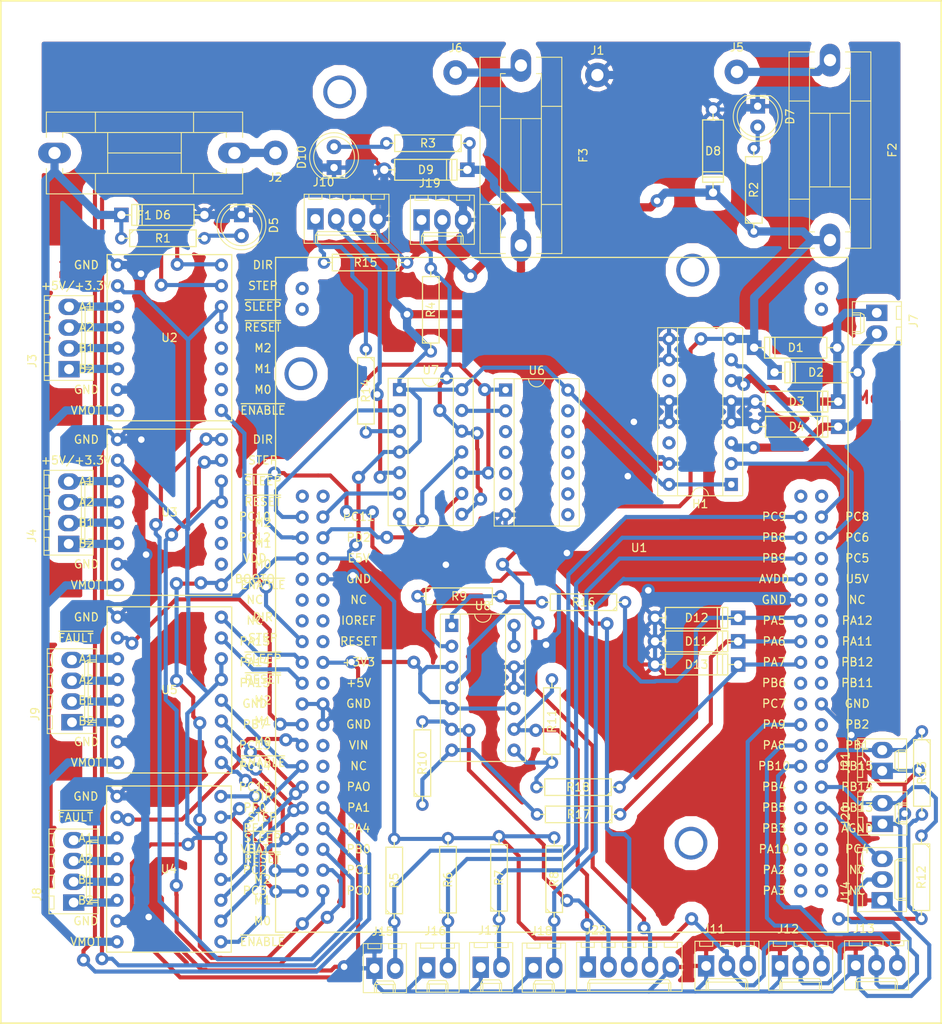
<source format=kicad_pcb>
(kicad_pcb (version 4) (host pcbnew 4.0.6-e0-6349~53~ubuntu16.04.1)
  (layers (0 F.Cu signal) (31 B.Cu signal) (34 B.Paste user) (35 F.Paste user) (36 B.SilkS user) (37 F.SilkS user) (38 B.Mask user) (39 F.Mask user) (44 Edge.Cuts user))
  (net 0 "")
  (net 1 "Net-(D1-Pad2)")
  (net 2 +7V4_P)
  (net 3 "Net-(D2-Pad2)")
  (net 4 GND)
  (net 5 "Net-(D5-Pad2)")
  (net 6 BATT_P)
  (net 7 "Net-(D7-Pad2)")
  (net 8 +5V_P)
  (net 9 BATT)
  (net 10 +7V4)
  (net 11 +5V)
  (net 12 "Net-(H1-Pad11)")
  (net 13 "Net-(H1-Pad14)")
  (net 14 "Net-(J3-Pad1)")
  (net 15 "Net-(J3-Pad2)")
  (net 16 "Net-(J3-Pad3)")
  (net 17 "Net-(J3-Pad4)")
  (net 18 "Net-(J4-Pad1)")
  (net 19 "Net-(J4-Pad2)")
  (net 20 "Net-(J4-Pad3)")
  (net 21 "Net-(J4-Pad4)")
  (net 22 "Net-(J8-Pad1)")
  (net 23 "Net-(J8-Pad2)")
  (net 24 "Net-(J8-Pad3)")
  (net 25 "Net-(J8-Pad4)")
  (net 26 "Net-(J9-Pad1)")
  (net 27 "Net-(J9-Pad2)")
  (net 28 "Net-(J9-Pad3)")
  (net 29 "Net-(J9-Pad4)")
  (net 30 "Net-(J10-Pad1)")
  (net 31 "Net-(J10-Pad2)")
  (net 32 "Net-(J19-Pad1)")
  (net 33 "Net-(R10-Pad1)")
  (net 34 "Net-(R11-Pad1)")
  (net 35 "Net-(U1-Pad1)")
  (net 36 "Net-(U1-Pad21)")
  (net 37 "Net-(U1-Pad2)")
  (net 38 "Net-(U1-Pad3)")
  (net 39 "Net-(U1-Pad4)")
  (net 40 "Net-(U1-Pad5)")
  (net 41 "Net-(U1-Pad6)")
  (net 42 "Net-(U1-Pad7)")
  (net 43 "Net-(U1-Pad8)")
  (net 44 "Net-(U1-Pad9)")
  (net 45 "Net-(U1-Pad11)")
  (net 46 "Net-(U1-Pad12)")
  (net 47 "Net-(U1-Pad14)")
  (net 48 "Net-(U1-Pad15)")
  (net 49 "Net-(U1-Pad16)")
  (net 50 "Net-(U1-Pad22)")
  (net 51 "Net-(U1-Pad23)")
  (net 52 "Net-(U1-Pad24)")
  (net 53 "Net-(U1-Pad25)")
  (net 54 "Net-(U1-Pad26)")
  (net 55 "Net-(U1-Pad27)")
  (net 56 "Net-(U1-Pad28)")
  (net 57 "Net-(U1-Pad31)")
  (net 58 +3V3)
  (net 59 "Net-(U1-Pad33)")
  (net 60 "Net-(U1-Pad34)")
  (net 61 "Net-(U1-Pad35)")
  (net 62 "Net-(U1-Pad41)")
  (net 63 "Net-(U1-Pad61)")
  (net 64 "Net-(U1-Pad42)")
  (net 65 "Net-(U1-Pad43)")
  (net 66 "Net-(U1-Pad44)")
  (net 67 "Net-(U1-Pad48)")
  (net 68 "Net-(U1-Pad49)")
  (net 69 "Net-(U1-Pad51)")
  (net 70 "Net-(U1-Pad52)")
  (net 71 "Net-(U1-Pad53)")
  (net 72 "Net-(U1-Pad54)")
  (net 73 "Net-(U1-Pad55)")
  (net 74 "Net-(U1-Pad56)")
  (net 75 "Net-(U1-Pad57)")
  (net 76 "Net-(U1-Pad65)")
  (net 77 "Net-(U1-Pad64)")
  (net 78 "Net-(U1-Pad63)")
  (net 79 "Net-(U1-Pad62)")
  (net 80 "Net-(U1-Pad83)")
  (net 81 "Net-(U1-Pad84)")
  (net 82 "Net-(U1-Pad82)")
  (net 83 "Net-(U1-Pad81)")
  (net 84 "Net-(U1-Pad20)")
  (net 85 "Net-(U1-Pad40)")
  (net 86 "Net-(U1-Pad80)")
  (net 87 "Net-(U1-Pad60)")
  (net 88 "Net-(U2-Pad7)")
  (net 89 "Net-(U2-Pad6)")
  (net 90 "Net-(U2-Pad5)")
  (net 91 "Net-(U6-Pad2)")
  (net 92 "Net-(U8-Pad13)")
  (net 93 "Net-(D10-Pad2)")
  (net 94 "Net-(J22-Pad1)")
  (net 95 "Net-(J22-Pad2)")
  (net 96 "Net-(J22-Pad3)")
  (net 97 "Net-(R16-Pad2)")
  (net 98 "Net-(R14-Pad2)")
  (net 99 C-2)
  (net 100 C-1)
  (net 101 C-3)
  (net 102 1A)
  (net 103 2A)
  (net 104 dist_1)
  (net 105 dist_2)
  (net 106 dist_3)
  (net 107 dist_4)
  (net 108 fc_1)
  (net 109 fc_2)
  (net 110 fc_3)
  (net 111 fc_4)
  (net 112 selec)
  (net 113 jack)
  (net 114 sens_XL)
  (net 115 TX_XL)
  (net 116 TX_RASP)
  (net 117 RX_XL)
  (net 118 RX_RASP)
  (net 119 "Net-(U3-Pad7)")
  (net 120 "Net-(U3-Pad6)")
  (net 121 "Net-(U3-Pad5)")
  (net 122 "Net-(U1-Pad66)")
  (net 123 "Net-(U1-Pad70)")
  (net 124 "Net-(U1-Pad71)")
  (net 125 "Net-(U9-Pad1)")
  (net 126 "Net-(U10-Pad1)")
  (net 127 "Net-(U11-Pad1)")
  (net 128 "Net-(U12-Pad1)")
  (module robot_1A:Nucleo-64 (layer F.Cu) (at 68.6 148.87)
    (fp_text reference U1 (at 44.45 -46.99) (layer F.SilkS))
    (fp_text value Nucleo-64)
    (fp_text user NC (at 71.12 -5.08) (layer F.SilkS))
    (fp_text user NC (at 71.12 -7.62) (layer F.SilkS))
    (fp_text user PC4 (at 71.12 -10.16) (layer F.SilkS))
    (fp_text user AGND (at 71.12 -12.7) (layer F.SilkS))
    (fp_text user PB13 (at 71.12 -15.24) (layer F.SilkS))
    (fp_text user PB14 (at 71.12 -17.78) (layer F.SilkS))
    (fp_text user PB15 (at 71.12 -20.32) (layer F.SilkS))
    (fp_text user PB1 (at 71.12 -22.86) (layer F.SilkS))
    (fp_text user PB2 (at 71.12 -25.4) (layer F.SilkS))
    (fp_text user GND (at 71.12 -27.94) (layer F.SilkS))
    (fp_text user PB11 (at 71.12 -30.48) (layer F.SilkS))
    (fp_text user PB12 (at 71.12 -33.02) (layer F.SilkS))
    (fp_text user PA11 (at 71.12 -35.56) (layer F.SilkS))
    (fp_text user PA12 (at 71.12 -38.1) (layer F.SilkS))
    (fp_text user NC (at 71.12 -40.64) (layer F.SilkS))
    (fp_text user U5V (at 71.12 -43.18) (layer F.SilkS))
    (fp_text user PC5 (at 71.12 -45.72) (layer F.SilkS))
    (fp_text user PC6 (at 71.12 -48.26) (layer F.SilkS))
    (fp_text user PC8 (at 71.12 -50.8) (layer F.SilkS))
    (fp_text user PA3 (at 60.96 -5.08) (layer F.SilkS))
    (fp_text user PA2 (at 60.96 -7.62) (layer F.SilkS))
    (fp_text user PA10 (at 60.96 -10.16) (layer F.SilkS))
    (fp_text user PB3 (at 60.96 -12.7) (layer F.SilkS))
    (fp_text user PB5 (at 60.96 -15.24) (layer F.SilkS))
    (fp_text user PB4 (at 60.96 -17.78) (layer F.SilkS))
    (fp_text user PB10 (at 60.96 -20.32) (layer F.SilkS))
    (fp_text user PA8 (at 60.96 -22.86) (layer F.SilkS))
    (fp_text user PA9 (at 60.96 -25.4) (layer F.SilkS))
    (fp_text user PC7 (at 60.96 -27.94) (layer F.SilkS))
    (fp_text user PB6 (at 60.96 -30.48) (layer F.SilkS))
    (fp_text user PA7 (at 60.96 -33.02) (layer F.SilkS))
    (fp_text user PA6 (at 60.96 -35.56) (layer F.SilkS))
    (fp_text user PA5 (at 60.96 -38.1) (layer F.SilkS))
    (fp_text user GND (at 60.96 -40.64) (layer F.SilkS))
    (fp_text user AVDD (at 60.96 -43.18) (layer F.SilkS))
    (fp_text user PB9 (at 60.96 -45.72) (layer F.SilkS))
    (fp_text user PB8 (at 60.96 -48.26) (layer F.SilkS))
    (fp_text user PC9 (at 60.96 -50.8) (layer F.SilkS))
    (fp_text user PC0 (at 10.16 -5.08) (layer F.SilkS))
    (fp_text user PC1 (at 10.16 -7.62) (layer F.SilkS))
    (fp_text user PB0 (at 10.16 -10.16) (layer F.SilkS))
    (fp_text user PA4 (at 10.16 -12.7) (layer F.SilkS))
    (fp_text user PA1 (at 10.16 -15.24) (layer F.SilkS))
    (fp_text user PAO (at 10.16 -17.78) (layer F.SilkS))
    (fp_text user NC (at 10.16 -20.32) (layer F.SilkS))
    (fp_text user VIN (at 10.16 -22.86) (layer F.SilkS))
    (fp_text user GND (at 10.16 -25.4) (layer F.SilkS))
    (fp_text user GND (at 10.16 -27.94) (layer F.SilkS))
    (fp_text user +5V (at 10.16 -30.48) (layer F.SilkS))
    (fp_text user +3V3 (at 10.16 -33.02) (layer F.SilkS))
    (fp_text user RESET (at 10.16 -35.56) (layer F.SilkS))
    (fp_text user IOREF (at 10.16 -38.1) (layer F.SilkS))
    (fp_text user NC (at 10.16 -40.64) (layer F.SilkS))
    (fp_text user GND (at 10.16 -43.18) (layer F.SilkS))
    (fp_text user E5V (at 10.16 -45.72) (layer F.SilkS))
    (fp_text user PD2 (at 10.16 -48.26) (layer F.SilkS))
    (fp_text user PC11 (at 10.16 -50.8) (layer F.SilkS))
    (fp_text user PC3 (at -2.54 -5.08) (layer F.SilkS))
    (fp_text user PC2 (at -2.54 -7.62) (layer F.SilkS))
    (fp_text user VBAT (at -2.54 -10.16) (layer F.SilkS))
    (fp_text user PF1 (at -2.54 -12.7) (layer F.SilkS))
    (fp_text user PF0 (at -2.54 -15.24) (layer F.SilkS))
    (fp_text user PC15 (at -2.54 -17.78) (layer F.SilkS))
    (fp_text user PC14 (at -2.54 -20.32) (layer F.SilkS))
    (fp_text user PC13 (at -2.54 -22.86) (layer F.SilkS))
    (fp_text user PB7 (at -2.54 -25.4) (layer F.SilkS))
    (fp_text user GND (at -2.54 -27.94) (layer F.SilkS))
    (fp_text user PA15 (at -2.54 -30.48) (layer F.SilkS))
    (fp_text user PA14 (at -2.54 -33.02) (layer F.SilkS))
    (fp_text user PA13 (at -2.54 -35.56) (layer F.SilkS))
    (fp_text user NC (at -2.54 -38.1) (layer F.SilkS))
    (fp_text user NC (at -2.54 -40.64) (layer F.SilkS))
    (fp_text user BOOTO (at -2.54 -43.18) (layer F.SilkS))
    (fp_text user VDD (at -2.54 -45.72) (layer F.SilkS))
    (fp_text user PC12 (at -2.54 -48.26) (layer F.SilkS))
    (fp_text user PC10 (at -2.54 -50.8) (layer F.SilkS))
    (pad 1 thru_hole circle (at 3.25 -5.04) (size 1.6 1.6) (drill 0.8) (layers *.Cu *.Mask) (net 35 "Net-(U1-Pad1)"))
    (pad 21 thru_hole circle (at 5.79 -5.04) (size 1.6 1.6) (drill 0.8) (layers *.Cu *.Mask) (net 36 "Net-(U1-Pad21)"))
    (pad 2 thru_hole circle (at 3.25 -7.58) (size 1.6 1.6) (drill 0.8) (layers *.Cu *.Mask) (net 37 "Net-(U1-Pad2)"))
    (pad 3 thru_hole circle (at 3.25 -10.12) (size 1.6 1.6) (drill 0.8) (layers *.Cu *.Mask) (net 38 "Net-(U1-Pad3)"))
    (pad 4 thru_hole circle (at 3.25 -12.66) (size 1.6 1.6) (drill 0.8) (layers *.Cu *.Mask) (net 39 "Net-(U1-Pad4)"))
    (pad 5 thru_hole circle (at 3.25 -15.2) (size 1.6 1.6) (drill 0.8) (layers *.Cu *.Mask) (net 40 "Net-(U1-Pad5)"))
    (pad 6 thru_hole circle (at 3.25 -17.74) (size 1.6 1.6) (drill 0.8) (layers *.Cu *.Mask) (net 41 "Net-(U1-Pad6)"))
    (pad 7 thru_hole circle (at 3.25 -20.28) (size 1.6 1.6) (drill 0.8) (layers *.Cu *.Mask) (net 42 "Net-(U1-Pad7)"))
    (pad 8 thru_hole circle (at 3.25 -22.82) (size 1.6 1.6) (drill 0.8) (layers *.Cu *.Mask) (net 43 "Net-(U1-Pad8)"))
    (pad 9 thru_hole circle (at 3.25 -25.36) (size 1.6 1.6) (drill 0.8) (layers *.Cu *.Mask) (net 44 "Net-(U1-Pad9)"))
    (pad 10 thru_hole circle (at 3.25 -27.9) (size 1.6 1.6) (drill 0.8) (layers *.Cu *.Mask) (net 4 GND))
    (pad 11 thru_hole circle (at 3.25 -30.44) (size 1.6 1.6) (drill 0.8) (layers *.Cu *.Mask) (net 45 "Net-(U1-Pad11)"))
    (pad 12 thru_hole circle (at 3.25 -32.98) (size 1.6 1.6) (drill 0.8) (layers *.Cu *.Mask) (net 46 "Net-(U1-Pad12)"))
    (pad 13 thru_hole circle (at 3.25 -35.52) (size 1.6 1.6) (drill 0.8) (layers *.Cu *.Mask) (net 114 sens_XL))
    (pad 14 thru_hole circle (at 3.25 -38.06) (size 1.6 1.6) (drill 0.8) (layers *.Cu *.Mask) (net 47 "Net-(U1-Pad14)"))
    (pad 15 thru_hole circle (at 3.25 -40.6) (size 1.6 1.6) (drill 0.8) (layers *.Cu *.Mask) (net 48 "Net-(U1-Pad15)"))
    (pad 16 thru_hole circle (at 3.25 -43.14) (size 1.6 1.6) (drill 0.8) (layers *.Cu *.Mask) (net 49 "Net-(U1-Pad16)"))
    (pad 17 thru_hole circle (at 3.25 -45.68) (size 1.6 1.6) (drill 0.8) (layers *.Cu *.Mask) (net 58 +3V3))
    (pad 18 thru_hole circle (at 3.25 -48.22) (size 1.6 1.6) (drill 0.8) (layers *.Cu *.Mask) (net 115 TX_XL))
    (pad 19 thru_hole circle (at 3.25 -50.76) (size 1.6 1.6) (drill 0.8) (layers *.Cu *.Mask) (net 116 TX_RASP))
    (pad 22 thru_hole circle (at 5.79 -7.58) (size 1.6 1.6) (drill 0.8) (layers *.Cu *.Mask) (net 50 "Net-(U1-Pad22)"))
    (pad 23 thru_hole circle (at 5.79 -10.12) (size 1.6 1.6) (drill 0.8) (layers *.Cu *.Mask) (net 51 "Net-(U1-Pad23)"))
    (pad 24 thru_hole circle (at 5.79 -12.66) (size 1.6 1.6) (drill 0.8) (layers *.Cu *.Mask) (net 52 "Net-(U1-Pad24)"))
    (pad 25 thru_hole circle (at 5.79 -15.2) (size 1.6 1.6) (drill 0.8) (layers *.Cu *.Mask) (net 53 "Net-(U1-Pad25)"))
    (pad 26 thru_hole circle (at 5.79 -17.74) (size 1.6 1.6) (drill 0.8) (layers *.Cu *.Mask) (net 54 "Net-(U1-Pad26)"))
    (pad 27 thru_hole circle (at 5.79 -20.28) (size 1.6 1.6) (drill 0.8) (layers *.Cu *.Mask) (net 55 "Net-(U1-Pad27)"))
    (pad 28 thru_hole circle (at 5.79 -22.82) (size 1.6 1.6) (drill 0.8) (layers *.Cu *.Mask) (net 56 "Net-(U1-Pad28)"))
    (pad 29 thru_hole circle (at 5.79 -25.36) (size 1.6 1.6) (drill 0.8) (layers *.Cu *.Mask) (net 4 GND))
    (pad 30 thru_hole circle (at 5.79 -27.9) (size 1.6 1.6) (drill 0.8) (layers *.Cu *.Mask) (net 4 GND))
    (pad 31 thru_hole circle (at 5.79 -30.44) (size 1.6 1.6) (drill 0.8) (layers *.Cu *.Mask) (net 57 "Net-(U1-Pad31)"))
    (pad 32 thru_hole circle (at 5.79 -32.98) (size 1.6 1.6) (drill 0.8) (layers *.Cu *.Mask) (net 58 +3V3))
    (pad 33 thru_hole circle (at 5.79 -35.52) (size 1.6 1.6) (drill 0.8) (layers *.Cu *.Mask) (net 59 "Net-(U1-Pad33)"))
    (pad 34 thru_hole circle (at 5.79 -38.06) (size 1.6 1.6) (drill 0.8) (layers *.Cu *.Mask) (net 60 "Net-(U1-Pad34)"))
    (pad 35 thru_hole circle (at 5.79 -40.6) (size 1.6 1.6) (drill 0.8) (layers *.Cu *.Mask) (net 61 "Net-(U1-Pad35)"))
    (pad 36 thru_hole circle (at 5.79 -43.14) (size 1.6 1.6) (drill 0.8) (layers *.Cu *.Mask) (net 4 GND))
    (pad 37 thru_hole circle (at 5.79 -45.68) (size 1.6 1.6) (drill 0.8) (layers *.Cu *.Mask) (net 8 +5V_P))
    (pad 38 thru_hole circle (at 5.79 -48.22) (size 1.6 1.6) (drill 0.8) (layers *.Cu *.Mask) (net 117 RX_XL))
    (pad 39 thru_hole circle (at 5.79 -50.76) (size 1.6 1.6) (drill 0.8) (layers *.Cu *.Mask) (net 118 RX_RASP))
    (pad 41 thru_hole circle (at 66.75 -5.04) (size 1.6 1.6) (drill 0.8) (layers *.Cu *.Mask) (net 62 "Net-(U1-Pad41)"))
    (pad 61 thru_hole circle (at 64.21 -5.04) (size 1.6 1.6) (drill 0.8) (layers *.Cu *.Mask) (net 63 "Net-(U1-Pad61)"))
    (pad 42 thru_hole circle (at 66.75 -7.58) (size 1.6 1.6) (drill 0.8) (layers *.Cu *.Mask) (net 64 "Net-(U1-Pad42)"))
    (pad 43 thru_hole circle (at 66.75 -10.12) (size 1.6 1.6) (drill 0.8) (layers *.Cu *.Mask) (net 65 "Net-(U1-Pad43)"))
    (pad 44 thru_hole circle (at 66.75 -12.66) (size 1.6 1.6) (drill 0.8) (layers *.Cu *.Mask) (net 66 "Net-(U1-Pad44)"))
    (pad 45 thru_hole circle (at 66.75 -15.2) (size 1.6 1.6) (drill 0.8) (layers *.Cu *.Mask) (net 107 dist_4))
    (pad 46 thru_hole circle (at 66.75 -17.74) (size 1.6 1.6) (drill 0.8) (layers *.Cu *.Mask) (net 112 selec))
    (pad 47 thru_hole circle (at 66.75 -20.28) (size 1.6 1.6) (drill 0.8) (layers *.Cu *.Mask) (net 113 jack))
    (pad 48 thru_hole circle (at 66.75 -22.82) (size 1.6 1.6) (drill 0.8) (layers *.Cu *.Mask) (net 67 "Net-(U1-Pad48)"))
    (pad 49 thru_hole circle (at 66.75 -25.36) (size 1.6 1.6) (drill 0.8) (layers *.Cu *.Mask) (net 68 "Net-(U1-Pad49)"))
    (pad 50 thru_hole circle (at 66.75 -27.9) (size 1.6 1.6) (drill 0.8) (layers *.Cu *.Mask) (net 4 GND))
    (pad 51 thru_hole circle (at 66.75 -30.44) (size 1.6 1.6) (drill 0.8) (layers *.Cu *.Mask) (net 69 "Net-(U1-Pad51)"))
    (pad 52 thru_hole circle (at 66.75 -32.98) (size 1.6 1.6) (drill 0.8) (layers *.Cu *.Mask) (net 70 "Net-(U1-Pad52)"))
    (pad 53 thru_hole circle (at 66.75 -35.52) (size 1.6 1.6) (drill 0.8) (layers *.Cu *.Mask) (net 71 "Net-(U1-Pad53)"))
    (pad 54 thru_hole circle (at 66.75 -38.06) (size 1.6 1.6) (drill 0.8) (layers *.Cu *.Mask) (net 72 "Net-(U1-Pad54)"))
    (pad 55 thru_hole circle (at 66.75 -40.6) (size 1.6 1.6) (drill 0.8) (layers *.Cu *.Mask) (net 73 "Net-(U1-Pad55)"))
    (pad 56 thru_hole circle (at 66.75 -43.14) (size 1.6 1.6) (drill 0.8) (layers *.Cu *.Mask) (net 74 "Net-(U1-Pad56)"))
    (pad 57 thru_hole circle (at 66.75 -45.68) (size 1.6 1.6) (drill 0.8) (layers *.Cu *.Mask) (net 75 "Net-(U1-Pad57)"))
    (pad 58 thru_hole circle (at 66.75 -48.22) (size 1.6 1.6) (drill 0.8) (layers *.Cu *.Mask) (net 103 2A))
    (pad 59 thru_hole circle (at 66.75 -50.76) (size 1.6 1.6) (drill 0.8) (layers *.Cu *.Mask) (net 102 1A))
    (pad 79 thru_hole circle (at 64.21 -50.76) (size 1.6 1.6) (drill 0.8) (layers *.Cu *.Mask) (net 108 fc_1))
    (pad 78 thru_hole circle (at 64.21 -48.22) (size 1.6 1.6) (drill 0.8) (layers *.Cu *.Mask) (net 109 fc_2))
    (pad 77 thru_hole circle (at 64.21 -45.68) (size 1.6 1.6) (drill 0.8) (layers *.Cu *.Mask) (net 110 fc_3))
    (pad 76 thru_hole circle (at 64.21 -43.14) (size 1.6 1.6) (drill 0.8) (layers *.Cu *.Mask) (net 111 fc_4))
    (pad 75 thru_hole circle (at 64.21 -40.6) (size 1.6 1.6) (drill 0.8) (layers *.Cu *.Mask) (net 4 GND))
    (pad 74 thru_hole circle (at 64.21 -38.06) (size 1.6 1.6) (drill 0.8) (layers *.Cu *.Mask) (net 100 C-1))
    (pad 73 thru_hole circle (at 64.21 -35.52) (size 1.6 1.6) (drill 0.8) (layers *.Cu *.Mask) (net 99 C-2))
    (pad 72 thru_hole circle (at 64.21 -32.98) (size 1.6 1.6) (drill 0.8) (layers *.Cu *.Mask) (net 101 C-3))
    (pad 71 thru_hole circle (at 64.21 -30.44) (size 1.6 1.6) (drill 0.8) (layers *.Cu *.Mask) (net 124 "Net-(U1-Pad71)"))
    (pad 70 thru_hole circle (at 64.21 -27.9) (size 1.6 1.6) (drill 0.8) (layers *.Cu *.Mask) (net 123 "Net-(U1-Pad70)"))
    (pad 69 thru_hole circle (at 64.21 -25.36) (size 1.6 1.6) (drill 0.8) (layers *.Cu *.Mask) (net 104 dist_1))
    (pad 68 thru_hole circle (at 64.21 -22.82) (size 1.6 1.6) (drill 0.8) (layers *.Cu *.Mask) (net 105 dist_2))
    (pad 67 thru_hole circle (at 64.21 -20.28) (size 1.6 1.6) (drill 0.8) (layers *.Cu *.Mask) (net 106 dist_3))
    (pad 66 thru_hole circle (at 64.21 -17.74) (size 1.6 1.6) (drill 0.8) (layers *.Cu *.Mask) (net 122 "Net-(U1-Pad66)"))
    (pad 65 thru_hole circle (at 64.21 -15.2) (size 1.6 1.6) (drill 0.8) (layers *.Cu *.Mask) (net 76 "Net-(U1-Pad65)"))
    (pad 64 thru_hole circle (at 64.21 -12.66) (size 1.6 1.6) (drill 0.8) (layers *.Cu *.Mask) (net 77 "Net-(U1-Pad64)"))
    (pad 63 thru_hole circle (at 64.21 -10.12) (size 1.6 1.6) (drill 0.8) (layers *.Cu *.Mask) (net 78 "Net-(U1-Pad63)"))
    (pad 62 thru_hole circle (at 64.21 -7.58) (size 1.6 1.6) (drill 0.8) (layers *.Cu *.Mask) (net 79 "Net-(U1-Pad62)"))
    (pad 83 thru_hole circle (at 3.25 -78.7) (size 1.6 1.6) (drill 0.8) (layers *.Cu *.Mask) (net 80 "Net-(U1-Pad83)"))
    (pad 84 thru_hole circle (at 3.25 -76.16) (size 1.6 1.6) (drill 0.8) (layers *.Cu *.Mask) (net 81 "Net-(U1-Pad84)"))
    (pad 82 thru_hole circle (at 66.75 -78.7) (size 1.6 1.6) (drill 0.8) (layers *.Cu *.Mask) (net 82 "Net-(U1-Pad82)"))
    (pad 81 thru_hole circle (at 66.75 -76.16) (size 1.6 1.6) (drill 0.8) (layers *.Cu *.Mask) (net 83 "Net-(U1-Pad81)"))
    (pad 20 thru_hole circle (at 3.27 -53.3) (size 1.6 1.6) (drill 0.8) (layers *.Cu *.Mask) (net 84 "Net-(U1-Pad20)"))
    (pad 40 thru_hole circle (at 5.81 -53.3) (size 1.6 1.6) (drill 0.8) (layers *.Cu *.Mask) (net 85 "Net-(U1-Pad40)"))
    (pad 80 thru_hole circle (at 64.23 -53.3) (size 1.6 1.6) (drill 0.8) (layers *.Cu *.Mask) (net 86 "Net-(U1-Pad80)"))
    (pad 60 thru_hole circle (at 66.77 -53.3) (size 1.6 1.6) (drill 0.8) (layers *.Cu *.Mask) (net 87 "Net-(U1-Pad60)"))
  )
  (module Discret:D4 (layer F.Cu) (at 132.2 77.41 180)
    (fp_text reference D1 (at 0 0 180) (layer F.SilkS))
    (fp_text value D)
    (pad 2 thru_hole circle (at -5.08 0 180) (size 1.778 1.778) (drill 1.016) (layers *.Cu *.Mask) (net 1 "Net-(D1-Pad2)"))
    (pad 1 thru_hole rect (at 5.08 0 180) (size 1.778 1.778) (drill 1.016) (layers *.Cu *.Mask) (net 2 +7V4_P))
  )
  (module Discret:D4 (layer F.Cu) (at 134.69 80.43 180)
    (fp_text reference D2 (at 0 0 180) (layer F.SilkS))
    (fp_text value D)
    (pad 2 thru_hole circle (at -5.08 0 180) (size 1.778 1.778) (drill 1.016) (layers *.Cu *.Mask) (net 3 "Net-(D2-Pad2)"))
    (pad 1 thru_hole rect (at 5.08 0 180) (size 1.778 1.778) (drill 1.016) (layers *.Cu *.Mask) (net 2 +7V4_P))
  )
  (module Discret:D4 (layer F.Cu) (at 132.32 84)
    (fp_text reference D3 (at 0 0) (layer F.SilkS))
    (fp_text value D)
    (pad 2 thru_hole circle (at -5.08 0) (size 1.778 1.778) (drill 1.016) (layers *.Cu *.Mask) (net 4 GND))
    (pad 1 thru_hole rect (at 5.08 0) (size 1.778 1.778) (drill 1.016) (layers *.Cu *.Mask) (net 1 "Net-(D1-Pad2)"))
  )
  (module Discret:D4 (layer F.Cu) (at 132.32 87.07)
    (fp_text reference D4 (at 0 0) (layer F.SilkS))
    (fp_text value D)
    (pad 2 thru_hole circle (at -5.08 0) (size 1.778 1.778) (drill 1.016) (layers *.Cu *.Mask) (net 4 GND))
    (pad 1 thru_hole rect (at 5.08 0) (size 1.778 1.778) (drill 1.016) (layers *.Cu *.Mask) (net 3 "Net-(D2-Pad2)"))
  )
  (module LEDs:LED_D5.0mm (layer F.Cu) (at 64.418296 61.1737 270)
    (fp_text reference D5 (at 1.27 -3.96 270) (layer F.SilkS))
    (fp_text value LED)
    (pad 1 thru_hole rect (at 0 0 270) (size 1.8 1.8) (drill 0.9) (layers *.Cu *.Mask) (net 4 GND))
    (pad 2 thru_hole circle (at 2.54 0 270) (size 1.8 1.8) (drill 0.9) (layers *.Cu *.Mask) (net 5 "Net-(D5-Pad2)"))
  )
  (module Discret:D4 (layer F.Cu) (at 54.818296 61.1837 180)
    (fp_text reference D6 (at 0 0 180) (layer F.SilkS))
    (fp_text value D)
    (pad 2 thru_hole circle (at -5.08 0 180) (size 1.778 1.778) (drill 1.016) (layers *.Cu *.Mask) (net 4 GND))
    (pad 1 thru_hole rect (at 5.08 0 180) (size 1.778 1.778) (drill 1.016) (layers *.Cu *.Mask) (net 6 BATT_P))
  )
  (module LEDs:LED_D5.0mm (layer F.Cu) (at 127.55 47.89 270)
    (fp_text reference D7 (at 1.27 -3.96 270) (layer F.SilkS))
    (fp_text value LED)
    (pad 1 thru_hole rect (at 0 0 270) (size 1.8 1.8) (drill 0.9) (layers *.Cu *.Mask) (net 4 GND))
    (pad 2 thru_hole circle (at 2.54 0 270) (size 1.8 1.8) (drill 0.9) (layers *.Cu *.Mask) (net 7 "Net-(D7-Pad2)"))
  )
  (module Discret:D4 (layer F.Cu) (at 122.09 53.37 270)
    (fp_text reference D8 (at 0 0 540) (layer F.SilkS))
    (fp_text value D)
    (pad 2 thru_hole circle (at -5.08 0 270) (size 1.778 1.778) (drill 1.016) (layers *.Cu *.Mask) (net 4 GND))
    (pad 1 thru_hole rect (at 5.08 0 270) (size 1.778 1.778) (drill 1.016) (layers *.Cu *.Mask) (net 2 +7V4_P))
  )
  (module Discret:D4 (layer F.Cu) (at 86.97 55.66)
    (fp_text reference D9 (at 0 0) (layer F.SilkS))
    (fp_text value D)
    (pad 2 thru_hole circle (at -5.08 0) (size 1.778 1.778) (drill 1.016) (layers *.Cu *.Mask) (net 4 GND))
    (pad 1 thru_hole rect (at 5.08 0) (size 1.778 1.778) (drill 1.016) (layers *.Cu *.Mask) (net 8 +5V_P))
  )
  (module LEDs:LED_D5.0mm (layer F.Cu) (at 75.75 55.39 90)
    (fp_text reference D10 (at 1.27 -3.96 90) (layer F.SilkS))
    (fp_text value LED)
    (pad 1 thru_hole rect (at 0 0 90) (size 1.8 1.8) (drill 0.9) (layers *.Cu *.Mask) (net 4 GND))
    (pad 2 thru_hole circle (at 2.54 0 90) (size 1.8 1.8) (drill 0.9) (layers *.Cu *.Mask) (net 93 "Net-(D10-Pad2)"))
  )
  (module Fuse_Holders_and_Fuses:Fuseholder5x20_horiz_SemiClosed_Casing10x25mm (layer F.Cu) (at 63.568296 53.6037 180)
    (fp_text reference F1 (at 11 -7.62 180) (layer F.SilkS))
    (fp_text value Fuse_BATT)
    (pad 2 thru_hole oval (at 22 0 90) (size 2.5 4) (drill 1.5) (layers *.Cu *.Mask) (net 6 BATT_P))
    (pad 1 thru_hole oval (at 0 0 90) (size 2.5 4) (drill 1.5) (layers *.Cu *.Mask) (net 9 BATT))
  )
  (module Fuse_Holders_and_Fuses:Fuseholder5x20_horiz_SemiClosed_Casing10x25mm (layer F.Cu) (at 136.39 42.25 270)
    (fp_text reference F2 (at 11 -7.62 270) (layer F.SilkS))
    (fp_text value Fuse_+7V4)
    (pad 2 thru_hole oval (at 22 0 180) (size 2.5 4) (drill 1.5) (layers *.Cu *.Mask) (net 2 +7V4_P))
    (pad 1 thru_hole oval (at 0 0 180) (size 2.5 4) (drill 1.5) (layers *.Cu *.Mask) (net 10 +7V4))
  )
  (module Fuse_Holders_and_Fuses:Fuseholder5x20_horiz_SemiClosed_Casing10x25mm (layer F.Cu) (at 98.6 42.9 270)
    (fp_text reference F3 (at 11 -7.62 270) (layer F.SilkS))
    (fp_text value Fuse_+5V)
    (pad 2 thru_hole oval (at 22 0 180) (size 2.5 4) (drill 1.5) (layers *.Cu *.Mask) (net 8 +5V_P))
    (pad 1 thru_hole oval (at 0 0 180) (size 2.5 4) (drill 1.5) (layers *.Cu *.Mask) (net 11 +5V))
  )
  (module Housings_DIP:DIP-16_W7.62mm_Socket (layer F.Cu) (at 124.33 94.13 180)
    (fp_text reference H1 (at 3.81 -2.39 180) (layer F.SilkS))
    (fp_text value H-bridge)
    (pad 1 thru_hole rect (at 0 0 180) (size 1.6 1.6) (drill 0.8) (layers *.Cu *.Mask) (net 8 +5V_P))
    (pad 9 thru_hole oval (at 7.62 17.78 180) (size 1.6 1.6) (drill 0.8) (layers *.Cu *.Mask) (net 4 GND))
    (pad 2 thru_hole oval (at 0 2.54 180) (size 1.6 1.6) (drill 0.8) (layers *.Cu *.Mask) (net 102 1A))
    (pad 10 thru_hole oval (at 7.62 15.24 180) (size 1.6 1.6) (drill 0.8) (layers *.Cu *.Mask) (net 4 GND))
    (pad 3 thru_hole oval (at 0 5.08 180) (size 1.6 1.6) (drill 0.8) (layers *.Cu *.Mask) (net 3 "Net-(D2-Pad2)"))
    (pad 11 thru_hole oval (at 7.62 12.7 180) (size 1.6 1.6) (drill 0.8) (layers *.Cu *.Mask) (net 12 "Net-(H1-Pad11)"))
    (pad 4 thru_hole oval (at 0 7.62 180) (size 1.6 1.6) (drill 0.8) (layers *.Cu *.Mask) (net 4 GND))
    (pad 12 thru_hole oval (at 7.62 10.16 180) (size 1.6 1.6) (drill 0.8) (layers *.Cu *.Mask) (net 4 GND))
    (pad 5 thru_hole oval (at 0 10.16 180) (size 1.6 1.6) (drill 0.8) (layers *.Cu *.Mask) (net 4 GND))
    (pad 13 thru_hole oval (at 7.62 7.62 180) (size 1.6 1.6) (drill 0.8) (layers *.Cu *.Mask) (net 4 GND))
    (pad 6 thru_hole oval (at 0 12.7 180) (size 1.6 1.6) (drill 0.8) (layers *.Cu *.Mask) (net 1 "Net-(D1-Pad2)"))
    (pad 14 thru_hole oval (at 7.62 5.08 180) (size 1.6 1.6) (drill 0.8) (layers *.Cu *.Mask) (net 13 "Net-(H1-Pad14)"))
    (pad 7 thru_hole oval (at 0 15.24 180) (size 1.6 1.6) (drill 0.8) (layers *.Cu *.Mask) (net 103 2A))
    (pad 15 thru_hole oval (at 7.62 2.54 180) (size 1.6 1.6) (drill 0.8) (layers *.Cu *.Mask) (net 4 GND))
    (pad 8 thru_hole oval (at 0 17.78 180) (size 1.6 1.6) (drill 0.8) (layers *.Cu *.Mask) (net 2 +7V4_P))
    (pad 16 thru_hole oval (at 7.62 0 180) (size 1.6 1.6) (drill 0.8) (layers *.Cu *.Mask) (net 8 +5V_P))
  )
  (module Measurement_Points:Measurement_Point_Round-TH_Big (layer F.Cu) (at 107.95 44.07)
    (fp_text reference J1 (at 0 -3) (layer F.SilkS))
    (fp_text value CONN_01X01_GND)
    (pad 1 thru_hole circle (at 0 0) (size 3 3) (drill 1.5) (layers *.Cu *.Mask) (net 4 GND))
  )
  (module Measurement_Points:Measurement_Point_Round-TH_Big (layer F.Cu) (at 68.578296 53.5937 180)
    (fp_text reference J2 (at 0 -3 180) (layer F.SilkS))
    (fp_text value CONN_01X01_BATT)
    (pad 1 thru_hole circle (at 0 0 180) (size 3 3) (drill 1.5) (layers *.Cu *.Mask) (net 9 BATT))
  )
  (module Connectors_Molex:Molex_KK-6410-04_04x2.54mm_Straight (layer F.Cu) (at 43.34 80.04 90)
    (fp_text reference J3 (at 1 -4.5 90) (layer F.SilkS))
    (fp_text value CONN_01X04_pince1)
    (pad 1 thru_hole rect (at 0 0 90) (size 2 2.6) (drill 1.2) (layers *.Cu *.Mask) (net 14 "Net-(J3-Pad1)"))
    (pad 2 thru_hole oval (at 2.54 0 90) (size 2 2.6) (drill 1.2) (layers *.Cu *.Mask) (net 15 "Net-(J3-Pad2)"))
    (pad 3 thru_hole oval (at 5.08 0 90) (size 2 2.6) (drill 1.2) (layers *.Cu *.Mask) (net 16 "Net-(J3-Pad3)"))
    (pad 4 thru_hole oval (at 7.62 0 90) (size 2 2.6) (drill 1.2) (layers *.Cu *.Mask) (net 17 "Net-(J3-Pad4)"))
  )
  (module Connectors_Molex:Molex_KK-6410-04_04x2.54mm_Straight (layer F.Cu) (at 43.3 101.4 90)
    (fp_text reference J4 (at 1 -4.5 90) (layer F.SilkS))
    (fp_text value CONN_01X04_pince2)
    (pad 1 thru_hole rect (at 0 0 90) (size 2 2.6) (drill 1.2) (layers *.Cu *.Mask) (net 18 "Net-(J4-Pad1)"))
    (pad 2 thru_hole oval (at 2.54 0 90) (size 2 2.6) (drill 1.2) (layers *.Cu *.Mask) (net 19 "Net-(J4-Pad2)"))
    (pad 3 thru_hole oval (at 5.08 0 90) (size 2 2.6) (drill 1.2) (layers *.Cu *.Mask) (net 20 "Net-(J4-Pad3)"))
    (pad 4 thru_hole oval (at 7.62 0 90) (size 2 2.6) (drill 1.2) (layers *.Cu *.Mask) (net 21 "Net-(J4-Pad4)"))
  )
  (module Measurement_Points:Measurement_Point_Round-TH_Big (layer F.Cu) (at 125.01 43.69)
    (fp_text reference J5 (at 0 -3) (layer F.SilkS))
    (fp_text value CONN_01X01_+7V4)
    (pad 1 thru_hole circle (at 0 0) (size 3 3) (drill 1.5) (layers *.Cu *.Mask) (net 10 +7V4))
  )
  (module Measurement_Points:Measurement_Point_Round-TH_Big (layer F.Cu) (at 90.62 43.77)
    (fp_text reference J6 (at 0 -3) (layer F.SilkS))
    (fp_text value CONN_01X01_+5V)
    (pad 1 thru_hole circle (at 0 0) (size 3 3) (drill 1.5) (layers *.Cu *.Mask) (net 11 +5V))
  )
  (module Connectors_Molex:Molex_KK-6410-02_02x2.54mm_Straight (layer F.Cu) (at 142.11 73.15 270)
    (fp_text reference J7 (at 1 -4.5 270) (layer F.SilkS))
    (fp_text value CONN_01X02_moteur_cc)
    (pad 1 thru_hole rect (at 0 0 270) (size 2 2.6) (drill 1.2) (layers *.Cu *.Mask) (net 1 "Net-(D1-Pad2)"))
    (pad 2 thru_hole oval (at 2.54 0 270) (size 2 2.6) (drill 1.2) (layers *.Cu *.Mask) (net 3 "Net-(D2-Pad2)"))
  )
  (module Connectors_Molex:Molex_KK-6410-04_04x2.54mm_Straight (layer F.Cu) (at 43.91 145.25 90)
    (fp_text reference J8 (at 1 -4.5 90) (layer F.SilkS))
    (fp_text value CONN_01X04_roue1)
    (pad 1 thru_hole rect (at 0 0 90) (size 2 2.6) (drill 1.2) (layers *.Cu *.Mask) (net 22 "Net-(J8-Pad1)"))
    (pad 2 thru_hole oval (at 2.54 0 90) (size 2 2.6) (drill 1.2) (layers *.Cu *.Mask) (net 23 "Net-(J8-Pad2)"))
    (pad 3 thru_hole oval (at 5.08 0 90) (size 2 2.6) (drill 1.2) (layers *.Cu *.Mask) (net 24 "Net-(J8-Pad3)"))
    (pad 4 thru_hole oval (at 7.62 0 90) (size 2 2.6) (drill 1.2) (layers *.Cu *.Mask) (net 25 "Net-(J8-Pad4)"))
  )
  (module Connectors_Molex:Molex_KK-6410-04_04x2.54mm_Straight (layer F.Cu) (at 43.7 123.21 90)
    (fp_text reference J9 (at 1 -4.5 90) (layer F.SilkS))
    (fp_text value CONN_01X04_roue2)
    (pad 1 thru_hole rect (at 0 0 90) (size 2 2.6) (drill 1.2) (layers *.Cu *.Mask) (net 26 "Net-(J9-Pad1)"))
    (pad 2 thru_hole oval (at 2.54 0 90) (size 2 2.6) (drill 1.2) (layers *.Cu *.Mask) (net 27 "Net-(J9-Pad2)"))
    (pad 3 thru_hole oval (at 5.08 0 90) (size 2 2.6) (drill 1.2) (layers *.Cu *.Mask) (net 28 "Net-(J9-Pad3)"))
    (pad 4 thru_hole oval (at 7.62 0 90) (size 2 2.6) (drill 1.2) (layers *.Cu *.Mask) (net 29 "Net-(J9-Pad4)"))
  )
  (module Connectors_Molex:Molex_KK-6410-04_04x2.54mm_Straight (layer F.Cu) (at 73.47 61.67)
    (fp_text reference J10 (at 1 -4.5) (layer F.SilkS))
    (fp_text value CONN_01X04_RASP)
    (pad 1 thru_hole rect (at 0 0) (size 2 2.6) (drill 1.2) (layers *.Cu *.Mask) (net 30 "Net-(J10-Pad1)"))
    (pad 2 thru_hole oval (at 2.54 0) (size 2 2.6) (drill 1.2) (layers *.Cu *.Mask) (net 31 "Net-(J10-Pad2)"))
    (pad 3 thru_hole oval (at 5.08 0) (size 2 2.6) (drill 1.2) (layers *.Cu *.Mask) (net 8 +5V_P))
    (pad 4 thru_hole oval (at 7.62 0) (size 2 2.6) (drill 1.2) (layers *.Cu *.Mask) (net 4 GND))
  )
  (module Connectors_Molex:Molex_KK-6410-03_03x2.54mm_Straight (layer F.Cu) (at 121.25 153)
    (fp_text reference J11 (at 1 -4.5) (layer F.SilkS))
    (fp_text value CONN_01X03_D1)
    (pad 1 thru_hole rect (at 0 0) (size 2 2.6) (drill 1.2) (layers *.Cu *.Mask) (net 4 GND))
    (pad 2 thru_hole oval (at 2.54 0) (size 2 2.6) (drill 1.2) (layers *.Cu *.Mask) (net 8 +5V_P))
    (pad 3 thru_hole oval (at 5.08 0) (size 2 2.6) (drill 1.2) (layers *.Cu *.Mask) (net 104 dist_1))
  )
  (module Connectors_Molex:Molex_KK-6410-03_03x2.54mm_Straight (layer F.Cu) (at 130.27 153)
    (fp_text reference J12 (at 1 -4.5) (layer F.SilkS))
    (fp_text value CONN_01X03_D2)
    (pad 1 thru_hole rect (at 0 0) (size 2 2.6) (drill 1.2) (layers *.Cu *.Mask) (net 4 GND))
    (pad 2 thru_hole oval (at 2.54 0) (size 2 2.6) (drill 1.2) (layers *.Cu *.Mask) (net 8 +5V_P))
    (pad 3 thru_hole oval (at 5.08 0) (size 2 2.6) (drill 1.2) (layers *.Cu *.Mask) (net 105 dist_2))
  )
  (module Connectors_Molex:Molex_KK-6410-03_03x2.54mm_Straight (layer F.Cu) (at 139.54 152.94)
    (fp_text reference J13 (at 1 -4.5) (layer F.SilkS))
    (fp_text value CONN_01X03_D3)
    (pad 1 thru_hole rect (at 0 0) (size 2 2.6) (drill 1.2) (layers *.Cu *.Mask) (net 4 GND))
    (pad 2 thru_hole oval (at 2.54 0) (size 2 2.6) (drill 1.2) (layers *.Cu *.Mask) (net 8 +5V_P))
    (pad 3 thru_hole oval (at 5.08 0) (size 2 2.6) (drill 1.2) (layers *.Cu *.Mask) (net 106 dist_3))
  )
  (module Connectors_Molex:Molex_KK-6410-03_03x2.54mm_Straight (layer F.Cu) (at 142.77 144.98 90)
    (fp_text reference J14 (at 1 -4.5 90) (layer F.SilkS))
    (fp_text value CONN_01X03_D4)
    (pad 1 thru_hole rect (at 0 0 90) (size 2 2.6) (drill 1.2) (layers *.Cu *.Mask) (net 4 GND))
    (pad 2 thru_hole oval (at 2.54 0 90) (size 2 2.6) (drill 1.2) (layers *.Cu *.Mask) (net 8 +5V_P))
    (pad 3 thru_hole oval (at 5.08 0 90) (size 2 2.6) (drill 1.2) (layers *.Cu *.Mask) (net 107 dist_4))
  )
  (module Connectors_Molex:Molex_KK-6410-02_02x2.54mm_Straight (layer F.Cu) (at 80.69 153.29)
    (fp_text reference J15 (at 1 -4.5) (layer F.SilkS))
    (fp_text value CONN_01X02_FC1)
    (pad 1 thru_hole rect (at 0 0) (size 2 2.6) (drill 1.2) (layers *.Cu *.Mask) (net 4 GND))
    (pad 2 thru_hole oval (at 2.54 0) (size 2 2.6) (drill 1.2) (layers *.Cu *.Mask) (net 108 fc_1))
  )
  (module Connectors_Molex:Molex_KK-6410-02_02x2.54mm_Straight (layer F.Cu) (at 87.13 153.23)
    (fp_text reference J16 (at 1 -4.5) (layer F.SilkS))
    (fp_text value CONN_01X02_FC2)
    (pad 1 thru_hole rect (at 0 0) (size 2 2.6) (drill 1.2) (layers *.Cu *.Mask) (net 4 GND))
    (pad 2 thru_hole oval (at 2.54 0) (size 2 2.6) (drill 1.2) (layers *.Cu *.Mask) (net 109 fc_2))
  )
  (module Connectors_Molex:Molex_KK-6410-02_02x2.54mm_Straight (layer F.Cu) (at 93.69 153.16)
    (fp_text reference J17 (at 1 -4.5) (layer F.SilkS))
    (fp_text value CONN_01X02_FC3)
    (pad 1 thru_hole rect (at 0 0) (size 2 2.6) (drill 1.2) (layers *.Cu *.Mask) (net 4 GND))
    (pad 2 thru_hole oval (at 2.54 0) (size 2 2.6) (drill 1.2) (layers *.Cu *.Mask) (net 110 fc_3))
  )
  (module Connectors_Molex:Molex_KK-6410-02_02x2.54mm_Straight (layer F.Cu) (at 100.13 153.23)
    (fp_text reference J18 (at 1 -4.5) (layer F.SilkS))
    (fp_text value CONN_01X02_FC4)
    (pad 1 thru_hole rect (at 0 0) (size 2 2.6) (drill 1.2) (layers *.Cu *.Mask) (net 4 GND))
    (pad 2 thru_hole oval (at 2.54 0) (size 2 2.6) (drill 1.2) (layers *.Cu *.Mask) (net 111 fc_4))
  )
  (module Connectors_Molex:Molex_KK-6410-03_03x2.54mm_Straight (layer F.Cu) (at 86.45 61.79)
    (fp_text reference J19 (at 1 -4.5) (layer F.SilkS))
    (fp_text value CONN_01X03_SERVOS)
    (pad 1 thru_hole rect (at 0 0) (size 2 2.6) (drill 1.2) (layers *.Cu *.Mask) (net 32 "Net-(J19-Pad1)"))
    (pad 2 thru_hole oval (at 2.54 0) (size 2 2.6) (drill 1.2) (layers *.Cu *.Mask) (net 2 +7V4_P))
    (pad 3 thru_hole oval (at 5.08 0) (size 2 2.6) (drill 1.2) (layers *.Cu *.Mask) (net 4 GND))
  )
  (module Connectors_Molex:Molex_KK-6410-02_02x2.54mm_Straight (layer F.Cu) (at 142.81 135.63 90)
    (fp_text reference J20 (at 1 -4.5 90) (layer F.SilkS))
    (fp_text value CONN_01X02_SELEC)
    (pad 1 thru_hole rect (at 0 0 90) (size 2 2.6) (drill 1.2) (layers *.Cu *.Mask) (net 4 GND))
    (pad 2 thru_hole oval (at 2.54 0 90) (size 2 2.6) (drill 1.2) (layers *.Cu *.Mask) (net 112 selec))
  )
  (module Connectors_Molex:Molex_KK-6410-02_02x2.54mm_Straight (layer F.Cu) (at 142.78 129.15 90)
    (fp_text reference J21 (at 1 -4.5 90) (layer F.SilkS))
    (fp_text value CONN_01X02_JACK)
    (pad 1 thru_hole rect (at 0 0 90) (size 2 2.6) (drill 1.2) (layers *.Cu *.Mask) (net 4 GND))
    (pad 2 thru_hole oval (at 2.54 0 90) (size 2 2.6) (drill 1.2) (layers *.Cu *.Mask) (net 113 jack))
  )
  (module Discret:R4 (layer F.Cu) (at 54.818296 64.0337)
    (fp_text reference R1 (at 0 0) (layer F.SilkS))
    (fp_text value 2,7kR)
    (pad 1 thru_hole circle (at -5.08 0) (size 1.524 1.524) (drill 0.8128) (layers *.Cu *.Mask) (net 6 BATT_P))
    (pad 2 thru_hole circle (at 5.08 0) (size 1.524 1.524) (drill 0.8128) (layers *.Cu *.Mask) (net 5 "Net-(D5-Pad2)"))
  )
  (module Discret:R4 (layer F.Cu) (at 127.08 58.12 90)
    (fp_text reference R2 (at 0 0 90) (layer F.SilkS))
    (fp_text value 1,2kR)
    (pad 1 thru_hole circle (at -5.08 0 90) (size 1.524 1.524) (drill 0.8128) (layers *.Cu *.Mask) (net 2 +7V4_P))
    (pad 2 thru_hole circle (at 5.08 0 90) (size 1.524 1.524) (drill 0.8128) (layers *.Cu *.Mask) (net 7 "Net-(D7-Pad2)"))
  )
  (module Discret:R4 (layer F.Cu) (at 87.23 52.41 180)
    (fp_text reference R3 (at 0 0 180) (layer F.SilkS))
    (fp_text value 680R)
    (pad 1 thru_hole circle (at -5.08 0 180) (size 1.524 1.524) (drill 0.8128) (layers *.Cu *.Mask) (net 8 +5V_P))
    (pad 2 thru_hole circle (at 5.08 0 180) (size 1.524 1.524) (drill 0.8128) (layers *.Cu *.Mask) (net 93 "Net-(D10-Pad2)"))
  )
  (module Discret:R4 (layer F.Cu) (at 87.58 72.78 90)
    (fp_text reference R4 (at 0 0 270) (layer F.SilkS))
    (fp_text value 5,6kR)
    (pad 1 thru_hole circle (at -5.08 0 90) (size 1.524 1.524) (drill 0.8128) (layers *.Cu *.Mask) (net 8 +5V_P))
    (pad 2 thru_hole circle (at 5.08 0 90) (size 1.524 1.524) (drill 0.8128) (layers *.Cu *.Mask) (net 32 "Net-(J19-Pad1)"))
  )
  (module Discret:R4 (layer F.Cu) (at 83.11 142.55 90)
    (fp_text reference R5 (at 0 0 90) (layer F.SilkS))
    (fp_text value 10kR)
    (pad 1 thru_hole circle (at -5.08 0 90) (size 1.524 1.524) (drill 0.8128) (layers *.Cu *.Mask) (net 108 fc_1))
    (pad 2 thru_hole circle (at 5.08 0 90) (size 1.524 1.524) (drill 0.8128) (layers *.Cu *.Mask) (net 8 +5V_P))
  )
  (module Discret:R4 (layer F.Cu) (at 89.68 142.46 90)
    (fp_text reference R6 (at 0 0 90) (layer F.SilkS))
    (fp_text value 10kR)
    (pad 1 thru_hole circle (at -5.08 0 90) (size 1.524 1.524) (drill 0.8128) (layers *.Cu *.Mask) (net 109 fc_2))
    (pad 2 thru_hole circle (at 5.08 0 90) (size 1.524 1.524) (drill 0.8128) (layers *.Cu *.Mask) (net 8 +5V_P))
  )
  (module Discret:R4 (layer F.Cu) (at 95.92 142.23 90)
    (fp_text reference R7 (at 0 0 90) (layer F.SilkS))
    (fp_text value 10kR)
    (pad 1 thru_hole circle (at -5.08 0 90) (size 1.524 1.524) (drill 0.8128) (layers *.Cu *.Mask) (net 110 fc_3))
    (pad 2 thru_hole circle (at 5.08 0 90) (size 1.524 1.524) (drill 0.8128) (layers *.Cu *.Mask) (net 8 +5V_P))
  )
  (module Discret:R4 (layer F.Cu) (at 102.67 142.39 90)
    (fp_text reference R8 (at 0 0 90) (layer F.SilkS))
    (fp_text value 10kR)
    (pad 1 thru_hole circle (at -5.08 0 90) (size 1.524 1.524) (drill 0.8128) (layers *.Cu *.Mask) (net 111 fc_4))
    (pad 2 thru_hole circle (at 5.08 0 90) (size 1.524 1.524) (drill 0.8128) (layers *.Cu *.Mask) (net 8 +5V_P))
  )
  (module Discret:R4 (layer F.Cu) (at 91.04 107.8 180)
    (fp_text reference R9 (at 0 0 180) (layer F.SilkS))
    (fp_text value 5MR)
    (pad 1 thru_hole circle (at -5.08 0 180) (size 1.524 1.524) (drill 0.8128) (layers *.Cu *.Mask) (net 97 "Net-(R16-Pad2)"))
    (pad 2 thru_hole circle (at 5.08 0 180) (size 1.524 1.524) (drill 0.8128) (layers *.Cu *.Mask) (net 96 "Net-(J22-Pad3)"))
  )
  (module Discret:R4 (layer F.Cu) (at 86.55 128.2 90)
    (fp_text reference R10 (at 0 0 90) (layer F.SilkS))
    (fp_text value 5MR)
    (pad 1 thru_hole circle (at -5.08 0 90) (size 1.524 1.524) (drill 0.8128) (layers *.Cu *.Mask) (net 33 "Net-(R10-Pad1)"))
    (pad 2 thru_hole circle (at 5.08 0 90) (size 1.524 1.524) (drill 0.8128) (layers *.Cu *.Mask) (net 95 "Net-(J22-Pad2)"))
  )
  (module Discret:R4 (layer F.Cu) (at 102.39 123.06 90)
    (fp_text reference R11 (at 0 0 90) (layer F.SilkS))
    (fp_text value 5MR)
    (pad 1 thru_hole circle (at -5.08 0 90) (size 1.524 1.524) (drill 0.8128) (layers *.Cu *.Mask) (net 34 "Net-(R11-Pad1)"))
    (pad 2 thru_hole circle (at 5.08 0 90) (size 1.524 1.524) (drill 0.8128) (layers *.Cu *.Mask) (net 94 "Net-(J22-Pad1)"))
  )
  (module Discret:R4 (layer F.Cu) (at 147.57 142.16 270)
    (fp_text reference R12 (at 0 0 270) (layer F.SilkS))
    (fp_text value 10kR)
    (pad 1 thru_hole circle (at -5.08 0 270) (size 1.524 1.524) (drill 0.8128) (layers *.Cu *.Mask) (net 112 selec))
    (pad 2 thru_hole circle (at 5.08 0 270) (size 1.524 1.524) (drill 0.8128) (layers *.Cu *.Mask) (net 8 +5V_P))
  )
  (module Discret:R4 (layer F.Cu) (at 147.63 129.41 270)
    (fp_text reference R13 (at 0 0 270) (layer F.SilkS))
    (fp_text value 10kR)
    (pad 1 thru_hole circle (at -5.08 0 270) (size 1.524 1.524) (drill 0.8128) (layers *.Cu *.Mask) (net 113 jack))
    (pad 2 thru_hole circle (at 5.08 0 270) (size 1.524 1.524) (drill 0.8128) (layers *.Cu *.Mask) (net 8 +5V_P))
  )
  (module Housings_DIP:DIP-14_W7.62mm_Socket (layer F.Cu) (at 96.72 82.59)
    (fp_text reference U6 (at 3.81 -2.39) (layer F.SilkS))
    (fp_text value 74HC04)
    (pad 1 thru_hole rect (at 0 0) (size 1.6 1.6) (drill 0.8) (layers *.Cu *.Mask) (net 114 sens_XL))
    (pad 8 thru_hole oval (at 7.62 15.24) (size 1.6 1.6) (drill 0.8) (layers *.Cu *.Mask))
    (pad 2 thru_hole oval (at 0 2.54) (size 1.6 1.6) (drill 0.8) (layers *.Cu *.Mask) (net 91 "Net-(U6-Pad2)"))
    (pad 9 thru_hole oval (at 7.62 12.7) (size 1.6 1.6) (drill 0.8) (layers *.Cu *.Mask))
    (pad 3 thru_hole oval (at 0 5.08) (size 1.6 1.6) (drill 0.8) (layers *.Cu *.Mask))
    (pad 10 thru_hole oval (at 7.62 10.16) (size 1.6 1.6) (drill 0.8) (layers *.Cu *.Mask))
    (pad 4 thru_hole oval (at 0 7.62) (size 1.6 1.6) (drill 0.8) (layers *.Cu *.Mask))
    (pad 11 thru_hole oval (at 7.62 7.62) (size 1.6 1.6) (drill 0.8) (layers *.Cu *.Mask))
    (pad 5 thru_hole oval (at 0 10.16) (size 1.6 1.6) (drill 0.8) (layers *.Cu *.Mask))
    (pad 12 thru_hole oval (at 7.62 5.08) (size 1.6 1.6) (drill 0.8) (layers *.Cu *.Mask))
    (pad 6 thru_hole oval (at 0 12.7) (size 1.6 1.6) (drill 0.8) (layers *.Cu *.Mask))
    (pad 13 thru_hole oval (at 7.62 2.54) (size 1.6 1.6) (drill 0.8) (layers *.Cu *.Mask))
    (pad 7 thru_hole oval (at 0 15.24) (size 1.6 1.6) (drill 0.8) (layers *.Cu *.Mask) (net 4 GND))
    (pad 14 thru_hole oval (at 7.62 0) (size 1.6 1.6) (drill 0.8) (layers *.Cu *.Mask) (net 8 +5V_P))
  )
  (module Housings_DIP:DIP-14_W7.62mm_Socket (layer F.Cu) (at 83.75 82.54)
    (fp_text reference U7 (at 3.81 -2.39) (layer F.SilkS))
    (fp_text value 74LS126)
    (pad 1 thru_hole rect (at 0 0) (size 1.6 1.6) (drill 0.8) (layers *.Cu *.Mask) (net 8 +5V_P))
    (pad 8 thru_hole oval (at 7.62 15.24) (size 1.6 1.6) (drill 0.8) (layers *.Cu *.Mask) (net 32 "Net-(J19-Pad1)"))
    (pad 2 thru_hole oval (at 0 2.54) (size 1.6 1.6) (drill 0.8) (layers *.Cu *.Mask) (net 116 TX_RASP))
    (pad 9 thru_hole oval (at 7.62 12.7) (size 1.6 1.6) (drill 0.8) (layers *.Cu *.Mask) (net 115 TX_XL))
    (pad 3 thru_hole oval (at 0 5.08) (size 1.6 1.6) (drill 0.8) (layers *.Cu *.Mask) (net 98 "Net-(R14-Pad2)"))
    (pad 10 thru_hole oval (at 7.62 10.16) (size 1.6 1.6) (drill 0.8) (layers *.Cu *.Mask) (net 114 sens_XL))
    (pad 4 thru_hole oval (at 0 7.62) (size 1.6 1.6) (drill 0.8) (layers *.Cu *.Mask) (net 8 +5V_P))
    (pad 11 thru_hole oval (at 7.62 7.62) (size 1.6 1.6) (drill 0.8) (layers *.Cu *.Mask) (net 117 RX_XL))
    (pad 5 thru_hole oval (at 0 10.16) (size 1.6 1.6) (drill 0.8) (layers *.Cu *.Mask) (net 31 "Net-(J10-Pad2)"))
    (pad 12 thru_hole oval (at 7.62 5.08) (size 1.6 1.6) (drill 0.8) (layers *.Cu *.Mask) (net 32 "Net-(J19-Pad1)"))
    (pad 6 thru_hole oval (at 0 12.7) (size 1.6 1.6) (drill 0.8) (layers *.Cu *.Mask) (net 118 RX_RASP))
    (pad 13 thru_hole oval (at 7.62 2.54) (size 1.6 1.6) (drill 0.8) (layers *.Cu *.Mask) (net 91 "Net-(U6-Pad2)"))
    (pad 7 thru_hole oval (at 0 15.24) (size 1.6 1.6) (drill 0.8) (layers *.Cu *.Mask) (net 4 GND))
    (pad 14 thru_hole oval (at 7.62 0) (size 1.6 1.6) (drill 0.8) (layers *.Cu *.Mask) (net 8 +5V_P))
  )
  (module Housings_DIP:DIP-14_W7.62mm_Socket (layer F.Cu) (at 90.14 111.37)
    (fp_text reference U8 (at 3.81 -2.39) (layer F.SilkS))
    (fp_text value LM324)
    (pad 1 thru_hole rect (at 0 0) (size 1.6 1.6) (drill 0.8) (layers *.Cu *.Mask) (net 97 "Net-(R16-Pad2)"))
    (pad 8 thru_hole oval (at 7.62 15.24) (size 1.6 1.6) (drill 0.8) (layers *.Cu *.Mask) (net 34 "Net-(R11-Pad1)"))
    (pad 2 thru_hole oval (at 0 2.54) (size 1.6 1.6) (drill 0.8) (layers *.Cu *.Mask) (net 96 "Net-(J22-Pad3)"))
    (pad 9 thru_hole oval (at 7.62 12.7) (size 1.6 1.6) (drill 0.8) (layers *.Cu *.Mask) (net 94 "Net-(J22-Pad1)"))
    (pad 3 thru_hole oval (at 0 5.08) (size 1.6 1.6) (drill 0.8) (layers *.Cu *.Mask) (net 58 +3V3))
    (pad 10 thru_hole oval (at 7.62 10.16) (size 1.6 1.6) (drill 0.8) (layers *.Cu *.Mask) (net 58 +3V3))
    (pad 4 thru_hole oval (at 0 7.62) (size 1.6 1.6) (drill 0.8) (layers *.Cu *.Mask) (net 2 +7V4_P))
    (pad 11 thru_hole oval (at 7.62 7.62) (size 1.6 1.6) (drill 0.8) (layers *.Cu *.Mask) (net 4 GND))
    (pad 5 thru_hole oval (at 0 10.16) (size 1.6 1.6) (drill 0.8) (layers *.Cu *.Mask) (net 58 +3V3))
    (pad 12 thru_hole oval (at 7.62 5.08) (size 1.6 1.6) (drill 0.8) (layers *.Cu *.Mask) (net 4 GND))
    (pad 6 thru_hole oval (at 0 12.7) (size 1.6 1.6) (drill 0.8) (layers *.Cu *.Mask) (net 95 "Net-(J22-Pad2)"))
    (pad 13 thru_hole oval (at 7.62 2.54) (size 1.6 1.6) (drill 0.8) (layers *.Cu *.Mask) (net 92 "Net-(U8-Pad13)"))
    (pad 7 thru_hole oval (at 0 15.24) (size 1.6 1.6) (drill 0.8) (layers *.Cu *.Mask) (net 33 "Net-(R10-Pad1)"))
    (pad 14 thru_hole oval (at 7.62 0) (size 1.6 1.6) (drill 0.8) (layers *.Cu *.Mask) (net 92 "Net-(U8-Pad13)"))
  )
  (module Discret:D4 (layer F.Cu) (at 120.08 113.32)
    (fp_text reference D11 (at 0 0) (layer F.SilkS))
    (fp_text value D_Zener_3V3)
    (pad 2 thru_hole circle (at -5.08 0) (size 1.778 1.778) (drill 1.016) (layers *.Cu *.Mask) (net 4 GND))
    (pad 1 thru_hole rect (at 5.08 0) (size 1.778 1.778) (drill 1.016) (layers *.Cu *.Mask) (net 99 C-2))
  )
  (module Discret:D4 (layer F.Cu) (at 120.08 110.44)
    (fp_text reference D12 (at 0 0) (layer F.SilkS))
    (fp_text value D_Zener_3V3)
    (pad 2 thru_hole circle (at -5.08 0) (size 1.778 1.778) (drill 1.016) (layers *.Cu *.Mask) (net 4 GND))
    (pad 1 thru_hole rect (at 5.08 0) (size 1.778 1.778) (drill 1.016) (layers *.Cu *.Mask) (net 100 C-1))
  )
  (module Discret:D4 (layer F.Cu) (at 120.08 116.15)
    (fp_text reference D13 (at 0 0) (layer F.SilkS))
    (fp_text value D_Zener_3V3)
    (pad 2 thru_hole circle (at -5.08 0) (size 1.778 1.778) (drill 1.016) (layers *.Cu *.Mask) (net 4 GND))
    (pad 1 thru_hole rect (at 5.08 0) (size 1.778 1.778) (drill 1.016) (layers *.Cu *.Mask) (net 101 C-3))
  )
  (module Connectors_Molex:Molex_KK-6410-05_05x2.54mm_Straight (layer F.Cu) (at 106.77 153.13)
    (fp_text reference J22 (at 1 -4.5) (layer F.SilkS))
    (fp_text value CONN_01X05_couleur)
    (pad 1 thru_hole rect (at 0 0) (size 2 2.6) (drill 1.2) (layers *.Cu *.Mask) (net 94 "Net-(J22-Pad1)"))
    (pad 2 thru_hole oval (at 2.54 0) (size 2 2.6) (drill 1.2) (layers *.Cu *.Mask) (net 95 "Net-(J22-Pad2)"))
    (pad 3 thru_hole oval (at 5.08 0) (size 2 2.6) (drill 1.2) (layers *.Cu *.Mask) (net 96 "Net-(J22-Pad3)"))
    (pad 4 thru_hole oval (at 7.62 0) (size 2 2.6) (drill 1.2) (layers *.Cu *.Mask) (net 2 +7V4_P))
    (pad 5 thru_hole oval (at 10.16 0) (size 2 2.6) (drill 1.2) (layers *.Cu *.Mask) (net 4 GND))
  )
  (module Discret:R4 (layer F.Cu) (at 79.64 82.68 270)
    (fp_text reference R14 (at 0 0 270) (layer F.SilkS))
    (fp_text value 1.8kR)
    (pad 1 thru_hole circle (at -5.08 0 270) (size 1.524 1.524) (drill 0.8128) (layers *.Cu *.Mask) (net 30 "Net-(J10-Pad1)"))
    (pad 2 thru_hole circle (at 5.08 0 270) (size 1.524 1.524) (drill 0.8128) (layers *.Cu *.Mask) (net 98 "Net-(R14-Pad2)"))
  )
  (module Discret:R4 (layer F.Cu) (at 79.6 67 180)
    (fp_text reference R15 (at 0 0 180) (layer F.SilkS))
    (fp_text value 2.7kR)
    (pad 1 thru_hole circle (at -5.08 0 180) (size 1.524 1.524) (drill 0.8128) (layers *.Cu *.Mask) (net 4 GND))
    (pad 2 thru_hole circle (at 5.08 0 180) (size 1.524 1.524) (drill 0.8128) (layers *.Cu *.Mask) (net 30 "Net-(J10-Pad1)"))
  )
  (module Discret:R4 (layer F.Cu) (at 106.25 108.53 180)
    (fp_text reference R16 (at 0 0 180) (layer F.SilkS))
    (fp_text value 10kR)
    (pad 1 thru_hole circle (at -5.08 0 180) (size 1.524 1.524) (drill 0.8128) (layers *.Cu *.Mask) (net 100 C-1))
    (pad 2 thru_hole circle (at 5.08 0 180) (size 1.524 1.524) (drill 0.8128) (layers *.Cu *.Mask) (net 97 "Net-(R16-Pad2)"))
  )
  (module Discret:R4 (layer F.Cu) (at 105.65 134.47 180)
    (fp_text reference R17 (at 0 0 180) (layer F.SilkS))
    (fp_text value 10kR)
    (pad 1 thru_hole circle (at -5.08 0 180) (size 1.524 1.524) (drill 0.8128) (layers *.Cu *.Mask) (net 99 C-2))
    (pad 2 thru_hole circle (at 5.08 0 180) (size 1.524 1.524) (drill 0.8128) (layers *.Cu *.Mask) (net 33 "Net-(R10-Pad1)"))
  )
  (module robot_1A:step_stick (layer F.Cu) (at 63.24 83.56 180)
    (fp_text reference U3 (at 7.62 -13.97 180) (layer F.SilkS))
    (fp_text value Stepstick)
    (fp_text user GND (at 17.78 -5.08 180) (layer F.SilkS))
    (fp_text user +5V/+3.3V (at 19.05 -7.62 180) (layer F.SilkS))
    (fp_text user A1 (at 17.78 -10.16 180) (layer F.SilkS))
    (fp_text user A2 (at 17.78 -12.7 180) (layer F.SilkS))
    (fp_text user B1 (at 17.78 -15.24 180) (layer F.SilkS))
    (fp_text user B2 (at 17.78 -17.78 180) (layer F.SilkS))
    (fp_text user GND (at 17.78 -20.32 180) (layer F.SilkS))
    (fp_text user VMOT (at 17.78 -22.86 180) (layer F.SilkS))
    (fp_text user DIR (at -3.81 -5.08 180) (layer F.SilkS))
    (fp_text user STEP (at -3.81 -7.62 180) (layer F.SilkS))
    (fp_text user ~SLEEP (at -3.81 -10.16 180) (layer F.SilkS))
    (fp_text user ~RESET (at -3.81 -12.7 180) (layer F.SilkS))
    (fp_text user M2 (at -3.81 -15.24 180) (layer F.SilkS))
    (fp_text user M1 (at -3.81 -17.78 180) (layer F.SilkS))
    (fp_text user M0 (at -3.81 -20.32 180) (layer F.SilkS))
    (fp_text user ~ENABLE (at -3.81 -22.86 180) (layer F.SilkS))
    (pad 8 thru_hole circle (at 1.27 -22.86 180) (size 1.6 1.6) (drill 0.8) (layers *.Cu *.Mask) (net 36 "Net-(U1-Pad21)"))
    (pad 16 thru_hole circle (at 13.97 -22.86 180) (size 1.6 1.6) (drill 0.8) (layers *.Cu *.Mask) (net 6 BATT_P))
    (pad 7 thru_hole circle (at 1.27 -20.32 180) (size 1.6 1.6) (drill 0.8) (layers *.Cu *.Mask) (net 119 "Net-(U3-Pad7)"))
    (pad 6 thru_hole circle (at 1.27 -17.78 180) (size 1.6 1.6) (drill 0.8) (layers *.Cu *.Mask) (net 120 "Net-(U3-Pad6)"))
    (pad 5 thru_hole circle (at 1.27 -15.24 180) (size 1.6 1.6) (drill 0.8) (layers *.Cu *.Mask) (net 121 "Net-(U3-Pad5)"))
    (pad 4 thru_hole circle (at 1.27 -12.7 180) (size 1.6 1.6) (drill 0.8) (layers *.Cu *.Mask) (net 58 +3V3))
    (pad 3 thru_hole circle (at 1.27 -10.16 180) (size 1.6 1.6) (drill 0.8) (layers *.Cu *.Mask) (net 58 +3V3))
    (pad 2 thru_hole circle (at 1.27 -7.62 180) (size 1.6 1.6) (drill 0.8) (layers *.Cu *.Mask) (net 50 "Net-(U1-Pad22)"))
    (pad 1 thru_hole circle (at 1.27 -5.08 180) (size 1.6 1.6) (drill 0.8) (layers *.Cu *.Mask) (net 51 "Net-(U1-Pad23)"))
    (pad 15 thru_hole circle (at 13.97 -20.32 180) (size 1.6 1.6) (drill 0.8) (layers *.Cu *.Mask) (net 4 GND))
    (pad 14 thru_hole circle (at 13.97 -17.78 180) (size 1.6 1.6) (drill 0.8) (layers *.Cu *.Mask) (net 18 "Net-(J4-Pad1)"))
    (pad 13 thru_hole circle (at 13.97 -15.24 180) (size 1.6 1.6) (drill 0.8) (layers *.Cu *.Mask) (net 19 "Net-(J4-Pad2)"))
    (pad 12 thru_hole circle (at 13.97 -12.7 180) (size 1.6 1.6) (drill 0.8) (layers *.Cu *.Mask) (net 20 "Net-(J4-Pad3)"))
    (pad 11 thru_hole circle (at 13.97 -10.16 180) (size 1.6 1.6) (drill 0.8) (layers *.Cu *.Mask) (net 21 "Net-(J4-Pad4)"))
    (pad 10 thru_hole circle (at 13.97 -7.62 180) (size 1.6 1.6) (drill 0.8) (layers *.Cu *.Mask) (net 58 +3V3))
    (pad 9 thru_hole circle (at 13.97 -5.08 180) (size 1.6 1.6) (drill 0.8) (layers *.Cu *.Mask) (net 4 GND))
  )
  (module robot_1A:step_stick (layer F.Cu) (at 63.24 62.22 180)
    (fp_text reference U2 (at 7.62 -13.97 180) (layer F.SilkS))
    (fp_text value Stepstick)
    (fp_text user GND (at 17.78 -5.08 180) (layer F.SilkS))
    (fp_text user +5V/+3.3V (at 19.05 -7.62 180) (layer F.SilkS))
    (fp_text user A1 (at 17.78 -10.16 180) (layer F.SilkS))
    (fp_text user A2 (at 17.78 -12.7 180) (layer F.SilkS))
    (fp_text user B1 (at 17.78 -15.24 180) (layer F.SilkS))
    (fp_text user B2 (at 17.78 -17.78 180) (layer F.SilkS))
    (fp_text user GND (at 17.78 -20.32 180) (layer F.SilkS))
    (fp_text user VMOT (at 17.78 -22.86 180) (layer F.SilkS))
    (fp_text user DIR (at -3.81 -5.08 180) (layer F.SilkS))
    (fp_text user STEP (at -3.81 -7.62 180) (layer F.SilkS))
    (fp_text user ~SLEEP (at -3.81 -10.16 180) (layer F.SilkS))
    (fp_text user ~RESET (at -3.81 -12.7 180) (layer F.SilkS))
    (fp_text user M2 (at -3.81 -15.24 180) (layer F.SilkS))
    (fp_text user M1 (at -3.81 -17.78 180) (layer F.SilkS))
    (fp_text user M0 (at -3.81 -20.32 180) (layer F.SilkS))
    (fp_text user ~ENABLE (at -3.81 -22.86 180) (layer F.SilkS))
    (pad 8 thru_hole circle (at 1.27 -22.86 180) (size 1.6 1.6) (drill 0.8) (layers *.Cu *.Mask) (net 36 "Net-(U1-Pad21)"))
    (pad 16 thru_hole circle (at 13.97 -22.86 180) (size 1.6 1.6) (drill 0.8) (layers *.Cu *.Mask) (net 6 BATT_P))
    (pad 7 thru_hole circle (at 1.27 -20.32 180) (size 1.6 1.6) (drill 0.8) (layers *.Cu *.Mask) (net 88 "Net-(U2-Pad7)"))
    (pad 6 thru_hole circle (at 1.27 -17.78 180) (size 1.6 1.6) (drill 0.8) (layers *.Cu *.Mask) (net 89 "Net-(U2-Pad6)"))
    (pad 5 thru_hole circle (at 1.27 -15.24 180) (size 1.6 1.6) (drill 0.8) (layers *.Cu *.Mask) (net 90 "Net-(U2-Pad5)"))
    (pad 4 thru_hole circle (at 1.27 -12.7 180) (size 1.6 1.6) (drill 0.8) (layers *.Cu *.Mask) (net 58 +3V3))
    (pad 3 thru_hole circle (at 1.27 -10.16 180) (size 1.6 1.6) (drill 0.8) (layers *.Cu *.Mask) (net 58 +3V3))
    (pad 2 thru_hole circle (at 1.27 -7.62 180) (size 1.6 1.6) (drill 0.8) (layers *.Cu *.Mask) (net 52 "Net-(U1-Pad24)"))
    (pad 1 thru_hole circle (at 1.27 -5.08 180) (size 1.6 1.6) (drill 0.8) (layers *.Cu *.Mask) (net 53 "Net-(U1-Pad25)"))
    (pad 15 thru_hole circle (at 13.97 -20.32 180) (size 1.6 1.6) (drill 0.8) (layers *.Cu *.Mask) (net 4 GND))
    (pad 14 thru_hole circle (at 13.97 -17.78 180) (size 1.6 1.6) (drill 0.8) (layers *.Cu *.Mask) (net 14 "Net-(J3-Pad1)"))
    (pad 13 thru_hole circle (at 13.97 -15.24 180) (size 1.6 1.6) (drill 0.8) (layers *.Cu *.Mask) (net 15 "Net-(J3-Pad2)"))
    (pad 12 thru_hole circle (at 13.97 -12.7 180) (size 1.6 1.6) (drill 0.8) (layers *.Cu *.Mask) (net 16 "Net-(J3-Pad3)"))
    (pad 11 thru_hole circle (at 13.97 -10.16 180) (size 1.6 1.6) (drill 0.8) (layers *.Cu *.Mask) (net 17 "Net-(J3-Pad4)"))
    (pad 10 thru_hole circle (at 13.97 -7.62 180) (size 1.6 1.6) (drill 0.8) (layers *.Cu *.Mask) (net 58 +3V3))
    (pad 9 thru_hole circle (at 13.97 -5.08 180) (size 1.6 1.6) (drill 0.8) (layers *.Cu *.Mask) (net 4 GND))
  )
  (module robot_1A:step_stick_gros (layer F.Cu) (at 63.24 105.28 180)
    (fp_text reference U5 (at 7.62 -13.97 180) (layer F.SilkS))
    (fp_text value Stepstick_gros)
    (fp_text user GND (at 17.78 -5.08 180) (layer F.SilkS))
    (fp_text user ~FAULT (at 19.05 -7.62 180) (layer F.SilkS))
    (fp_text user A1 (at 17.78 -10.16 180) (layer F.SilkS))
    (fp_text user A2 (at 17.78 -12.7 180) (layer F.SilkS))
    (fp_text user B1 (at 17.78 -15.24 180) (layer F.SilkS))
    (fp_text user B2 (at 17.78 -17.78 180) (layer F.SilkS))
    (fp_text user GND (at 17.78 -20.32 180) (layer F.SilkS))
    (fp_text user VMOT (at 17.78 -22.86 180) (layer F.SilkS))
    (fp_text user DIR (at -3.81 -5.08 180) (layer F.SilkS))
    (fp_text user STEP (at -3.81 -7.62 180) (layer F.SilkS))
    (fp_text user ~SLEEP (at -3.81 -10.16 180) (layer F.SilkS))
    (fp_text user ~RESET (at -3.81 -12.7 180) (layer F.SilkS))
    (fp_text user M2 (at -3.81 -15.24 180) (layer F.SilkS))
    (fp_text user M1 (at -3.81 -17.78 180) (layer F.SilkS))
    (fp_text user M0 (at -3.81 -20.32 180) (layer F.SilkS))
    (fp_text user ~ENABLE (at -3.81 -22.86 180) (layer F.SilkS))
    (pad 8 thru_hole circle (at 1.27 -22.86 180) (size 1.6 1.6) (drill 0.8) (layers *.Cu *.Mask) (net 39 "Net-(U1-Pad4)"))
    (pad 16 thru_hole circle (at 13.97 -22.86 180) (size 1.6 1.6) (drill 0.8) (layers *.Cu *.Mask) (net 6 BATT_P))
    (pad 7 thru_hole circle (at 1.27 -20.32 180) (size 1.6 1.6) (drill 0.8) (layers *.Cu *.Mask) (net 40 "Net-(U1-Pad5)"))
    (pad 6 thru_hole circle (at 1.27 -17.78 180) (size 1.6 1.6) (drill 0.8) (layers *.Cu *.Mask) (net 41 "Net-(U1-Pad6)"))
    (pad 5 thru_hole circle (at 1.27 -15.24 180) (size 1.6 1.6) (drill 0.8) (layers *.Cu *.Mask) (net 42 "Net-(U1-Pad7)"))
    (pad 4 thru_hole circle (at 1.27 -12.7 180) (size 1.6 1.6) (drill 0.8) (layers *.Cu *.Mask) (net 58 +3V3))
    (pad 3 thru_hole circle (at 1.27 -10.16 180) (size 1.6 1.6) (drill 0.8) (layers *.Cu *.Mask) (net 58 +3V3))
    (pad 2 thru_hole circle (at 1.27 -7.62 180) (size 1.6 1.6) (drill 0.8) (layers *.Cu *.Mask) (net 45 "Net-(U1-Pad11)"))
    (pad 1 thru_hole circle (at 1.27 -5.08 180) (size 1.6 1.6) (drill 0.8) (layers *.Cu *.Mask) (net 46 "Net-(U1-Pad12)"))
    (pad 15 thru_hole circle (at 13.97 -20.32 180) (size 1.6 1.6) (drill 0.8) (layers *.Cu *.Mask) (net 4 GND))
    (pad 14 thru_hole circle (at 13.97 -17.78 180) (size 1.6 1.6) (drill 0.8) (layers *.Cu *.Mask) (net 26 "Net-(J9-Pad1)"))
    (pad 13 thru_hole circle (at 13.97 -15.24 180) (size 1.6 1.6) (drill 0.8) (layers *.Cu *.Mask) (net 27 "Net-(J9-Pad2)"))
    (pad 12 thru_hole circle (at 13.97 -12.7 180) (size 1.6 1.6) (drill 0.8) (layers *.Cu *.Mask) (net 28 "Net-(J9-Pad3)"))
    (pad 11 thru_hole circle (at 13.97 -10.16 180) (size 1.6 1.6) (drill 0.8) (layers *.Cu *.Mask) (net 29 "Net-(J9-Pad4)"))
    (pad 10 thru_hole circle (at 13.97 -7.62 180) (size 1.6 1.6) (drill 0.8) (layers *.Cu *.Mask) (net 44 "Net-(U1-Pad9)"))
    (pad 9 thru_hole circle (at 13.97 -5.08 180) (size 1.6 1.6) (drill 0.8) (layers *.Cu *.Mask) (net 4 GND))
  )
  (module robot_1A:step_stick_gros (layer F.Cu) (at 63.18 127.19 180)
    (fp_text reference U4 (at 7.62 -13.97 180) (layer F.SilkS))
    (fp_text value Stepstick_gros)
    (fp_text user GND (at 17.78 -5.08 180) (layer F.SilkS))
    (fp_text user ~FAULT (at 19.05 -7.62 180) (layer F.SilkS))
    (fp_text user A1 (at 17.78 -10.16 180) (layer F.SilkS))
    (fp_text user A2 (at 17.78 -12.7 180) (layer F.SilkS))
    (fp_text user B1 (at 17.78 -15.24 180) (layer F.SilkS))
    (fp_text user B2 (at 17.78 -17.78 180) (layer F.SilkS))
    (fp_text user GND (at 17.78 -20.32 180) (layer F.SilkS))
    (fp_text user VMOT (at 17.78 -22.86 180) (layer F.SilkS))
    (fp_text user DIR (at -3.81 -5.08 180) (layer F.SilkS))
    (fp_text user STEP (at -3.81 -7.62 180) (layer F.SilkS))
    (fp_text user ~SLEEP (at -3.81 -10.16 180) (layer F.SilkS))
    (fp_text user ~RESET (at -3.81 -12.7 180) (layer F.SilkS))
    (fp_text user M2 (at -3.81 -15.24 180) (layer F.SilkS))
    (fp_text user M1 (at -3.81 -17.78 180) (layer F.SilkS))
    (fp_text user M0 (at -3.81 -20.32 180) (layer F.SilkS))
    (fp_text user ~ENABLE (at -3.81 -22.86 180) (layer F.SilkS))
    (pad 8 thru_hole circle (at 1.27 -22.86 180) (size 1.6 1.6) (drill 0.8) (layers *.Cu *.Mask) (net 39 "Net-(U1-Pad4)"))
    (pad 16 thru_hole circle (at 13.97 -22.86 180) (size 1.6 1.6) (drill 0.8) (layers *.Cu *.Mask) (net 6 BATT_P))
    (pad 7 thru_hole circle (at 1.27 -20.32 180) (size 1.6 1.6) (drill 0.8) (layers *.Cu *.Mask) (net 40 "Net-(U1-Pad5)"))
    (pad 6 thru_hole circle (at 1.27 -17.78 180) (size 1.6 1.6) (drill 0.8) (layers *.Cu *.Mask) (net 41 "Net-(U1-Pad6)"))
    (pad 5 thru_hole circle (at 1.27 -15.24 180) (size 1.6 1.6) (drill 0.8) (layers *.Cu *.Mask) (net 42 "Net-(U1-Pad7)"))
    (pad 4 thru_hole circle (at 1.27 -12.7 180) (size 1.6 1.6) (drill 0.8) (layers *.Cu *.Mask) (net 58 +3V3))
    (pad 3 thru_hole circle (at 1.27 -10.16 180) (size 1.6 1.6) (drill 0.8) (layers *.Cu *.Mask) (net 58 +3V3))
    (pad 2 thru_hole circle (at 1.27 -7.62 180) (size 1.6 1.6) (drill 0.8) (layers *.Cu *.Mask) (net 35 "Net-(U1-Pad1)"))
    (pad 1 thru_hole circle (at 1.27 -5.08 180) (size 1.6 1.6) (drill 0.8) (layers *.Cu *.Mask) (net 37 "Net-(U1-Pad2)"))
    (pad 15 thru_hole circle (at 13.97 -20.32 180) (size 1.6 1.6) (drill 0.8) (layers *.Cu *.Mask) (net 4 GND))
    (pad 14 thru_hole circle (at 13.97 -17.78 180) (size 1.6 1.6) (drill 0.8) (layers *.Cu *.Mask) (net 22 "Net-(J8-Pad1)"))
    (pad 13 thru_hole circle (at 13.97 -15.24 180) (size 1.6 1.6) (drill 0.8) (layers *.Cu *.Mask) (net 23 "Net-(J8-Pad2)"))
    (pad 12 thru_hole circle (at 13.97 -12.7 180) (size 1.6 1.6) (drill 0.8) (layers *.Cu *.Mask) (net 24 "Net-(J8-Pad3)"))
    (pad 11 thru_hole circle (at 13.97 -10.16 180) (size 1.6 1.6) (drill 0.8) (layers *.Cu *.Mask) (net 25 "Net-(J8-Pad4)"))
    (pad 10 thru_hole circle (at 13.97 -7.62 180) (size 1.6 1.6) (drill 0.8) (layers *.Cu *.Mask) (net 43 "Net-(U1-Pad8)"))
    (pad 9 thru_hole circle (at 13.97 -5.08 180) (size 1.6 1.6) (drill 0.8) (layers *.Cu *.Mask) (net 4 GND))
  )
  (module Discret:R4 (layer F.Cu) (at 105.58 131.14 180)
    (fp_text reference R18 (at 0 0 180) (layer F.SilkS))
    (fp_text value 10kR)
    (pad 1 thru_hole circle (at -5.08 0 180) (size 1.524 1.524) (drill 0.8128) (layers *.Cu *.Mask) (net 101 C-3))
    (pad 2 thru_hole circle (at 5.08 0 180) (size 1.524 1.524) (drill 0.8128) (layers *.Cu *.Mask) (net 34 "Net-(R11-Pad1)"))
  )
  (module robot_1A:trou_d3mm (layer F.Cu) (at 71.69 80.6)
    (fp_text reference U9 (at 0 0.5) (layer F.SilkS))
    (fp_text value trou-d3mm)
    (pad 1 thru_hole circle (at 0 0) (size 4 4) (drill 3) (layers *.Cu *.Mask) (net 125 "Net-(U9-Pad1)"))
  )
  (module robot_1A:trou_d3mm (layer F.Cu) (at 119.6 67.92)
    (fp_text reference U10 (at 0 0.5) (layer F.SilkS))
    (fp_text value trou-d3mm)
    (pad 1 thru_hole circle (at 0 0) (size 4 4) (drill 3) (layers *.Cu *.Mask) (net 126 "Net-(U10-Pad1)"))
  )
  (module robot_1A:trou_d3mm (layer F.Cu) (at 119.4 137.99)
    (fp_text reference U11 (at 0 0.5) (layer F.SilkS))
    (fp_text value trou-d3mm)
    (pad 1 thru_hole circle (at 0 0) (size 4 4) (drill 3) (layers *.Cu *.Mask) (net 127 "Net-(U11-Pad1)"))
  )
  (module robot_1A:trou_d3mm (layer F.Cu) (at 76.43 46.14)
    (fp_text reference U12 (at 0 0.5) (layer F.SilkS))
    (fp_text value trou-d3mm)
    (pad 1 thru_hole circle (at 0 0) (size 4 4) (drill 3) (layers *.Cu *.Mask) (net 128 "Net-(U12-Pad1)"))
  )
  (gr_line (start 35 160) (end 150 160) (layer F.SilkS) (width 0.2))
  (gr_line (start 35 35) (end 35 160) (layer F.SilkS) (width 0.2))
  (gr_line (start 150 35) (end 35 35) (layer F.SilkS) (width 0.2))
  (gr_line (start 150 40) (end 150 35) (layer F.SilkS) (width 0.2))
  (gr_line (start 150 160) (end 150 40) (layer F.SilkS) (width 0.2))
  (gr_text Mcc (at 141.67 83.5) (layer F.Cu) (effects (font (size 1.5 1.5) (thickness 0.3))))
  (gr_text +7V4 (at 119.36 44.82) (layer F.Cu) (effects (font (size 1.5 1.5) (thickness 0.3))))
  (gr_text GND (at 107.76 50.16) (layer F.Cu) (effects (font (size 1.5 1.5) (thickness 0.3))))
  (gr_text +5V (at 87.11 48.19) (layer F.Cu) (effects (font (size 1.5 1.5) (thickness 0.3))))
  (gr_text BATT (at 68.32 48.42) (layer F.Cu) (effects (font (size 1.5 1.5) (thickness 0.3))))
  (gr_text R2 (at 43.84 133.1 90) (layer F.Cu) (effects (font (size 1.5 1.5) (thickness 0.3))))
  (gr_text R1 (at 43.26 110.71 90) (layer F.Cu) (effects (font (size 1.5 1.5) (thickness 0.3))))
  (gr_text P2 (at 43.38 89.72 90) (layer F.Cu) (effects (font (size 1.5 1.5) (thickness 0.3))))
  (gr_text P1 (at 43.14 67.68 90) (layer F.Cu) (effects (font (size 1.5 1.5) (thickness 0.3))))
  (segment (start 40.43 144.977202) (end 40.43 145.48) (width 0.5) (layer F.Cu) (net 0))
  (segment (start 40.39 144.937202) (end 40.43 144.977202) (width 0.5) (layer F.Cu) (net 0))
  (segment (start 137.28 77.41) (end 137.28 74.12) (width 1) (layer B.Cu) (net 1))
  (segment (start 137.28 74.12) (end 138.25 73.15) (width 1) (layer B.Cu) (net 1))
  (segment (start 138.25 73.15) (end 142.11 73.15) (width 1) (layer B.Cu) (net 1))
  (segment (start 137.28 77.41) (end 137.28 83.88) (width 1) (layer B.Cu) (net 1))
  (segment (start 137.28 83.88) (end 137.4 84) (width 1) (layer B.Cu) (net 1))
  (segment (start 129.49 82.47) (end 131.02 84) (width 1) (layer F.Cu) (net 1))
  (segment (start 131.02 84) (end 137.4 84) (width 1) (layer F.Cu) (net 1))
  (segment (start 128.25 82.47) (end 129.49 82.47) (width 1) (layer F.Cu) (net 1))
  (segment (start 126.880001 81.100001) (end 128.25 82.47) (width 1) (layer F.Cu) (net 1))
  (segment (start 125.84 81.9) (end 126.639999 81.100001) (width 1) (layer F.Cu) (net 1))
  (segment (start 126.639999 81.100001) (end 126.880001 81.100001) (width 1) (layer F.Cu) (net 1))
  (segment (start 124.33 81.43) (end 125.37 81.43) (width 1) (layer B.Cu) (net 1))
  (segment (start 125.37 81.43) (end 125.84 81.9) (width 1) (layer B.Cu) (net 1))
  (via (at 125.84 81.9) (size 1.6) (drill 0.8) (layers F.Cu B.Cu) (net 1))
  (segment (start 92.45 68.62) (end 88.99 65.16) (width 1) (layer B.Cu) (net 2))
  (segment (start 88.99 65.16) (end 88.99 61.79) (width 1) (layer B.Cu) (net 2))
  (segment (start 95 66.07) (end 92.45 68.62) (width 1) (layer F.Cu) (net 2))
  (via (at 92.45 68.62) (size 1.6) (drill 0.8) (layers F.Cu B.Cu) (net 2))
  (segment (start 95 64.03) (end 95 66.07) (width 1) (layer F.Cu) (net 2))
  (segment (start 96.600001 60.249999) (end 95 61.85) (width 1) (layer F.Cu) (net 2))
  (segment (start 95 61.85) (end 95 64.03) (width 1) (layer F.Cu) (net 2))
  (segment (start 115.25 59.45) (end 114.450001 60.249999) (width 1) (layer F.Cu) (net 2))
  (segment (start 114.450001 60.249999) (end 96.600001 60.249999) (width 1) (layer F.Cu) (net 2))
  (segment (start 122.09 58.45) (end 116.25 58.45) (width 1) (layer B.Cu) (net 2))
  (segment (start 116.25 58.45) (end 115.25 59.45) (width 1) (layer B.Cu) (net 2))
  (via (at 115.25 59.45) (size 1.6) (drill 0.8) (layers F.Cu B.Cu) (net 2))
  (segment (start 127.08 63.2) (end 133.09 63.2) (width 1) (layer B.Cu) (net 2))
  (segment (start 133.09 63.2) (end 134.14 64.25) (width 1) (layer B.Cu) (net 2))
  (segment (start 122.09 58.45) (end 122.33 58.45) (width 1) (layer B.Cu) (net 2))
  (segment (start 122.33 58.45) (end 127.08 63.2) (width 1) (layer B.Cu) (net 2))
  (segment (start 136.39 64.25) (end 134.14 64.25) (width 1) (layer B.Cu) (net 2))
  (segment (start 134.14 64.25) (end 127.12 71.27) (width 1) (layer B.Cu) (net 2))
  (segment (start 127.12 71.27) (end 127.12 75.521) (width 1) (layer B.Cu) (net 2))
  (segment (start 127.12 75.521) (end 127.12 77.41) (width 1) (layer B.Cu) (net 2))
  (segment (start 129.61 80.43) (end 129.61 79.9) (width 1) (layer B.Cu) (net 2))
  (segment (start 129.61 79.9) (end 127.12 77.41) (width 1) (layer B.Cu) (net 2))
  (segment (start 127.12 76.79) (end 126.68 76.35) (width 1) (layer B.Cu) (net 2))
  (segment (start 126.68 76.35) (end 124.33 76.35) (width 1) (layer B.Cu) (net 2))
  (segment (start 127.12 77.41) (end 127.12 76.79) (width 1) (layer B.Cu) (net 2))
  (segment (start 120.62 76.33) (end 124.31 76.33) (width 0.5) (layer B.Cu) (net 2))
  (segment (start 124.31 76.33) (end 124.33 76.35) (width 0.5) (layer B.Cu) (net 2))
  (segment (start 119.34 78.3) (end 119.34 77.61) (width 0.5) (layer F.Cu) (net 2))
  (segment (start 119.34 77.61) (end 120.62 76.33) (width 0.5) (layer F.Cu) (net 2))
  (via (at 120.62 76.33) (size 1.6) (drill 0.8) (layers F.Cu B.Cu) (net 2))
  (segment (start 96.351139 103.908415) (end 99.259554 101) (width 0.5) (layer F.Cu) (net 2))
  (segment (start 110.16 96.81) (end 117.99 96.81) (width 0.5) (layer F.Cu) (net 2))
  (segment (start 99.259554 101) (end 105.97 101) (width 0.5) (layer F.Cu) (net 2))
  (segment (start 105.97 101) (end 110.16 96.81) (width 0.5) (layer F.Cu) (net 2))
  (segment (start 117.99 96.81) (end 119.34 95.46) (width 0.5) (layer F.Cu) (net 2))
  (segment (start 119.34 95.46) (end 119.34 78.3) (width 0.5) (layer F.Cu) (net 2))
  (segment (start 98.74 109.11) (end 98.74 106.297276) (width 0.5) (layer B.Cu) (net 2))
  (segment (start 98.74 106.297276) (end 96.351139 103.908415) (width 0.5) (layer B.Cu) (net 2))
  (via (at 96.351139 103.908415) (size 1.6) (drill 0.8) (layers F.Cu B.Cu) (net 2))
  (segment (start 92.23 114.25) (end 92.23 116.9) (width 0.5) (layer B.Cu) (net 2))
  (segment (start 92.23 116.9) (end 90.14 118.99) (width 0.5) (layer B.Cu) (net 2))
  (segment (start 97.37 109.11) (end 92.23 114.25) (width 0.5) (layer B.Cu) (net 2))
  (segment (start 98.74 109.11) (end 97.37 109.11) (width 0.5) (layer B.Cu) (net 2))
  (segment (start 100.68 111.05) (end 98.74 109.11) (width 0.5) (layer B.Cu) (net 2))
  (segment (start 107.37 126.11) (end 100.365999 119.105999) (width 0.5) (layer F.Cu) (net 2))
  (segment (start 100.365999 119.105999) (end 100.365999 111.364001) (width 0.5) (layer F.Cu) (net 2))
  (segment (start 100.365999 111.364001) (end 100.68 111.05) (width 0.5) (layer F.Cu) (net 2))
  (via (at 100.68 111.05) (size 1.6) (drill 0.8) (layers F.Cu B.Cu) (net 2))
  (segment (start 107.37 140.92863) (end 107.37 126.11) (width 0.5) (layer F.Cu) (net 2))
  (segment (start 113.65 148.34) (end 113.65 147.20863) (width 0.5) (layer F.Cu) (net 2))
  (segment (start 113.65 147.20863) (end 107.37 140.92863) (width 0.5) (layer F.Cu) (net 2))
  (segment (start 114.39 153.13) (end 114.39 149.08) (width 0.5) (layer B.Cu) (net 2))
  (segment (start 114.39 149.08) (end 113.65 148.34) (width 0.5) (layer B.Cu) (net 2))
  (via (at 113.65 148.34) (size 1.6) (drill 0.8) (layers F.Cu B.Cu) (net 2))
  (segment (start 139.77 80.43) (end 139.77 78.03) (width 1) (layer B.Cu) (net 3))
  (segment (start 139.77 78.03) (end 142.11 75.69) (width 1) (layer B.Cu) (net 3))
  (segment (start 137.4 87.07) (end 138.82 87.07) (width 1) (layer B.Cu) (net 3))
  (segment (start 138.82 87.07) (end 139.77 86.12) (width 1) (layer B.Cu) (net 3))
  (segment (start 139.77 86.12) (end 139.77 80.43) (width 1) (layer B.Cu) (net 3))
  (segment (start 127.05 89.63) (end 124.91 89.63) (width 1) (layer B.Cu) (net 3))
  (segment (start 124.91 89.63) (end 124.33 89.05) (width 1) (layer B.Cu) (net 3))
  (segment (start 137.4 87.07) (end 135.511 87.07) (width 1) (layer F.Cu) (net 3))
  (segment (start 135.511 87.07) (end 132.951 89.63) (width 1) (layer F.Cu) (net 3))
  (via (at 127.05 89.63) (size 1.6) (drill 0.8) (layers F.Cu B.Cu) (net 3))
  (segment (start 132.951 89.63) (end 127.05 89.63) (width 1) (layer F.Cu) (net 3))
  (segment (start 122.09 48.29) (end 127.15 48.29) (width 0.5) (layer B.Cu) (net 4))
  (segment (start 127.15 48.29) (end 127.55 47.89) (width 0.5) (layer B.Cu) (net 4))
  (segment (start 112.4 44.07) (end 107.95 44.07) (width 1) (layer B.Cu) (net 4))
  (segment (start 117.73 44.07) (end 112.4 44.07) (width 1) (layer B.Cu) (net 4))
  (segment (start 101.89 70.15) (end 111.21 79.47) (width 1) (layer B.Cu) (net 4))
  (segment (start 111.21 79.47) (end 113.19 81.45) (width 1) (layer B.Cu) (net 4))
  (segment (start 112.4 44.07) (end 112.4 78.28) (width 1) (layer B.Cu) (net 4))
  (segment (start 112.4 78.28) (end 111.21 79.47) (width 1) (layer B.Cu) (net 4))
  (segment (start 117.8 44) (end 117.73 44.07) (width 1) (layer B.Cu) (net 4))
  (segment (start 122.09 48.29) (end 117.8 44) (width 1) (layer B.Cu) (net 4))
  (segment (start 91.53 61.79) (end 91.53 64.09) (width 1) (layer B.Cu) (net 4))
  (segment (start 91.53 64.09) (end 97.59 70.15) (width 1) (layer B.Cu) (net 4))
  (segment (start 97.59 70.15) (end 101.89 70.15) (width 1) (layer B.Cu) (net 4))
  (segment (start 84.68 67) (end 81.09 63.41) (width 0.5) (layer B.Cu) (net 4))
  (segment (start 81.09 63.41) (end 81.09 61.67) (width 0.5) (layer B.Cu) (net 4))
  (segment (start 112.41 86.48) (end 114.28 86.48) (width 0.5) (layer B.Cu) (net 4))
  (segment (start 115.090001 90.790001) (end 114.28 89.98) (width 0.5) (layer B.Cu) (net 4))
  (segment (start 114.28 86.48) (end 116.68 86.48) (width 0.5) (layer B.Cu) (net 4))
  (segment (start 114.28 89.98) (end 114.28 86.48) (width 0.5) (layer B.Cu) (net 4))
  (segment (start 116.71 91.59) (end 115.910001 90.790001) (width 0.5) (layer B.Cu) (net 4))
  (segment (start 115.910001 90.790001) (end 115.090001 90.790001) (width 0.5) (layer B.Cu) (net 4))
  (segment (start 116.71 78.89) (end 115.57863 78.89) (width 0.5) (layer B.Cu) (net 4))
  (segment (start 115.57863 78.89) (end 113.19 81.27863) (width 0.5) (layer B.Cu) (net 4))
  (segment (start 113.19 81.27863) (end 113.19 81.45) (width 0.5) (layer B.Cu) (net 4))
  (segment (start 116.71 76.35) (end 116.71 78.89) (width 0.5) (layer B.Cu) (net 4))
  (segment (start 114.41 84.01) (end 114.45 83.97) (width 1) (layer B.Cu) (net 4))
  (segment (start 114.45 83.97) (end 116.71 83.97) (width 1) (layer B.Cu) (net 4))
  (segment (start 113.19 82.79) (end 114.41 84.01) (width 1) (layer B.Cu) (net 4))
  (segment (start 113.19 81.45) (end 113.19 82.79) (width 1) (layer B.Cu) (net 4))
  (segment (start 91.25 58.66) (end 91.53 58.94) (width 1) (layer B.Cu) (net 4))
  (segment (start 91.53 58.94) (end 91.53 61.79) (width 1) (layer B.Cu) (net 4))
  (segment (start 81.89 58.66) (end 91.25 58.66) (width 1) (layer B.Cu) (net 4))
  (segment (start 72.22 57.02) (end 73.85 55.39) (width 1) (layer B.Cu) (net 4))
  (segment (start 71.39 57.85) (end 72.22 57.02) (width 1) (layer B.Cu) (net 4))
  (segment (start 81.89 55.66) (end 81.89 58.66) (width 1) (layer B.Cu) (net 4))
  (segment (start 81.89 58.66) (end 81.89 60.87) (width 1) (layer B.Cu) (net 4))
  (segment (start 72.22 57.02) (end 76.74 57.02) (width 1) (layer B.Cu) (net 4))
  (segment (start 76.74 57.02) (end 78.38 58.66) (width 1) (layer B.Cu) (net 4))
  (segment (start 78.38 58.66) (end 81.89 58.66) (width 1) (layer B.Cu) (net 4))
  (segment (start 65.841996 57.85) (end 71.39 57.85) (width 1) (layer B.Cu) (net 4))
  (segment (start 73.85 55.39) (end 75.75 55.39) (width 1) (layer B.Cu) (net 4))
  (segment (start 64.418296 61.1737) (end 64.418296 59.2737) (width 1) (layer B.Cu) (net 4))
  (segment (start 64.418296 59.2737) (end 65.841996 57.85) (width 1) (layer B.Cu) (net 4))
  (segment (start 59.898296 61.1837) (end 64.408296 61.1837) (width 1) (layer B.Cu) (net 4))
  (segment (start 64.408296 61.1837) (end 64.418296 61.1737) (width 1) (layer B.Cu) (net 4))
  (segment (start 81.89 60.87) (end 81.09 61.67) (width 1) (layer B.Cu) (net 4))
  (segment (start 75.75 55.39) (end 81.62 55.39) (width 0.5) (layer B.Cu) (net 4))
  (segment (start 81.62 55.39) (end 81.89 55.66) (width 0.5) (layer B.Cu) (net 4))
  (segment (start 124.33 86.51) (end 126.68 86.51) (width 1) (layer B.Cu) (net 4))
  (segment (start 126.68 86.51) (end 127.24 87.07) (width 1) (layer B.Cu) (net 4))
  (segment (start 127.24 84) (end 124.36 84) (width 1) (layer B.Cu) (net 4))
  (segment (start 124.36 84) (end 124.33 83.97) (width 1) (layer B.Cu) (net 4))
  (segment (start 116.68 86.48) (end 116.71 86.51) (width 0.5) (layer B.Cu) (net 4))
  (segment (start 111.67 93.12) (end 111.67 87.22) (width 0.5) (layer F.Cu) (net 4))
  (segment (start 111.67 87.22) (end 112.41 86.48) (width 0.5) (layer F.Cu) (net 4))
  (via (at 112.41 86.48) (size 1.6) (drill 0.8) (layers F.Cu B.Cu) (net 4))
  (segment (start 109.56 97.17) (end 109.56 95.23) (width 0.5) (layer B.Cu) (net 4))
  (segment (start 109.56 95.23) (end 111.67 93.12) (width 0.5) (layer B.Cu) (net 4))
  (via (at 111.67 93.12) (size 1.6) (drill 0.8) (layers F.Cu B.Cu) (net 4))
  (segment (start 104.22 102.51) (end 109.56 97.17) (width 0.5) (layer B.Cu) (net 4))
  (segment (start 103.24 107.22) (end 99.56 103.54) (width 0.5) (layer B.Cu) (net 4))
  (segment (start 99.56 103.54) (end 97.55 101.53) (width 0.5) (layer B.Cu) (net 4))
  (segment (start 104.22 102.51) (end 103.08863 102.51) (width 0.5) (layer B.Cu) (net 4))
  (segment (start 103.08863 102.51) (end 102.05863 103.54) (width 0.5) (layer B.Cu) (net 4))
  (segment (start 102.05863 103.54) (end 99.56 103.54) (width 0.5) (layer B.Cu) (net 4))
  (segment (start 114.17 107.08) (end 109.6 102.51) (width 0.5) (layer F.Cu) (net 4))
  (segment (start 109.6 102.51) (end 104.22 102.51) (width 0.5) (layer F.Cu) (net 4))
  (via (at 104.22 102.51) (size 1.6) (drill 0.8) (layers F.Cu B.Cu) (net 4))
  (segment (start 116.78 108.27) (end 115.36 108.27) (width 0.5) (layer B.Cu) (net 4))
  (segment (start 115.36 108.27) (end 114.17 107.08) (width 0.5) (layer B.Cu) (net 4))
  (via (at 114.17 107.08) (size 1.6) (drill 0.8) (layers F.Cu B.Cu) (net 4))
  (segment (start 116.71 83.97) (end 116.71 86.51) (width 1) (layer B.Cu) (net 4))
  (segment (start 124.33 83.97) (end 116.71 83.97) (width 1) (layer B.Cu) (net 4))
  (segment (start 124.33 83.97) (end 124.33 86.51) (width 1) (layer B.Cu) (net 4))
  (segment (start 80.73 110.5) (end 76.85 106.62) (width 0.5) (layer B.Cu) (net 4))
  (segment (start 78.05 105.25) (end 77.250001 106.049999) (width 0.5) (layer B.Cu) (net 4))
  (segment (start 76.85 106.62) (end 75.96 105.73) (width 0.5) (layer B.Cu) (net 4))
  (segment (start 77.250001 106.049999) (end 77.250001 106.219999) (width 0.5) (layer B.Cu) (net 4))
  (segment (start 77.250001 106.219999) (end 76.85 106.62) (width 0.5) (layer B.Cu) (net 4))
  (segment (start 87.710001 104.749999) (end 87.21 105.25) (width 0.5) (layer F.Cu) (net 4))
  (segment (start 87.21 105.25) (end 78.05 105.25) (width 0.5) (layer F.Cu) (net 4))
  (via (at 78.05 105.25) (size 1.6) (drill 0.8) (layers F.Cu B.Cu) (net 4))
  (segment (start 89.42 103.95) (end 88.620001 104.749999) (width 0.5) (layer F.Cu) (net 4))
  (segment (start 88.620001 104.749999) (end 87.710001 104.749999) (width 0.5) (layer F.Cu) (net 4))
  (segment (start 89.97 101.53) (end 93.5 101.53) (width 0.5) (layer B.Cu) (net 4))
  (segment (start 86.36863 101.53) (end 89.97 101.53) (width 0.5) (layer B.Cu) (net 4))
  (segment (start 89.97 103.4) (end 89.42 103.95) (width 0.5) (layer B.Cu) (net 4))
  (segment (start 89.97 101.53) (end 89.97 103.4) (width 0.5) (layer B.Cu) (net 4))
  (via (at 89.42 103.95) (size 1.6) (drill 0.8) (layers F.Cu B.Cu) (net 4))
  (segment (start 141.02 129.21) (end 142.6 130.79) (width 0.5) (layer F.Cu) (net 4))
  (segment (start 142.6 130.79) (end 145.52 130.79) (width 0.5) (layer F.Cu) (net 4))
  (segment (start 141.02 127.69) (end 141.02 129.21) (width 0.5) (layer F.Cu) (net 4))
  (segment (start 139.95 126.85137) (end 140.18137 126.85137) (width 0.5) (layer F.Cu) (net 4))
  (segment (start 140.18137 126.85137) (end 141.02 127.69) (width 0.5) (layer F.Cu) (net 4))
  (segment (start 139 124.77) (end 139 125.90137) (width 0.5) (layer F.Cu) (net 4))
  (segment (start 139 125.90137) (end 139.95 126.85137) (width 0.5) (layer F.Cu) (net 4))
  (segment (start 135.35 120.97) (end 139 124.62) (width 0.5) (layer B.Cu) (net 4))
  (segment (start 139 124.62) (end 139 124.77) (width 0.5) (layer B.Cu) (net 4))
  (via (at 139 124.77) (size 1.6) (drill 0.8) (layers F.Cu B.Cu) (net 4))
  (segment (start 145.52 134.38) (end 144.720001 135.179999) (width 0.5) (layer B.Cu) (net 4))
  (segment (start 144.720001 135.179999) (end 144.720001 135.519999) (width 0.5) (layer B.Cu) (net 4))
  (segment (start 144.720001 135.519999) (end 144.61 135.63) (width 0.5) (layer B.Cu) (net 4))
  (segment (start 147.23 129.08) (end 145.52 130.79) (width 0.5) (layer F.Cu) (net 4))
  (segment (start 145.52 130.79) (end 145.52 134.38) (width 0.5) (layer F.Cu) (net 4))
  (via (at 145.52 134.38) (size 1.6) (drill 0.8) (layers F.Cu B.Cu) (net 4))
  (segment (start 142.78 129.15) (end 147.16 129.15) (width 0.5) (layer B.Cu) (net 4))
  (segment (start 147.16 129.15) (end 147.23 129.08) (width 0.5) (layer B.Cu) (net 4))
  (via (at 147.23 129.08) (size 1.6) (drill 0.8) (layers F.Cu B.Cu) (net 4))
  (segment (start 75.96 105.73) (end 74.39 105.73) (width 0.5) (layer B.Cu) (net 4))
  (segment (start 80.73 118.27) (end 80.73 110.5) (width 0.5) (layer B.Cu) (net 4))
  (segment (start 76.289999 122.710001) (end 80.73 118.27) (width 0.5) (layer B.Cu) (net 4))
  (segment (start 74.39 123.51) (end 75.189999 122.710001) (width 0.5) (layer B.Cu) (net 4))
  (segment (start 75.189999 122.710001) (end 76.289999 122.710001) (width 0.5) (layer B.Cu) (net 4))
  (segment (start 74.39 120.97) (end 74.39 123.51) (width 0.5) (layer B.Cu) (net 4))
  (segment (start 93.5 101.53) (end 93.68 101.53) (width 0.5) (layer B.Cu) (net 4))
  (segment (start 97.55 101.53) (end 93.5 101.53) (width 0.5) (layer B.Cu) (net 4))
  (segment (start 103.24 112.16) (end 103.24 107.22) (width 0.5) (layer B.Cu) (net 4))
  (segment (start 101.67 113.73) (end 103.24 112.16) (width 0.5) (layer B.Cu) (net 4))
  (segment (start 96.72 97.83) (end 95.920001 98.629999) (width 0.5) (layer B.Cu) (net 4))
  (segment (start 95.920001 98.629999) (end 95.920001 99.289999) (width 0.5) (layer B.Cu) (net 4))
  (segment (start 95.920001 99.289999) (end 93.68 101.53) (width 0.5) (layer B.Cu) (net 4))
  (segment (start 83.75 97.78) (end 83.75 98.91137) (width 0.5) (layer B.Cu) (net 4))
  (segment (start 83.75 98.91137) (end 86.36863 101.53) (width 0.5) (layer B.Cu) (net 4))
  (segment (start 142.81 135.63) (end 144.61 135.63) (width 0.5) (layer B.Cu) (net 4))
  (segment (start 144.61 135.63) (end 144.99 136.01) (width 0.5) (layer B.Cu) (net 4))
  (segment (start 144.99 136.01) (end 144.99 146.9) (width 0.5) (layer B.Cu) (net 4))
  (segment (start 148.53 150.44) (end 144.99 146.9) (width 0.5) (layer B.Cu) (net 4))
  (segment (start 144.99 146.9) (end 143.07 144.98) (width 0.5) (layer B.Cu) (net 4))
  (segment (start 143.11 135.63) (end 142.81 135.63) (width 0.5) (layer B.Cu) (net 4))
  (segment (start 148.53 154.48) (end 148.53 150.44) (width 0.5) (layer B.Cu) (net 4))
  (segment (start 143.07 144.98) (end 142.77 144.98) (width 0.5) (layer B.Cu) (net 4))
  (segment (start 146.34 156.67) (end 148.53 154.48) (width 0.5) (layer B.Cu) (net 4))
  (segment (start 140.95 156.67) (end 146.34 156.67) (width 0.5) (layer B.Cu) (net 4))
  (segment (start 139.88 155.6) (end 140.95 156.67) (width 0.5) (layer B.Cu) (net 4))
  (segment (start 139.88 153.58) (end 139.88 155.6) (width 0.5) (layer B.Cu) (net 4))
  (segment (start 139.54 153.24) (end 139.88 153.58) (width 0.5) (layer B.Cu) (net 4))
  (segment (start 139.54 152.94) (end 139.54 153.24) (width 0.5) (layer B.Cu) (net 4))
  (segment (start 139.54 153.24) (end 136.66 156.12) (width 0.5) (layer B.Cu) (net 4))
  (segment (start 136.66 156.12) (end 128.95 156.12) (width 0.5) (layer B.Cu) (net 4))
  (segment (start 130.27 153) (end 130.27 154.8) (width 0.5) (layer B.Cu) (net 4))
  (segment (start 130.27 154.8) (end 128.95 156.12) (width 0.5) (layer B.Cu) (net 4))
  (segment (start 128.95 156.12) (end 119.93 156.12) (width 0.5) (layer B.Cu) (net 4))
  (segment (start 121.25 153) (end 121.25 154.8) (width 0.5) (layer B.Cu) (net 4))
  (segment (start 121.25 154.8) (end 119.93 156.12) (width 0.5) (layer B.Cu) (net 4))
  (segment (start 119.93 156.12) (end 114.24 156.12) (width 0.5) (layer B.Cu) (net 4))
  (segment (start 97.76 116.45) (end 97.76 118.99) (width 0.5) (layer B.Cu) (net 4))
  (segment (start 101.67 113.73) (end 98.95 116.45) (width 0.5) (layer B.Cu) (net 4))
  (segment (start 98.95 116.45) (end 97.76 116.45) (width 0.5) (layer B.Cu) (net 4))
  (segment (start 115 116.15) (end 104.09 116.15) (width 0.5) (layer F.Cu) (net 4))
  (segment (start 104.09 116.15) (end 101.67 113.73) (width 0.5) (layer F.Cu) (net 4))
  (via (at 101.67 113.73) (size 1.6) (drill 0.8) (layers F.Cu B.Cu) (net 4))
  (segment (start 115 113.32) (end 115 116.15) (width 0.5) (layer B.Cu) (net 4))
  (segment (start 115 110.44) (end 115 113.32) (width 0.5) (layer B.Cu) (net 4))
  (segment (start 115.888999 109.161001) (end 116.78 108.27) (width 0.5) (layer B.Cu) (net 4))
  (segment (start 116.78 108.27) (end 132.81 108.27) (width 0.5) (layer B.Cu) (net 4))
  (segment (start 115 110.44) (end 115.888999 109.551001) (width 0.5) (layer B.Cu) (net 4))
  (segment (start 115.888999 109.551001) (end 115.888999 109.161001) (width 0.5) (layer B.Cu) (net 4))
  (segment (start 114.25 156.11) (end 116.93 153.43) (width 0.5) (layer B.Cu) (net 4))
  (segment (start 116.93 153.43) (end 116.93 153.13) (width 0.5) (layer B.Cu) (net 4))
  (segment (start 97.54 156.12) (end 114.24 156.12) (width 0.5) (layer B.Cu) (net 4))
  (segment (start 114.24 156.12) (end 114.25 156.11) (width 0.5) (layer B.Cu) (net 4))
  (segment (start 116.93 153.43) (end 116.98 153.48) (width 0.5) (layer B.Cu) (net 4))
  (segment (start 50.34137 147.51) (end 51.74137 146.11) (width 1) (layer B.Cu) (net 4))
  (segment (start 51.74137 146.11) (end 52.66 145.19137) (width 1) (layer B.Cu) (net 4))
  (segment (start 53.08 147.02) (end 52.17 146.11) (width 0.5) (layer B.Cu) (net 4))
  (segment (start 52.17 146.11) (end 51.74137 146.11) (width 0.5) (layer B.Cu) (net 4))
  (segment (start 60.097338 153.48) (end 59.54 153.48) (width 0.5) (layer F.Cu) (net 4))
  (segment (start 59.54 153.48) (end 53.08 147.02) (width 0.5) (layer F.Cu) (net 4))
  (via (at 53.08 147.02) (size 1.6) (drill 0.8) (layers F.Cu B.Cu) (net 4))
  (segment (start 69.488311 153.55802) (end 60.175358 153.55802) (width 0.5) (layer F.Cu) (net 4))
  (segment (start 60.175358 153.55802) (end 60.097338 153.48) (width 0.5) (layer F.Cu) (net 4))
  (segment (start 76.98 153.1) (end 75.84863 153.1) (width 0.5) (layer F.Cu) (net 4))
  (segment (start 75.84863 153.1) (end 75.39061 153.55802) (width 0.5) (layer F.Cu) (net 4))
  (segment (start 75.39061 153.55802) (end 69.488311 153.55802) (width 0.5) (layer F.Cu) (net 4))
  (segment (start 80.69 153.29) (end 77.17 153.29) (width 0.5) (layer B.Cu) (net 4))
  (segment (start 77.17 153.29) (end 76.98 153.1) (width 0.5) (layer B.Cu) (net 4))
  (via (at 76.98 153.1) (size 1.6) (drill 0.8) (layers F.Cu B.Cu) (net 4))
  (segment (start 100.13 153.23) (end 100.13 153.53) (width 0.5) (layer B.Cu) (net 4))
  (segment (start 100.13 153.53) (end 97.54 156.12) (width 0.5) (layer B.Cu) (net 4))
  (segment (start 97.54 156.12) (end 92.53 156.12) (width 0.5) (layer B.Cu) (net 4))
  (segment (start 93.69 153.16) (end 93.69 154.96) (width 0.5) (layer B.Cu) (net 4))
  (segment (start 93.69 154.96) (end 92.53 156.12) (width 0.5) (layer B.Cu) (net 4))
  (segment (start 92.53 156.12) (end 89.23 156.12) (width 0.5) (layer B.Cu) (net 4))
  (segment (start 93.69 153.46) (end 93.69 153.16) (width 0.5) (layer B.Cu) (net 4))
  (segment (start 84.54 156.12) (end 89.23 156.12) (width 0.5) (layer B.Cu) (net 4))
  (segment (start 81.72 156.12) (end 84.54 156.12) (width 0.5) (layer B.Cu) (net 4))
  (segment (start 84.54 156.12) (end 87.13 153.53) (width 0.5) (layer B.Cu) (net 4))
  (segment (start 87.13 153.53) (end 87.13 153.23) (width 0.5) (layer B.Cu) (net 4))
  (segment (start 80.69 153.29) (end 80.69 155.09) (width 0.5) (layer B.Cu) (net 4))
  (segment (start 80.69 155.09) (end 81.72 156.12) (width 0.5) (layer B.Cu) (net 4))
  (segment (start 74.39 120.97) (end 71.85 120.97) (width 0.5) (layer B.Cu) (net 4))
  (segment (start 56.6463 61.1837) (end 52.14 65.69) (width 1) (layer B.Cu) (net 4))
  (segment (start 52.14 65.69) (end 52.14 68.37) (width 1) (layer B.Cu) (net 4))
  (segment (start 59.898296 61.1837) (end 56.6463 61.1837) (width 1) (layer B.Cu) (net 4))
  (segment (start 52.14 68.37) (end 52.14 88.61) (width 1) (layer F.Cu) (net 4))
  (segment (start 52.14 88.61) (end 52.18 88.65) (width 1) (layer F.Cu) (net 4))
  (segment (start 50.45137 67.35) (end 51.12 67.35) (width 1) (layer B.Cu) (net 4))
  (segment (start 51.12 67.35) (end 52.14 68.37) (width 1) (layer B.Cu) (net 4))
  (via (at 52.14 68.37) (size 1.6) (drill 0.8) (layers F.Cu B.Cu) (net 4))
  (segment (start 49.27 67.3) (end 50.40137 67.3) (width 1) (layer B.Cu) (net 4))
  (segment (start 50.40137 67.3) (end 50.45137 67.35) (width 1) (layer B.Cu) (net 4))
  (segment (start 52.28 83.82) (end 52.18 83.92) (width 1) (layer B.Cu) (net 4))
  (segment (start 52.18 83.92) (end 52.18 88.65) (width 1) (layer B.Cu) (net 4))
  (segment (start 51 82.54) (end 52.28 83.82) (width 1) (layer B.Cu) (net 4))
  (segment (start 49.27 82.54) (end 51 82.54) (width 1) (layer B.Cu) (net 4))
  (segment (start 52.76 102.71) (end 52.76 103.84137) (width 1) (layer B.Cu) (net 4))
  (segment (start 52.76 103.84137) (end 52.76 106.43) (width 1) (layer B.Cu) (net 4))
  (segment (start 52.18 88.65) (end 52.18 102.13) (width 1) (layer F.Cu) (net 4))
  (segment (start 52.18 102.13) (end 52.76 102.71) (width 1) (layer F.Cu) (net 4))
  (via (at 52.76 102.71) (size 1.6) (drill 0.8) (layers F.Cu B.Cu) (net 4))
  (segment (start 49.27 88.64) (end 52.17 88.64) (width 1) (layer B.Cu) (net 4))
  (segment (start 52.17 88.64) (end 52.18 88.65) (width 1) (layer B.Cu) (net 4))
  (via (at 52.18 88.65) (size 1.6) (drill 0.8) (layers F.Cu B.Cu) (net 4))
  (segment (start 50.21 103.88) (end 52.76 106.43) (width 1) (layer B.Cu) (net 4))
  (segment (start 52.76 106.43) (end 52.76 112.81) (width 1) (layer B.Cu) (net 4))
  (segment (start 49.27 103.88) (end 50.21 103.88) (width 1) (layer B.Cu) (net 4))
  (segment (start 50.44 110.49) (end 52.76 112.81) (width 1) (layer B.Cu) (net 4))
  (segment (start 52.76 112.81) (end 52.76 127.95863) (width 1) (layer B.Cu) (net 4))
  (segment (start 50.44 110.39863) (end 50.44 110.49) (width 1) (layer B.Cu) (net 4))
  (segment (start 49.27 110.36) (end 50.40137 110.36) (width 1) (layer B.Cu) (net 4))
  (segment (start 50.40137 110.36) (end 50.44 110.39863) (width 1) (layer B.Cu) (net 4))
  (segment (start 52.76 127.95863) (end 52.76 134.28) (width 1) (layer B.Cu) (net 4))
  (segment (start 52.76 134.28) (end 52.66 134.38) (width 1) (layer B.Cu) (net 4))
  (segment (start 49.27 125.6) (end 50.40137 125.6) (width 1) (layer B.Cu) (net 4))
  (segment (start 50.40137 125.6) (end 52.76 127.95863) (width 1) (layer B.Cu) (net 4))
  (segment (start 52.43 134.15) (end 52.66 134.38) (width 1) (layer B.Cu) (net 4))
  (segment (start 49.21 147.51) (end 50.34137 147.51) (width 1) (layer B.Cu) (net 4))
  (segment (start 52.66 145.19137) (end 52.66 134.38) (width 1) (layer B.Cu) (net 4))
  (segment (start 52.66 134.38) (end 50.55 132.27) (width 1) (layer B.Cu) (net 4))
  (segment (start 50.55 132.27) (end 49.21 132.27) (width 1) (layer B.Cu) (net 4))
  (segment (start 64.418296 63.7137) (end 60.218296 63.7137) (width 0.5) (layer B.Cu) (net 5))
  (segment (start 60.218296 63.7137) (end 59.898296 64.0337) (width 0.5) (layer B.Cu) (net 5))
  (segment (start 49.738296 61.1837) (end 49.738296 64.0337) (width 0.5) (layer B.Cu) (net 6))
  (segment (start 40.46 87.55) (end 40.46 56.961996) (width 1) (layer B.Cu) (net 6))
  (segment (start 40.46 56.961996) (end 41.568296 55.8537) (width 1) (layer B.Cu) (net 6))
  (segment (start 41.568296 53.6037) (end 41.568296 55.8537) (width 1) (layer B.Cu) (net 6))
  (segment (start 41.568296 55.8537) (end 46.898296 61.1837) (width 1) (layer B.Cu) (net 6))
  (segment (start 46.898296 61.1837) (end 47.849296 61.1837) (width 1) (layer B.Cu) (net 6))
  (segment (start 47.849296 61.1837) (end 49.738296 61.1837) (width 1) (layer B.Cu) (net 6))
  (segment (start 40.46 146.44) (end 40.46 130.87) (width 1) (layer B.Cu) (net 6))
  (segment (start 40.46 130.87) (end 40.46 108.94) (width 1) (layer B.Cu) (net 6))
  (segment (start 48.11863 128.12) (end 43.21 128.12) (width 1) (layer B.Cu) (net 6))
  (segment (start 43.21 128.12) (end 40.46 130.87) (width 1) (layer B.Cu) (net 6))
  (segment (start 49.27 128.14) (end 48.13863 128.14) (width 1) (layer B.Cu) (net 6))
  (segment (start 48.13863 128.14) (end 48.11863 128.12) (width 1) (layer B.Cu) (net 6))
  (segment (start 40.46 108.94) (end 40.46 87.55) (width 1) (layer B.Cu) (net 6))
  (segment (start 48.08863 106.47) (end 42.93 106.47) (width 1) (layer B.Cu) (net 6))
  (segment (start 42.93 106.47) (end 40.46 108.94) (width 1) (layer B.Cu) (net 6))
  (segment (start 49.27 106.42) (end 48.13863 106.42) (width 1) (layer B.Cu) (net 6))
  (segment (start 48.13863 106.42) (end 48.08863 106.47) (width 1) (layer B.Cu) (net 6))
  (segment (start 49.21 150.05) (end 44.07 150.05) (width 1) (layer B.Cu) (net 6))
  (segment (start 44.07 150.05) (end 40.46 146.44) (width 1) (layer B.Cu) (net 6))
  (segment (start 40.46 87.55) (end 42.93 85.08) (width 1) (layer B.Cu) (net 6))
  (segment (start 42.93 85.08) (end 49.27 85.08) (width 1) (layer B.Cu) (net 6))
  (segment (start 127.55 50.43) (end 127.55 52.57) (width 0.5) (layer B.Cu) (net 7))
  (segment (start 127.55 52.57) (end 127.08 53.04) (width 0.5) (layer B.Cu) (net 7))
  (segment (start 86.23 88.81137) (end 86.23 83.72) (width 0.5) (layer B.Cu) (net 8))
  (segment (start 86.23 83.72) (end 85.05 82.54) (width 0.5) (layer B.Cu) (net 8))
  (segment (start 83.75 90.16) (end 84.88137 90.16) (width 0.5) (layer B.Cu) (net 8))
  (segment (start 84.88137 90.16) (end 86.23 88.81137) (width 0.5) (layer B.Cu) (net 8))
  (segment (start 95.31 57.72) (end 95.31 57.031) (width 1) (layer B.Cu) (net 8))
  (segment (start 95.31 57.031) (end 93.939 55.66) (width 1) (layer B.Cu) (net 8))
  (segment (start 93.939 55.66) (end 92.05 55.66) (width 1) (layer B.Cu) (net 8))
  (segment (start 98.51 60.92) (end 95.31 57.72) (width 1) (layer B.Cu) (net 8))
  (segment (start 98.51 61.81) (end 98.51 60.92) (width 1) (layer B.Cu) (net 8))
  (segment (start 98.6 64.9) (end 98.6 61.9) (width 1) (layer B.Cu) (net 8))
  (segment (start 98.6 61.9) (end 98.51 61.81) (width 1) (layer B.Cu) (net 8))
  (segment (start 98.6 64.9) (end 98.6 67.9) (width 1) (layer F.Cu) (net 8))
  (segment (start 98.6 67.9) (end 98.59 67.91) (width 1) (layer F.Cu) (net 8))
  (segment (start 98.59 67.91) (end 98.59 70.92) (width 1) (layer F.Cu) (net 8))
  (segment (start 98.59 70.92) (end 96.19 73.32) (width 1) (layer F.Cu) (net 8))
  (segment (start 96.19 73.32) (end 86.89 73.32) (width 1) (layer F.Cu) (net 8))
  (segment (start 86.89 73.32) (end 84.67 73.32) (width 1) (layer F.Cu) (net 8))
  (segment (start 84.67 73.32) (end 84.67 74.95) (width 1) (layer B.Cu) (net 8))
  (segment (start 84.67 74.95) (end 87.58 77.86) (width 1) (layer B.Cu) (net 8))
  (segment (start 82.8 67.19) (end 82.8 71.45) (width 1) (layer B.Cu) (net 8))
  (segment (start 82.8 71.45) (end 84.67 73.32) (width 1) (layer B.Cu) (net 8))
  (segment (start 78.55 62.94) (end 82.8 67.19) (width 1) (layer B.Cu) (net 8))
  (segment (start 78.55 61.67) (end 78.55 62.94) (width 1) (layer B.Cu) (net 8))
  (via (at 84.67 73.32) (size 1.6) (drill 0.8) (layers F.Cu B.Cu) (net 8))
  (segment (start 92.05 55.66) (end 92.18 55.66) (width 1) (layer B.Cu) (net 8))
  (segment (start 92.31 52.41) (end 92.31 55.4) (width 0.5) (layer B.Cu) (net 8))
  (segment (start 92.31 55.4) (end 92.05 55.66) (width 0.5) (layer B.Cu) (net 8))
  (segment (start 83.75 82.54) (end 83.75 81.24) (width 0.5) (layer B.Cu) (net 8))
  (segment (start 83.75 81.24) (end 87.13 77.86) (width 0.5) (layer B.Cu) (net 8))
  (segment (start 87.13 77.86) (end 87.58 77.86) (width 0.5) (layer B.Cu) (net 8))
  (segment (start 116.71 94.13) (end 124.33 94.13) (width 0.5) (layer B.Cu) (net 8))
  (segment (start 104.34 82.59) (end 115.88 94.13) (width 0.5) (layer B.Cu) (net 8))
  (segment (start 115.88 94.13) (end 116.71 94.13) (width 0.5) (layer B.Cu) (net 8))
  (segment (start 94.06 79.85) (end 101.6 79.85) (width 0.5) (layer B.Cu) (net 8))
  (segment (start 101.6 79.85) (end 104.34 82.59) (width 0.5) (layer B.Cu) (net 8))
  (segment (start 91.37 82.54) (end 94.06 79.85) (width 0.5) (layer B.Cu) (net 8))
  (segment (start 83.75 82.54) (end 85.05 82.54) (width 0.5) (layer B.Cu) (net 8))
  (segment (start 85.05 82.54) (end 91.37 82.54) (width 0.5) (layer B.Cu) (net 8))
  (segment (start 78.39 101.54) (end 77.590001 102.339999) (width 0.5) (layer B.Cu) (net 8))
  (segment (start 77.590001 102.339999) (end 77.590001 103.160001) (width 0.5) (layer B.Cu) (net 8))
  (segment (start 77.590001 103.160001) (end 77.62 103.19) (width 0.5) (layer B.Cu) (net 8))
  (segment (start 78.74 93.27) (end 78.74 101.19) (width 0.5) (layer F.Cu) (net 8))
  (segment (start 78.74 101.19) (end 78.39 101.54) (width 0.5) (layer F.Cu) (net 8))
  (via (at 78.39 101.54) (size 1.6) (drill 0.8) (layers F.Cu B.Cu) (net 8))
  (segment (start 83.75 90.16) (end 81.85 90.16) (width 0.5) (layer B.Cu) (net 8))
  (segment (start 81.85 90.16) (end 78.74 93.27) (width 0.5) (layer B.Cu) (net 8))
  (via (at 78.74 93.27) (size 1.6) (drill 0.8) (layers F.Cu B.Cu) (net 8))
  (segment (start 137.47 147.26) (end 138.60137 147.26) (width 0.5) (layer B.Cu) (net 8))
  (segment (start 138.60137 147.26) (end 138.98137 147.64) (width 0.5) (layer B.Cu) (net 8))
  (segment (start 138.98137 147.64) (end 140.76 147.64) (width 0.5) (layer B.Cu) (net 8))
  (segment (start 147.57 147.24) (end 137.49 147.24) (width 0.5) (layer F.Cu) (net 8))
  (segment (start 137.49 147.24) (end 137.47 147.26) (width 0.5) (layer F.Cu) (net 8))
  (via (at 137.47 147.26) (size 1.6) (drill 0.8) (layers F.Cu B.Cu) (net 8))
  (segment (start 145.97 135.9) (end 145.97 145.64) (width 0.5) (layer B.Cu) (net 8))
  (segment (start 145.97 145.64) (end 147.57 147.24) (width 0.5) (layer B.Cu) (net 8))
  (segment (start 146.618001 135.251999) (end 145.97 135.9) (width 0.5) (layer B.Cu) (net 8))
  (segment (start 147.63 134.49) (end 146.868001 135.251999) (width 0.5) (layer B.Cu) (net 8))
  (segment (start 146.868001 135.251999) (end 146.618001 135.251999) (width 0.5) (layer B.Cu) (net 8))
  (segment (start 142.77 142.44) (end 140.97 142.44) (width 0.5) (layer B.Cu) (net 8))
  (segment (start 145.34 155.6) (end 144.44 155.6) (width 0.5) (layer B.Cu) (net 8))
  (segment (start 140.97 142.44) (end 139.51 143.9) (width 0.5) (layer B.Cu) (net 8))
  (segment (start 144.08 147.64) (end 146.12401 149.68401) (width 0.5) (layer B.Cu) (net 8))
  (segment (start 144.44 155.6) (end 144.38 155.54) (width 0.5) (layer B.Cu) (net 8))
  (segment (start 139.51 143.9) (end 139.51 146.39) (width 0.5) (layer B.Cu) (net 8))
  (segment (start 147.03 153.91) (end 145.34 155.6) (width 0.5) (layer B.Cu) (net 8))
  (segment (start 139.51 146.39) (end 140.76 147.64) (width 0.5) (layer B.Cu) (net 8))
  (segment (start 140.76 147.64) (end 144.08 147.64) (width 0.5) (layer B.Cu) (net 8))
  (segment (start 146.12401 149.68401) (end 146.12401 150.87401) (width 0.5) (layer B.Cu) (net 8))
  (segment (start 146.12401 150.87401) (end 147.03 151.78) (width 0.5) (layer B.Cu) (net 8))
  (segment (start 147.03 151.78) (end 147.03 153.91) (width 0.5) (layer B.Cu) (net 8))
  (segment (start 144.38 155.54) (end 142.45 155.54) (width 0.5) (layer B.Cu) (net 8))
  (segment (start 142.45 155.54) (end 142.08 155.17) (width 0.5) (layer B.Cu) (net 8))
  (segment (start 142.08 155.17) (end 142.08 152.94) (width 0.5) (layer B.Cu) (net 8))
  (segment (start 132.81 153) (end 132.81 154.8) (width 0.5) (layer B.Cu) (net 8))
  (segment (start 136.17 155.12) (end 137.57 153.72) (width 0.5) (layer B.Cu) (net 8))
  (segment (start 132.81 154.8) (end 133.13 155.12) (width 0.5) (layer B.Cu) (net 8))
  (segment (start 133.13 155.12) (end 136.17 155.12) (width 0.5) (layer B.Cu) (net 8))
  (segment (start 137.57 153.72) (end 137.57 150.73) (width 0.5) (layer B.Cu) (net 8))
  (segment (start 141.3 150.36) (end 142.08 151.14) (width 0.5) (layer B.Cu) (net 8))
  (segment (start 137.57 150.73) (end 137.94 150.36) (width 0.5) (layer B.Cu) (net 8))
  (segment (start 137.94 150.36) (end 141.3 150.36) (width 0.5) (layer B.Cu) (net 8))
  (segment (start 142.08 151.14) (end 142.08 152.94) (width 0.5) (layer B.Cu) (net 8))
  (segment (start 127.09401 155.36599) (end 125.85599 155.36599) (width 0.5) (layer B.Cu) (net 8))
  (segment (start 125.85599 155.36599) (end 123.79 153.3) (width 0.5) (layer B.Cu) (net 8))
  (segment (start 123.79 153.3) (end 123.79 153) (width 0.5) (layer B.Cu) (net 8))
  (segment (start 128.3 154.16) (end 127.09401 155.36599) (width 0.5) (layer B.Cu) (net 8))
  (segment (start 128.3 150.93) (end 128.3 154.16) (width 0.5) (layer B.Cu) (net 8))
  (segment (start 129.13 150.1) (end 128.3 150.93) (width 0.5) (layer B.Cu) (net 8))
  (segment (start 129.802798 150.1) (end 129.13 150.1) (width 0.5) (layer B.Cu) (net 8))
  (segment (start 131.79 150.18) (end 129.882798 150.18) (width 0.5) (layer B.Cu) (net 8))
  (segment (start 129.882798 150.18) (end 129.802798 150.1) (width 0.5) (layer B.Cu) (net 8))
  (segment (start 132.81 153) (end 132.81 151.2) (width 0.5) (layer B.Cu) (net 8))
  (segment (start 132.81 151.2) (end 131.79 150.18) (width 0.5) (layer B.Cu) (net 8))
  (segment (start 98.33 147.63) (end 98.33 139.56) (width 0.5) (layer F.Cu) (net 8))
  (segment (start 98.33 139.56) (end 95.92 137.15) (width 0.5) (layer F.Cu) (net 8))
  (segment (start 100.344001 149.644001) (end 98.33 147.63) (width 0.5) (layer F.Cu) (net 8))
  (segment (start 119.47 147.24) (end 117.065999 149.644001) (width 0.5) (layer F.Cu) (net 8))
  (segment (start 117.065999 149.644001) (end 100.344001 149.644001) (width 0.5) (layer F.Cu) (net 8))
  (segment (start 123.79 151.2) (end 123.43 151.2) (width 0.5) (layer B.Cu) (net 8))
  (segment (start 123.43 151.2) (end 119.47 147.24) (width 0.5) (layer B.Cu) (net 8))
  (via (at 119.47 147.24) (size 1.6) (drill 0.8) (layers F.Cu B.Cu) (net 8))
  (segment (start 123.79 153) (end 123.79 151.2) (width 0.5) (layer B.Cu) (net 8))
  (segment (start 95.92 137.15) (end 102.51 137.15) (width 0.5) (layer B.Cu) (net 8))
  (segment (start 102.51 137.15) (end 102.67 137.31) (width 0.5) (layer B.Cu) (net 8))
  (segment (start 89.68 137.38) (end 95.69 137.38) (width 0.5) (layer B.Cu) (net 8))
  (segment (start 95.69 137.38) (end 95.92 137.15) (width 0.5) (layer B.Cu) (net 8))
  (segment (start 83.11 137.47) (end 89.59 137.47) (width 0.5) (layer B.Cu) (net 8))
  (segment (start 89.59 137.47) (end 89.68 137.38) (width 0.5) (layer B.Cu) (net 8))
  (segment (start 77.73 103.08) (end 77.62 103.19) (width 0.5) (layer B.Cu) (net 8))
  (segment (start 77.62 103.19) (end 74.39 103.19) (width 0.5) (layer B.Cu) (net 8))
  (segment (start 83.1 108.45) (end 77.73 103.08) (width 0.5) (layer B.Cu) (net 8))
  (segment (start 83.1 114.14) (end 83.1 108.45) (width 0.5) (layer B.Cu) (net 8))
  (segment (start 83.11 114.15) (end 83.1 114.14) (width 0.5) (layer B.Cu) (net 8))
  (segment (start 83.11 137.47) (end 83.11 114.15) (width 0.5) (layer B.Cu) (net 8))
  (segment (start 68.578296 53.5937) (end 63.578296 53.5937) (width 1) (layer B.Cu) (net 9))
  (segment (start 63.578296 53.5937) (end 63.568296 53.6037) (width 1) (layer B.Cu) (net 9))
  (segment (start 125.01 43.69) (end 134.95 43.69) (width 1) (layer B.Cu) (net 10))
  (segment (start 134.95 43.69) (end 136.39 42.25) (width 1) (layer B.Cu) (net 10))
  (segment (start 90.62 43.77) (end 97.73 43.77) (width 1) (layer B.Cu) (net 11))
  (segment (start 97.73 43.77) (end 98.6 42.9) (width 1) (layer B.Cu) (net 11))
  (segment (start 49.27 80) (end 43.38 80) (width 1) (layer B.Cu) (net 14))
  (segment (start 43.38 80) (end 43.34 80.04) (width 1) (layer B.Cu) (net 14))
  (segment (start 49.27 77.46) (end 43.38 77.46) (width 1) (layer B.Cu) (net 15))
  (segment (start 43.38 77.46) (end 43.34 77.5) (width 1) (layer B.Cu) (net 15))
  (segment (start 49.27 74.92) (end 43.38 74.92) (width 1) (layer B.Cu) (net 16))
  (segment (start 43.38 74.92) (end 43.34 74.96) (width 1) (layer B.Cu) (net 16))
  (segment (start 49.27 72.38) (end 43.38 72.38) (width 1) (layer B.Cu) (net 17))
  (segment (start 43.38 72.38) (end 43.34 72.42) (width 1) (layer B.Cu) (net 17))
  (segment (start 43.3 101.4) (end 49.21 101.4) (width 1) (layer B.Cu) (net 18))
  (segment (start 49.21 101.4) (end 49.27 101.34) (width 1) (layer B.Cu) (net 18))
  (segment (start 49.27 98.8) (end 43.36 98.8) (width 1) (layer B.Cu) (net 19))
  (segment (start 43.36 98.8) (end 43.3 98.86) (width 1) (layer B.Cu) (net 19))
  (segment (start 43.3 96.32) (end 49.21 96.32) (width 1) (layer B.Cu) (net 20))
  (segment (start 49.21 96.32) (end 49.27 96.26) (width 1) (layer B.Cu) (net 20))
  (segment (start 49.27 93.72) (end 43.36 93.72) (width 1) (layer B.Cu) (net 21))
  (segment (start 43.36 93.72) (end 43.3 93.78) (width 1) (layer B.Cu) (net 21))
  (segment (start 43.91 145.25) (end 48.93 145.25) (width 1) (layer B.Cu) (net 22))
  (segment (start 48.93 145.25) (end 49.21 144.97) (width 1) (layer B.Cu) (net 22))
  (segment (start 43.91 142.71) (end 48.93 142.71) (width 1) (layer B.Cu) (net 23))
  (segment (start 48.93 142.71) (end 49.21 142.43) (width 1) (layer B.Cu) (net 23))
  (segment (start 43.91 140.17) (end 48.93 140.17) (width 1) (layer B.Cu) (net 24))
  (segment (start 48.93 140.17) (end 49.21 139.89) (width 1) (layer B.Cu) (net 24))
  (segment (start 43.91 137.63) (end 48.93 137.63) (width 1) (layer B.Cu) (net 25))
  (segment (start 48.93 137.63) (end 49.21 137.35) (width 1) (layer B.Cu) (net 25))
  (segment (start 43.7 123.21) (end 49.12 123.21) (width 1) (layer B.Cu) (net 26))
  (segment (start 49.12 123.21) (end 49.27 123.06) (width 1) (layer B.Cu) (net 26))
  (segment (start 43.7 120.67) (end 49.12 120.67) (width 1) (layer B.Cu) (net 27))
  (segment (start 49.12 120.67) (end 49.27 120.52) (width 1) (layer B.Cu) (net 27))
  (segment (start 43.7 118.13) (end 49.12 118.13) (width 1) (layer B.Cu) (net 28))
  (segment (start 49.12 118.13) (end 49.27 117.98) (width 1) (layer B.Cu) (net 28))
  (segment (start 49.27 115.44) (end 43.85 115.44) (width 1) (layer B.Cu) (net 29))
  (segment (start 43.85 115.44) (end 43.7 115.59) (width 1) (layer B.Cu) (net 29))
  (segment (start 74.52 67) (end 74.52 65.92237) (width 0.5) (layer B.Cu) (net 30))
  (segment (start 74.52 65.92237) (end 74.11 65.51237) (width 0.5) (layer B.Cu) (net 30))
  (segment (start 74.11 65.51237) (end 74.11 65.1) (width 0.5) (layer B.Cu) (net 30))
  (segment (start 79.64 77.6) (end 79.64 70.32) (width 0.5) (layer B.Cu) (net 30))
  (segment (start 79.64 70.32) (end 77.98 68.66) (width 0.5) (layer B.Cu) (net 30))
  (segment (start 77.98 68.66) (end 77.98 66.48) (width 0.5) (layer B.Cu) (net 30))
  (segment (start 77.98 66.48) (end 76.6 65.1) (width 0.5) (layer B.Cu) (net 30))
  (segment (start 76.6 65.1) (end 74.11 65.1) (width 0.5) (layer B.Cu) (net 30))
  (segment (start 74.11 65.1) (end 73.47 64.46) (width 0.5) (layer B.Cu) (net 30))
  (segment (start 73.47 64.46) (end 73.47 61.67) (width 0.5) (layer B.Cu) (net 30))
  (segment (start 76.01 61.67) (end 76.01 61.97) (width 0.5) (layer B.Cu) (net 31))
  (segment (start 76.01 61.97) (end 76.29 62.25) (width 0.5) (layer B.Cu) (net 31))
  (segment (start 76.29 62.25) (end 76.29 62.85) (width 0.5) (layer B.Cu) (net 31))
  (segment (start 81.02 81.99863) (end 81.02 83.13) (width 0.5) (layer B.Cu) (net 31))
  (segment (start 76.29 62.85) (end 81.33 67.89) (width 0.5) (layer B.Cu) (net 31))
  (segment (start 81.33 67.89) (end 81.33 81.68863) (width 0.5) (layer B.Cu) (net 31))
  (segment (start 81.33 81.68863) (end 81.02 81.99863) (width 0.5) (layer B.Cu) (net 31))
  (segment (start 81.39 93.23) (end 81.39 83.5) (width 0.5) (layer F.Cu) (net 31))
  (segment (start 81.39 83.5) (end 81.02 83.13) (width 0.5) (layer F.Cu) (net 31))
  (via (at 81.02 83.13) (size 1.6) (drill 0.8) (layers F.Cu B.Cu) (net 31))
  (segment (start 83.75 92.7) (end 81.92 92.7) (width 0.5) (layer B.Cu) (net 31))
  (segment (start 81.92 92.7) (end 81.39 93.23) (width 0.5) (layer B.Cu) (net 31))
  (via (at 81.39 93.23) (size 1.6) (drill 0.8) (layers F.Cu B.Cu) (net 31))
  (segment (start 87.58 65.86) (end 86.45 64.73) (width 0.5) (layer B.Cu) (net 32))
  (segment (start 86.45 64.73) (end 86.45 61.79) (width 0.5) (layer B.Cu) (net 32))
  (segment (start 87.58 67.7) (end 87.58 65.86) (width 0.5) (layer B.Cu) (net 32))
  (segment (start 93.24 87.86) (end 91.61 87.86) (width 0.5) (layer B.Cu) (net 32))
  (segment (start 91.61 87.86) (end 91.37 87.62) (width 0.5) (layer B.Cu) (net 32))
  (segment (start 93.315999 89.854001) (end 93.24 89.778002) (width 0.5) (layer F.Cu) (net 32))
  (segment (start 93.24 89.778002) (end 93.24 87.86) (width 0.5) (layer F.Cu) (net 32))
  (via (at 93.24 87.86) (size 1.6) (drill 0.8) (layers F.Cu B.Cu) (net 32))
  (segment (start 93.67 95.93) (end 93.67 94.79863) (width 0.5) (layer F.Cu) (net 32))
  (segment (start 93.67 94.79863) (end 93.315999 94.444629) (width 0.5) (layer F.Cu) (net 32))
  (segment (start 93.315999 94.444629) (end 93.315999 89.854001) (width 0.5) (layer F.Cu) (net 32))
  (segment (start 91.37 97.78) (end 91.82 97.78) (width 0.5) (layer B.Cu) (net 32))
  (segment (start 91.82 97.78) (end 93.67 95.93) (width 0.5) (layer B.Cu) (net 32))
  (via (at 93.67 95.93) (size 1.6) (drill 0.8) (layers F.Cu B.Cu) (net 32))
  (segment (start 89.87 79.59863) (end 89.87 69.99) (width 0.5) (layer B.Cu) (net 32))
  (segment (start 89.87 69.99) (end 87.58 67.7) (width 0.5) (layer B.Cu) (net 32))
  (segment (start 89.51 81.09) (end 89.51 79.95863) (width 0.5) (layer B.Cu) (net 32))
  (segment (start 89.51 79.95863) (end 89.87 79.59863) (width 0.5) (layer B.Cu) (net 32))
  (segment (start 88.68 85.08) (end 88.68 81.92) (width 0.5) (layer F.Cu) (net 32))
  (segment (start 88.68 81.92) (end 89.51 81.09) (width 0.5) (layer F.Cu) (net 32))
  (via (at 89.51 81.09) (size 1.6) (drill 0.8) (layers F.Cu B.Cu) (net 32))
  (segment (start 91.37 87.62) (end 91.22 87.62) (width 0.5) (layer B.Cu) (net 32))
  (segment (start 91.22 87.62) (end 88.68 85.08) (width 0.5) (layer B.Cu) (net 32))
  (via (at 88.68 85.08) (size 1.6) (drill 0.8) (layers F.Cu B.Cu) (net 32))
  (segment (start 100.57 134.47) (end 92.71 126.61) (width 0.5) (layer B.Cu) (net 33))
  (segment (start 92.71 126.61) (end 90.14 126.61) (width 0.5) (layer B.Cu) (net 33))
  (segment (start 86.55 133.28) (end 86.55 130.2) (width 0.5) (layer B.Cu) (net 33))
  (segment (start 86.55 130.2) (end 90.14 126.61) (width 0.5) (layer B.Cu) (net 33))
  (segment (start 100.5 131.14) (end 100.5 130.03) (width 0.5) (layer B.Cu) (net 34))
  (segment (start 100.5 130.03) (end 102.39 128.14) (width 0.5) (layer B.Cu) (net 34))
  (segment (start 97.76 126.61) (end 99.29 128.14) (width 0.5) (layer B.Cu) (net 34))
  (segment (start 99.29 128.14) (end 102.39 128.14) (width 0.5) (layer B.Cu) (net 34))
  (segment (start 64.18 133.77) (end 63.380001 134.569999) (width 0.5) (layer F.Cu) (net 35))
  (segment (start 63.380001 134.569999) (end 63.380001 134.960001) (width 0.5) (layer F.Cu) (net 35))
  (segment (start 63.380001 134.960001) (end 63.690001 135.270001) (width 0.5) (layer F.Cu) (net 35))
  (segment (start 63.17 134.81) (end 63.17 134.78) (width 0.5) (layer B.Cu) (net 35))
  (segment (start 63.17 134.78) (end 64.18 133.77) (width 0.5) (layer B.Cu) (net 35))
  (via (at 64.18 133.77) (size 1.6) (drill 0.8) (layers F.Cu B.Cu) (net 35))
  (segment (start 68.64 143.89) (end 71.79 143.89) (width 0.508) (layer B.Cu) (net 35))
  (segment (start 71.79 143.89) (end 71.85 143.83) (width 0.508) (layer B.Cu) (net 35))
  (segment (start 66.95 142.25) (end 68.59 143.89) (width 0.508) (layer F.Cu) (net 35))
  (segment (start 68.59 143.89) (end 68.64 143.89) (width 0.508) (layer F.Cu) (net 35))
  (via (at 68.64 143.89) (size 1.6) (drill 0.8) (layers F.Cu B.Cu) (net 35))
  (segment (start 66.95 138.53) (end 66.95 142.25) (width 0.508) (layer F.Cu) (net 35))
  (segment (start 63.690001 135.270001) (end 66.95 138.53) (width 0.508) (layer F.Cu) (net 35))
  (segment (start 61.91 134.81) (end 63.17 134.81) (width 0.508) (layer B.Cu) (net 35))
  (segment (start 56.492 118.1) (end 56.492 106.282) (width 0.5) (layer B.Cu) (net 36))
  (segment (start 56.492 106.282) (end 56.47 106.26) (width 0.5) (layer B.Cu) (net 36))
  (segment (start 58.530001 121.640001) (end 58.530001 120.138001) (width 0.5) (layer F.Cu) (net 36))
  (segment (start 58.530001 120.138001) (end 56.492 118.1) (width 0.5) (layer F.Cu) (net 36))
  (via (at 56.492 118.1) (size 1.6) (drill 0.8) (layers F.Cu B.Cu) (net 36))
  (segment (start 59.46 106.17) (end 61.72 106.17) (width 0.5) (layer B.Cu) (net 36))
  (segment (start 61.72 106.17) (end 61.97 106.42) (width 0.5) (layer B.Cu) (net 36))
  (segment (start 56.47 106.26) (end 59.37 106.26) (width 0.5) (layer F.Cu) (net 36))
  (segment (start 59.37 106.26) (end 59.46 106.17) (width 0.5) (layer F.Cu) (net 36))
  (via (at 59.46 106.17) (size 1.6) (drill 0.8) (layers F.Cu B.Cu) (net 36))
  (segment (start 56.492 106.642) (end 56.492 106.282) (width 0.5) (layer B.Cu) (net 36))
  (via (at 56.47 106.26) (size 1.6) (drill 0.8) (layers F.Cu B.Cu) (net 36))
  (segment (start 61.969999 106.420001) (end 61.97 106.42) (width 0.5) (layer B.Cu) (net 36))
  (segment (start 59.33 123.29) (end 58.530001 122.490001) (width 0.5) (layer F.Cu) (net 36))
  (segment (start 58.530001 122.490001) (end 58.530001 121.640001) (width 0.5) (layer F.Cu) (net 36))
  (segment (start 59.33 135.13) (end 59.33 123.29) (width 0.5) (layer B.Cu) (net 36))
  (via (at 59.33 123.29) (size 1.6) (drill 0.8) (layers F.Cu B.Cu) (net 36))
  (segment (start 60.76 152.01) (end 59.33 150.58) (width 0.5) (layer F.Cu) (net 36))
  (segment (start 59.33 150.58) (end 59.33 135.13) (width 0.5) (layer F.Cu) (net 36))
  (via (at 59.33 135.13) (size 1.6) (drill 0.8) (layers F.Cu B.Cu) (net 36))
  (segment (start 61.940078 152.01) (end 60.76 152.01) (width 0.5) (layer F.Cu) (net 36))
  (segment (start 67.66 152.05) (end 61.980078 152.05) (width 0.5) (layer F.Cu) (net 36))
  (segment (start 61.980078 152.05) (end 61.940078 152.01) (width 0.5) (layer F.Cu) (net 36))
  (segment (start 71.87 147.84) (end 67.66 152.05) (width 0.5) (layer F.Cu) (net 36))
  (segment (start 74.39 143.83) (end 74.39 145.32) (width 0.5) (layer B.Cu) (net 36))
  (segment (start 74.39 145.32) (end 71.87 147.84) (width 0.5) (layer B.Cu) (net 36))
  (via (at 71.87 147.84) (size 1.6) (drill 0.8) (layers F.Cu B.Cu) (net 36))
  (segment (start 64.79 87.9) (end 64.79 103.6) (width 0.508) (layer B.Cu) (net 36))
  (segment (start 64.79 103.6) (end 61.97 106.42) (width 0.508) (layer B.Cu) (net 36))
  (segment (start 61.97 85.08) (end 64.79 87.9) (width 0.508) (layer B.Cu) (net 36))
  (segment (start 67.95 139.09) (end 68.55 139.69) (width 0.5) (layer F.Cu) (net 37))
  (segment (start 68.55 139.69) (end 68.55 141.34) (width 0.5) (layer F.Cu) (net 37))
  (segment (start 67.95 135.173414) (end 67.95 139.09) (width 0.5) (layer F.Cu) (net 37))
  (segment (start 66.128293 132.220337) (end 66.128293 133.351707) (width 0.5) (layer F.Cu) (net 37))
  (segment (start 66.128293 133.351707) (end 67.95 135.173414) (width 0.5) (layer F.Cu) (net 37))
  (segment (start 66.16 132.18863) (end 66.128293 132.220337) (width 0.508) (layer F.Cu) (net 37))
  (via (at 66.128293 132.220337) (size 1.6) (drill 0.8) (layers F.Cu B.Cu) (net 37))
  (segment (start 63.67 132.27) (end 66.07863 132.27) (width 0.5) (layer B.Cu) (net 37))
  (segment (start 66.07863 132.27) (end 66.128293 132.220337) (width 0.5) (layer B.Cu) (net 37))
  (segment (start 68.55 141.34) (end 71.8 141.34) (width 0.508) (layer B.Cu) (net 37))
  (segment (start 71.8 141.34) (end 71.85 141.29) (width 0.508) (layer B.Cu) (net 37))
  (via (at 68.55 141.34) (size 1.6) (drill 0.8) (layers F.Cu B.Cu) (net 37))
  (segment (start 61.91 132.27) (end 63.67 132.27) (width 0.508) (layer B.Cu) (net 37))
  (segment (start 68.100001 138.239999) (end 67.146 139.194) (width 0.5) (layer B.Cu) (net 39))
  (segment (start 67.146 139.194) (end 67.146 146.956) (width 0.5) (layer B.Cu) (net 39))
  (segment (start 67.146 146.956) (end 67.15 146.96) (width 0.5) (layer B.Cu) (net 39))
  (segment (start 69.058001 138.239999) (end 68.100001 138.239999) (width 0.5) (layer B.Cu) (net 39))
  (segment (start 69.858 137.44) (end 69.058001 138.239999) (width 0.5) (layer B.Cu) (net 39))
  (segment (start 64.929591 130.308869) (end 66.060961 130.308869) (width 0.5) (layer F.Cu) (net 39))
  (segment (start 66.060961 130.308869) (end 69.48 133.727908) (width 0.5) (layer F.Cu) (net 39))
  (segment (start 69.48 133.727908) (end 69.48 134.430986) (width 0.5) (layer F.Cu) (net 39))
  (segment (start 63.29 129.26) (end 63.880722 129.26) (width 0.5) (layer B.Cu) (net 39))
  (segment (start 63.880722 129.26) (end 64.929591 130.308869) (width 0.5) (layer B.Cu) (net 39))
  (via (at 64.929591 130.308869) (size 1.6) (drill 0.8) (layers F.Cu B.Cu) (net 39))
  (segment (start 61.97 128.14) (end 62.17 128.14) (width 0.5) (layer B.Cu) (net 39))
  (segment (start 62.17 128.14) (end 63.29 129.26) (width 0.5) (layer B.Cu) (net 39))
  (segment (start 69.858 137.44) (end 70.62 137.44) (width 0.508) (layer B.Cu) (net 39))
  (segment (start 70.62 137.44) (end 71.85 136.21) (width 0.508) (layer B.Cu) (net 39))
  (segment (start 69.48 134.430986) (end 69.48 137.062) (width 0.508) (layer F.Cu) (net 39))
  (via (at 69.858 137.44) (size 1.6) (drill 0.8) (layers F.Cu B.Cu) (net 39))
  (segment (start 69.48 137.062) (end 69.858 137.44) (width 0.508) (layer F.Cu) (net 39))
  (segment (start 61.91 150.05) (end 64.06 150.05) (width 0.508) (layer B.Cu) (net 39))
  (segment (start 64.06 150.05) (end 67.15 146.96) (width 0.508) (layer B.Cu) (net 39))
  (segment (start 66.38799 137.964366) (end 70.828444 134.001349) (width 0.508) (layer B.Cu) (net 40))
  (segment (start 70.828444 134.001349) (end 70.682356 133.67) (width 0.508) (layer B.Cu) (net 40))
  (segment (start 66.18 128.94) (end 70.828444 133.588444) (width 0.508) (layer F.Cu) (net 40))
  (segment (start 70.828444 133.588444) (end 70.828444 134.001349) (width 0.508) (layer F.Cu) (net 40))
  (via (at 70.828444 134.001349) (size 1.6) (drill 0.8) (layers F.Cu B.Cu) (net 40))
  (segment (start 61.97 125.6) (end 65.31 128.94) (width 0.508) (layer B.Cu) (net 40))
  (via (at 66.18 128.94) (size 1.6) (drill 0.8) (layers F.Cu B.Cu) (net 40))
  (segment (start 65.31 128.94) (end 66.18 128.94) (width 0.508) (layer B.Cu) (net 40))
  (segment (start 61.91 147.51) (end 66.38799 143.03201) (width 0.508) (layer B.Cu) (net 40))
  (segment (start 66.38799 143.03201) (end 66.38799 137.964366) (width 0.508) (layer B.Cu) (net 40))
  (segment (start 70.682356 133.67) (end 70.71863 133.67) (width 0.508) (layer B.Cu) (net 40))
  (segment (start 70.71863 133.67) (end 71.85 133.67) (width 0.508) (layer B.Cu) (net 40))
  (segment (start 65.53 126.88) (end 66.66137 126.88) (width 0.508) (layer F.Cu) (net 41))
  (segment (start 66.66137 126.88) (end 71.050001 131.268631) (width 0.508) (layer F.Cu) (net 41))
  (segment (start 71.050001 131.268631) (end 71.050001 131.929999) (width 0.508) (layer F.Cu) (net 41))
  (via (at 71.050001 131.929999) (size 1.6) (drill 0.8) (layers F.Cu B.Cu) (net 41))
  (segment (start 61.97 123.06) (end 65.53 126.62) (width 0.508) (layer B.Cu) (net 41))
  (segment (start 65.53 126.62) (end 65.53 126.88) (width 0.508) (layer B.Cu) (net 41))
  (via (at 65.53 126.88) (size 1.6) (drill 0.8) (layers F.Cu B.Cu) (net 41))
  (segment (start 61.91 144.97) (end 65.62598 141.25402) (width 0.508) (layer B.Cu) (net 41))
  (segment (start 65.62598 141.25402) (end 65.62598 137.35402) (width 0.508) (layer B.Cu) (net 41))
  (segment (start 65.62598 137.35402) (end 71.050001 131.929999) (width 0.508) (layer B.Cu) (net 41))
  (segment (start 71.050001 131.929999) (end 71.85 131.13) (width 0.508) (layer B.Cu) (net 41))
  (segment (start 61.97 120.52) (end 70.04 128.59) (width 0.508) (layer B.Cu) (net 42))
  (segment (start 70.04 128.59) (end 71.85 128.59) (width 0.508) (layer B.Cu) (net 42))
  (segment (start 61.91 142.43) (end 63.04137 142.43) (width 0.508) (layer B.Cu) (net 42))
  (segment (start 63.04137 142.43) (end 64.86397 140.6074) (width 0.508) (layer B.Cu) (net 42))
  (segment (start 64.86397 140.6074) (end 64.86397 135.57603) (width 0.508) (layer B.Cu) (net 42))
  (segment (start 64.86397 135.57603) (end 71.050001 129.389999) (width 0.508) (layer B.Cu) (net 42))
  (segment (start 71.050001 129.389999) (end 71.85 128.59) (width 0.508) (layer B.Cu) (net 42))
  (segment (start 69.85 125.35) (end 71.15 125.35) (width 0.5) (layer B.Cu) (net 43))
  (segment (start 71.15 125.35) (end 71.85 126.05) (width 0.5) (layer B.Cu) (net 43))
  (segment (start 68.549793 125.250001) (end 69.750001 125.250001) (width 0.5) (layer F.Cu) (net 43))
  (segment (start 69.750001 125.250001) (end 69.85 125.35) (width 0.5) (layer F.Cu) (net 43))
  (via (at 69.85 125.35) (size 1.6) (drill 0.8) (layers F.Cu B.Cu) (net 43))
  (segment (start 71.670104 125.870104) (end 71.85 126.05) (width 0.5) (layer B.Cu) (net 43))
  (segment (start 65.230077 125.250001) (end 68.549793 125.250001) (width 0.5) (layer F.Cu) (net 43))
  (segment (start 50.58 135.11) (end 57.140078 135.11) (width 0.5) (layer F.Cu) (net 43))
  (segment (start 64.1 126.380078) (end 65.230077 125.250001) (width 0.5) (layer F.Cu) (net 43))
  (segment (start 57.140078 135.11) (end 64.1 128.150078) (width 0.5) (layer F.Cu) (net 43))
  (segment (start 64.1 128.150078) (end 64.1 126.380078) (width 0.5) (layer F.Cu) (net 43))
  (segment (start 49.21 134.81) (end 50.28 134.81) (width 0.5) (layer B.Cu) (net 43))
  (segment (start 50.28 134.81) (end 50.58 135.11) (width 0.5) (layer B.Cu) (net 43))
  (via (at 50.58 135.11) (size 1.6) (drill 0.8) (layers F.Cu B.Cu) (net 43))
  (segment (start 69.16 123.44) (end 71.78 123.44) (width 0.5) (layer B.Cu) (net 44))
  (segment (start 71.78 123.44) (end 71.85 123.51) (width 0.5) (layer B.Cu) (net 44))
  (segment (start 67.88 119.54) (end 67.88 122.16) (width 0.5) (layer F.Cu) (net 44))
  (segment (start 67.88 122.16) (end 69.16 123.44) (width 0.5) (layer F.Cu) (net 44))
  (via (at 69.16 123.44) (size 1.6) (drill 0.8) (layers F.Cu B.Cu) (net 44))
  (segment (start 67.88 111.9) (end 67.88 119.54) (width 0.5) (layer F.Cu) (net 44))
  (segment (start 64.16 108.18) (end 67.88 111.9) (width 0.5) (layer F.Cu) (net 44))
  (segment (start 56.41 108.18) (end 64.16 108.18) (width 0.5) (layer F.Cu) (net 44))
  (segment (start 55.534001 109.055999) (end 56.41 108.18) (width 0.5) (layer F.Cu) (net 44))
  (segment (start 51.03 113.55) (end 55.524001 109.055999) (width 0.5) (layer F.Cu) (net 44))
  (segment (start 55.524001 109.055999) (end 55.534001 109.055999) (width 0.5) (layer F.Cu) (net 44))
  (segment (start 49.27 112.9) (end 50.38 112.9) (width 0.5) (layer B.Cu) (net 44))
  (segment (start 50.38 112.9) (end 51.03 113.55) (width 0.5) (layer B.Cu) (net 44))
  (via (at 51.03 113.55) (size 1.6) (drill 0.8) (layers F.Cu B.Cu) (net 44))
  (segment (start 65.81 116.74) (end 70.16 116.74) (width 0.508) (layer B.Cu) (net 45))
  (segment (start 70.16 116.74) (end 71.85 118.43) (width 0.508) (layer B.Cu) (net 45))
  (segment (start 61.97 112.9) (end 65.81 116.74) (width 0.508) (layer B.Cu) (net 45))
  (segment (start 66.56 114.95) (end 70.91 114.95) (width 0.508) (layer B.Cu) (net 46))
  (segment (start 70.91 114.95) (end 71.85 115.89) (width 0.508) (layer B.Cu) (net 46))
  (segment (start 61.97 110.36) (end 66.56 114.95) (width 0.508) (layer B.Cu) (net 46))
  (segment (start 56.46 143.15) (end 56.46 144.28137) (width 0.5) (layer F.Cu) (net 50))
  (segment (start 56.46 144.28137) (end 56.5 144.32137) (width 0.5) (layer F.Cu) (net 50))
  (segment (start 56.5 144.32137) (end 56.5 148.816331) (width 0.5) (layer F.Cu) (net 50))
  (segment (start 56.5 136.82) (end 56.5 143.11) (width 0.5) (layer B.Cu) (net 50))
  (segment (start 56.5 143.11) (end 56.46 143.15) (width 0.5) (layer B.Cu) (net 50))
  (via (at 56.46 143.15) (size 1.6) (drill 0.8) (layers F.Cu B.Cu) (net 50))
  (segment (start 59.9 91.41) (end 61.74 91.41) (width 0.5) (layer B.Cu) (net 50))
  (segment (start 61.74 91.41) (end 61.97 91.18) (width 0.5) (layer B.Cu) (net 50))
  (segment (start 59.208 96.952) (end 59.208 92.102) (width 0.5) (layer F.Cu) (net 50))
  (segment (start 59.208 92.102) (end 59.9 91.41) (width 0.5) (layer F.Cu) (net 50))
  (via (at 59.9 91.41) (size 1.6) (drill 0.8) (layers F.Cu B.Cu) (net 50))
  (segment (start 55.88 100.28) (end 59.208 96.952) (width 0.5) (layer F.Cu) (net 50))
  (segment (start 55.866079 121.144001) (end 55.165999 120.443921) (width 0.5) (layer B.Cu) (net 50))
  (segment (start 55.165999 120.443921) (end 55.165999 100.994001) (width 0.5) (layer B.Cu) (net 50))
  (segment (start 55.165999 100.994001) (end 55.88 100.28) (width 0.5) (layer B.Cu) (net 50))
  (via (at 55.88 100.28) (size 1.6) (drill 0.8) (layers F.Cu B.Cu) (net 50))
  (segment (start 56.5 136.82) (end 56.5 121.777922) (width 0.5) (layer B.Cu) (net 50))
  (segment (start 56.5 121.777922) (end 55.866079 121.144001) (width 0.5) (layer B.Cu) (net 50))
  (segment (start 74.92 147.06) (end 69.17599 152.80401) (width 0.5) (layer F.Cu) (net 50))
  (segment (start 69.17599 152.80401) (end 60.487679 152.80401) (width 0.5) (layer F.Cu) (net 50))
  (segment (start 60.487679 152.80401) (end 56.5 148.816331) (width 0.5) (layer F.Cu) (net 50))
  (segment (start 76.56 142.32863) (end 76.56 145.42) (width 0.5) (layer B.Cu) (net 50))
  (segment (start 76.56 145.42) (end 74.92 147.06) (width 0.5) (layer B.Cu) (net 50))
  (via (at 74.92 147.06) (size 1.6) (drill 0.8) (layers F.Cu B.Cu) (net 50))
  (segment (start 74.39 141.29) (end 75.52137 141.29) (width 0.5) (layer B.Cu) (net 50))
  (segment (start 75.52137 141.29) (end 76.56 142.32863) (width 0.5) (layer B.Cu) (net 50))
  (segment (start 60.11 88.59) (end 61.92 88.59) (width 0.5) (layer B.Cu) (net 51))
  (segment (start 61.92 88.59) (end 61.97 88.64) (width 0.5) (layer B.Cu) (net 51))
  (segment (start 59.208 89.46) (end 59.24 89.46) (width 0.5) (layer F.Cu) (net 51))
  (segment (start 59.24 89.46) (end 60.11 88.59) (width 0.5) (layer F.Cu) (net 51))
  (via (at 60.11 88.59) (size 1.6) (drill 0.8) (layers F.Cu B.Cu) (net 51))
  (segment (start 78.01 147.17) (end 78.01 142.37) (width 0.5) (layer B.Cu) (net 51))
  (segment (start 78.01 142.37) (end 74.39 138.75) (width 0.5) (layer B.Cu) (net 51))
  (segment (start 73 152.18) (end 78.01 147.17) (width 0.5) (layer B.Cu) (net 51))
  (segment (start 61.52 152.18) (end 73 152.18) (width 0.5) (layer B.Cu) (net 51))
  (segment (start 54.411989 145.071989) (end 61.52 152.18) (width 0.5) (layer B.Cu) (net 51))
  (segment (start 53.95 99.04) (end 53.95 100.17137) (width 0.5) (layer B.Cu) (net 51))
  (segment (start 53.95 100.17137) (end 54.411989 100.633359) (width 0.5) (layer B.Cu) (net 51))
  (segment (start 54.411989 100.633359) (end 54.411989 145.071989) (width 0.5) (layer B.Cu) (net 51))
  (segment (start 59.208 89.46) (end 54.575999 94.092001) (width 0.5) (layer F.Cu) (net 51))
  (segment (start 54.575999 94.092001) (end 54.575999 98.414001) (width 0.5) (layer F.Cu) (net 51))
  (segment (start 54.575999 98.414001) (end 53.95 99.04) (width 0.5) (layer F.Cu) (net 51))
  (via (at 53.95 99.04) (size 1.6) (drill 0.8) (layers F.Cu B.Cu) (net 51))
  (segment (start 47.37 152.12) (end 47.37 87.73) (width 0.5) (layer F.Cu) (net 52))
  (segment (start 47.37 87.73) (end 47.38 87.72) (width 0.5) (layer F.Cu) (net 52))
  (segment (start 47.38 87.72) (end 47.38 59.161998) (width 0.5) (layer F.Cu) (net 52))
  (segment (start 47.38 59.161998) (end 48.971998 57.57) (width 0.5) (layer F.Cu) (net 52))
  (segment (start 48.971998 57.57) (end 49.99 57.57) (width 0.5) (layer F.Cu) (net 52))
  (segment (start 49.99 57.57) (end 54.61 62.19) (width 0.5) (layer F.Cu) (net 52))
  (segment (start 54.61 62.19) (end 54.61 69.75) (width 0.5) (layer F.Cu) (net 52))
  (segment (start 74.39 136.21) (end 78.76401 140.58401) (width 0.5) (layer B.Cu) (net 52))
  (segment (start 78.76401 140.87401) (end 78.99 141.1) (width 0.5) (layer B.Cu) (net 52))
  (segment (start 78.76401 140.58401) (end 78.76401 140.87401) (width 0.5) (layer B.Cu) (net 52))
  (segment (start 78.99 141.1) (end 78.99 147.256331) (width 0.5) (layer B.Cu) (net 52))
  (segment (start 78.99 147.256331) (end 73.312321 152.93401) (width 0.5) (layer B.Cu) (net 52))
  (segment (start 73.312321 152.93401) (end 49.42401 152.93401) (width 0.5) (layer B.Cu) (net 52))
  (segment (start 49.42401 152.93401) (end 48.61 152.12) (width 0.5) (layer B.Cu) (net 52))
  (segment (start 48.61 152.12) (end 47.37 152.12) (width 0.5) (layer B.Cu) (net 52))
  (segment (start 54.61 69.75) (end 61.88 69.75) (width 0.5) (layer B.Cu) (net 52))
  (segment (start 61.88 69.75) (end 61.97 69.84) (width 0.5) (layer B.Cu) (net 52))
  (via (at 54.61 69.75) (size 1.6) (drill 0.8) (layers F.Cu B.Cu) (net 52))
  (via (at 47.37 152.12) (size 1.6) (drill 0.8) (layers F.Cu B.Cu) (net 52))
  (segment (start 56.57 67.22) (end 61.89 67.22) (width 0.5) (layer B.Cu) (net 53))
  (segment (start 61.89 67.22) (end 61.97 67.3) (width 0.5) (layer B.Cu) (net 53))
  (segment (start 50.38 56.08) (end 56.57 62.27) (width 0.5) (layer F.Cu) (net 53))
  (segment (start 56.57 62.27) (end 56.57 67.22) (width 0.5) (layer F.Cu) (net 53))
  (via (at 56.57 67.22) (size 1.6) (drill 0.8) (layers F.Cu B.Cu) (net 53))
  (segment (start 48.61 56.08) (end 50.38 56.08) (width 0.5) (layer F.Cu) (net 53))
  (segment (start 47.92401 56.76599) (end 48.61 56.08) (width 0.5) (layer F.Cu) (net 53))
  (segment (start 47.92401 56.81599) (end 47.92401 56.76599) (width 0.5) (layer F.Cu) (net 53))
  (segment (start 46.51 58.23) (end 47.92401 56.81599) (width 0.5) (layer F.Cu) (net 53))
  (segment (start 46.51 106.36) (end 46.51 58.23) (width 0.5) (layer F.Cu) (net 53))
  (segment (start 46.51 149.73863) (end 46.51 106.36) (width 0.5) (layer F.Cu) (net 53))
  (segment (start 45.11 152.27) (end 45.11 151.13863) (width 0.5) (layer F.Cu) (net 53))
  (segment (start 45.11 151.13863) (end 46.51 149.73863) (width 0.5) (layer F.Cu) (net 53))
  (segment (start 79.30232 148.010341) (end 73.624642 153.68802) (width 0.5) (layer B.Cu) (net 53))
  (via (at 45.11 152.27) (size 1.6) (drill 0.8) (layers F.Cu B.Cu) (net 53))
  (segment (start 73.624642 153.68802) (end 46.52802 153.68802) (width 0.5) (layer B.Cu) (net 53))
  (segment (start 46.52802 153.68802) (end 45.11 152.27) (width 0.5) (layer B.Cu) (net 53))
  (segment (start 80.05 139.33) (end 80.05 147.262661) (width 0.5) (layer B.Cu) (net 53))
  (segment (start 80.05 147.262661) (end 79.30232 148.010341) (width 0.5) (layer B.Cu) (net 53))
  (segment (start 74.39 133.67) (end 80.05 139.33) (width 0.5) (layer B.Cu) (net 53))
  (segment (start 57.9 138.14) (end 58.699999 137.340001) (width 0.5) (layer B.Cu) (net 58))
  (segment (start 58.699999 137.340001) (end 59.500001 137.340001) (width 0.5) (layer B.Cu) (net 58))
  (segment (start 59.500001 137.340001) (end 59.51 137.35) (width 0.5) (layer B.Cu) (net 58))
  (segment (start 51.04 140.46) (end 53.36 138.14) (width 0.5) (layer F.Cu) (net 58))
  (segment (start 53.36 138.14) (end 57.9 138.14) (width 0.5) (layer F.Cu) (net 58))
  (via (at 57.9 138.14) (size 1.6) (drill 0.8) (layers F.Cu B.Cu) (net 58))
  (segment (start 51.04 141.94) (end 51.04 140.46) (width 0.5) (layer F.Cu) (net 58))
  (segment (start 56.934001 154.404001) (end 51.04 148.51) (width 0.5) (layer F.Cu) (net 58))
  (segment (start 51.04 148.51) (end 51.04 141.94) (width 0.5) (layer F.Cu) (net 58))
  (segment (start 77.89 115.84) (end 78.689999 116.639999) (width 0.5) (layer F.Cu) (net 58))
  (segment (start 78.689999 116.639999) (end 78.689999 153.319923) (width 0.5) (layer F.Cu) (net 58))
  (segment (start 77.605921 154.404001) (end 56.934001 154.404001) (width 0.5) (layer F.Cu) (net 58))
  (segment (start 78.689999 153.319923) (end 77.605921 154.404001) (width 0.5) (layer F.Cu) (net 58))
  (segment (start 57.8 122.15) (end 60.33 119.62) (width 0.508) (layer B.Cu) (net 58))
  (segment (start 60.33 119.62) (end 61.97 117.98) (width 0.508) (layer B.Cu) (net 58))
  (segment (start 57.931999 107.728001) (end 57.931999 117.221999) (width 0.5) (layer B.Cu) (net 58))
  (segment (start 57.931999 117.221999) (end 60.33 119.62) (width 0.5) (layer B.Cu) (net 58))
  (segment (start 85.5 115.87) (end 86.299999 116.669999) (width 0.5) (layer B.Cu) (net 58))
  (segment (start 86.299999 117.270001) (end 86.29 117.28) (width 0.5) (layer B.Cu) (net 58))
  (segment (start 86.299999 116.669999) (end 86.299999 117.270001) (width 0.5) (layer B.Cu) (net 58))
  (segment (start 77.89 115.84) (end 85.47 115.84) (width 0.5) (layer F.Cu) (net 58))
  (segment (start 85.47 115.84) (end 85.5 115.87) (width 0.5) (layer F.Cu) (net 58))
  (via (at 85.5 115.87) (size 1.6) (drill 0.8) (layers F.Cu B.Cu) (net 58))
  (segment (start 76.83 115.92) (end 77.81 115.92) (width 0.5) (layer B.Cu) (net 58))
  (segment (start 77.81 115.92) (end 77.89 115.84) (width 0.5) (layer B.Cu) (net 58))
  (via (at 77.89 115.84) (size 1.6) (drill 0.8) (layers F.Cu B.Cu) (net 58))
  (segment (start 90.14 121.53) (end 89.340001 120.730001) (width 0.5) (layer B.Cu) (net 58))
  (segment (start 89.340001 120.730001) (end 87.450001 120.730001) (width 0.5) (layer B.Cu) (net 58))
  (segment (start 87.450001 120.730001) (end 86.29 119.57) (width 0.5) (layer B.Cu) (net 58))
  (segment (start 86.29 119.57) (end 86.29 117.28) (width 0.5) (layer B.Cu) (net 58))
  (segment (start 86.29 117.28) (end 87.12 116.45) (width 0.5) (layer B.Cu) (net 58))
  (segment (start 87.12 116.45) (end 90.14 116.45) (width 0.5) (layer B.Cu) (net 58))
  (segment (start 90.14 121.53) (end 97.76 121.53) (width 0.5) (layer B.Cu) (net 58))
  (segment (start 76.83 115.92) (end 74.42 115.92) (width 0.5) (layer B.Cu) (net 58))
  (segment (start 74.42 115.92) (end 74.39 115.89) (width 0.5) (layer B.Cu) (net 58))
  (segment (start 57.8 99.7) (end 57.8 107.86) (width 0.508) (layer B.Cu) (net 58))
  (segment (start 68.67 103.19) (end 64.131999 107.728001) (width 0.508) (layer B.Cu) (net 58))
  (segment (start 64.131999 107.728001) (end 57.931999 107.728001) (width 0.508) (layer B.Cu) (net 58))
  (segment (start 57.931999 107.728001) (end 57.8 107.86) (width 0.508) (layer B.Cu) (net 58))
  (segment (start 71.85 103.19) (end 68.67 103.19) (width 0.508) (layer B.Cu) (net 58))
  (segment (start 49.27 91.18) (end 57.38863 99.29863) (width 0.508) (layer B.Cu) (net 58))
  (segment (start 57.38863 99.29863) (end 57.8 99.29863) (width 0.508) (layer B.Cu) (net 58))
  (segment (start 49.27 69.84) (end 50.069999 70.639999) (width 0.508) (layer B.Cu) (net 58))
  (segment (start 50.069999 70.639999) (end 52.089999 70.639999) (width 0.508) (layer B.Cu) (net 58))
  (segment (start 52.089999 70.639999) (end 57.9 76.45) (width 0.508) (layer B.Cu) (net 58))
  (segment (start 61.97 74.92) (end 61.97 72.38) (width 0.508) (layer B.Cu) (net 58))
  (segment (start 57.8 99.29863) (end 57.8 99.7) (width 0.508) (layer B.Cu) (net 58))
  (segment (start 57.9 99.6) (end 57.8 99.7) (width 0.508) (layer B.Cu) (net 58))
  (segment (start 61.97 72.38) (end 57.9 76.45) (width 0.508) (layer B.Cu) (net 58))
  (segment (start 57.9 76.45) (end 57.9 99.6) (width 0.508) (layer B.Cu) (net 58))
  (segment (start 61.97 96.26) (end 61.97 93.72) (width 0.508) (layer B.Cu) (net 58))
  (segment (start 61.97 96.26) (end 60.83863 96.26) (width 0.508) (layer B.Cu) (net 58))
  (segment (start 60.83863 96.26) (end 57.8 99.29863) (width 0.508) (layer B.Cu) (net 58))
  (segment (start 61.97 117.98) (end 61.97 115.44) (width 0.508) (layer B.Cu) (net 58))
  (segment (start 57.8 135.64) (end 57.8 122.15) (width 0.508) (layer B.Cu) (net 58))
  (segment (start 59.51 137.35) (end 57.8 135.64) (width 0.508) (layer B.Cu) (net 58))
  (segment (start 61.91 137.35) (end 59.51 137.35) (width 0.508) (layer B.Cu) (net 58))
  (segment (start 61.91 139.89) (end 61.91 137.35) (width 0.508) (layer B.Cu) (net 58))
  (segment (start 96.72 85.13) (end 91.42 85.13) (width 0.5) (layer B.Cu) (net 91))
  (segment (start 91.42 85.13) (end 91.37 85.08) (width 0.5) (layer B.Cu) (net 91))
  (segment (start 97.76 113.91) (end 97.76 111.37) (width 0.5) (layer B.Cu) (net 92))
  (segment (start 75.75 52.85) (end 81.71 52.85) (width 0.5) (layer B.Cu) (net 93))
  (segment (start 81.71 52.85) (end 82.15 52.41) (width 0.5) (layer B.Cu) (net 93))
  (segment (start 106.68 141.89) (end 105.54 140.75) (width 0.5) (layer F.Cu) (net 94))
  (segment (start 105.54 140.75) (end 105.54 126.56) (width 0.5) (layer F.Cu) (net 94))
  (segment (start 106.68 146.81863) (end 106.68 141.89) (width 0.5) (layer F.Cu) (net 94))
  (segment (start 106.69 147.96) (end 106.69 146.82863) (width 0.5) (layer F.Cu) (net 94))
  (segment (start 106.69 146.82863) (end 106.68 146.81863) (width 0.5) (layer F.Cu) (net 94))
  (segment (start 100.41 124.19) (end 97.88 124.19) (width 0.5) (layer B.Cu) (net 94))
  (segment (start 97.88 124.19) (end 97.76 124.07) (width 0.5) (layer B.Cu) (net 94))
  (segment (start 105.54 126.56) (end 103.17 124.19) (width 0.5) (layer F.Cu) (net 94))
  (segment (start 103.17 124.19) (end 100.41 124.19) (width 0.5) (layer F.Cu) (net 94))
  (via (at 100.41 124.19) (size 1.6) (drill 0.8) (layers F.Cu B.Cu) (net 94))
  (segment (start 106.77 153.13) (end 106.77 148.04) (width 0.5) (layer B.Cu) (net 94))
  (segment (start 106.77 148.04) (end 106.69 147.96) (width 0.5) (layer B.Cu) (net 94))
  (via (at 106.69 147.96) (size 1.6) (drill 0.8) (layers F.Cu B.Cu) (net 94))
  (segment (start 102.39 117.98) (end 102.39 119.44) (width 0.5) (layer B.Cu) (net 94))
  (segment (start 102.39 119.44) (end 97.76 124.07) (width 0.5) (layer B.Cu) (net 94))
  (segment (start 92.23 124.19) (end 90.26 124.19) (width 0.5) (layer B.Cu) (net 95))
  (segment (start 90.26 124.19) (end 90.14 124.07) (width 0.5) (layer B.Cu) (net 95))
  (segment (start 101.403999 138.223999) (end 92.23 129.05) (width 0.5) (layer F.Cu) (net 95))
  (segment (start 92.23 129.05) (end 92.23 124.19) (width 0.5) (layer F.Cu) (net 95))
  (via (at 92.23 124.19) (size 1.6) (drill 0.8) (layers F.Cu B.Cu) (net 95))
  (segment (start 104.236 145) (end 101.403999 142.167999) (width 0.5) (layer F.Cu) (net 95))
  (segment (start 101.403999 142.167999) (end 101.403999 138.223999) (width 0.5) (layer F.Cu) (net 95))
  (segment (start 109.31 153.13) (end 109.31 148.650078) (width 0.5) (layer B.Cu) (net 95))
  (segment (start 109.31 148.650078) (end 105.659922 145) (width 0.5) (layer B.Cu) (net 95))
  (segment (start 105.659922 145) (end 104.236 145) (width 0.5) (layer B.Cu) (net 95))
  (via (at 104.236 145) (size 1.6) (drill 0.8) (layers F.Cu B.Cu) (net 95))
  (segment (start 86.55 123.12) (end 89.19 123.12) (width 0.5) (layer B.Cu) (net 95))
  (segment (start 89.19 123.12) (end 90.14 124.07) (width 0.5) (layer B.Cu) (net 95))
  (segment (start 85.96 107.8) (end 86.721999 107.038001) (width 0.5) (layer F.Cu) (net 96))
  (segment (start 86.721999 107.038001) (end 87.121999 107.038001) (width 0.5) (layer F.Cu) (net 96))
  (segment (start 87.121999 107.038001) (end 88.25 105.91) (width 0.5) (layer F.Cu) (net 96))
  (segment (start 88.25 105.91) (end 96.136318 105.91) (width 0.5) (layer F.Cu) (net 96))
  (segment (start 96.136318 105.91) (end 97.016318 105.03) (width 0.5) (layer F.Cu) (net 96))
  (segment (start 97.016318 105.03) (end 101.28 105.03) (width 0.5) (layer F.Cu) (net 96))
  (segment (start 101.28 105.03) (end 107.4 111.15) (width 0.5) (layer F.Cu) (net 96))
  (segment (start 107.4 111.15) (end 109.12 111.15) (width 0.5) (layer F.Cu) (net 96))
  (segment (start 109.8 136.9) (end 109.12 136.22) (width 0.5) (layer B.Cu) (net 96))
  (segment (start 109.12 136.22) (end 109.12 111.15) (width 0.5) (layer B.Cu) (net 96))
  (via (at 109.12 111.15) (size 1.6) (drill 0.8) (layers F.Cu B.Cu) (net 96))
  (segment (start 111.286318 136.9) (end 109.8 136.9) (width 0.5) (layer B.Cu) (net 96))
  (segment (start 111.85 153.13) (end 111.85 137.463682) (width 0.5) (layer B.Cu) (net 96))
  (segment (start 111.85 137.463682) (end 111.286318 136.9) (width 0.5) (layer B.Cu) (net 96))
  (segment (start 86.721999 111.881999) (end 88.75 113.91) (width 0.5) (layer B.Cu) (net 96))
  (segment (start 88.75 113.91) (end 90.14 113.91) (width 0.5) (layer B.Cu) (net 96))
  (segment (start 85.96 107.8) (end 86.721999 108.561999) (width 0.5) (layer B.Cu) (net 96))
  (segment (start 86.721999 108.561999) (end 86.721999 111.881999) (width 0.5) (layer B.Cu) (net 96))
  (segment (start 101.17 108.53) (end 96.85 108.53) (width 0.5) (layer F.Cu) (net 97))
  (segment (start 96.85 108.53) (end 96.12 107.8) (width 0.5) (layer F.Cu) (net 97))
  (segment (start 96.12 107.8) (end 92.41 107.8) (width 0.5) (layer B.Cu) (net 97))
  (segment (start 92.41 107.8) (end 90.14 110.07) (width 0.5) (layer B.Cu) (net 97))
  (segment (start 90.14 110.07) (end 90.14 111.37) (width 0.5) (layer B.Cu) (net 97))
  (segment (start 83.75 87.62) (end 79.78 87.62) (width 0.5) (layer B.Cu) (net 98))
  (segment (start 79.78 87.62) (end 79.64 87.76) (width 0.5) (layer B.Cu) (net 98))
  (segment (start 121.82 123.38) (end 121.82 115.271) (width 0.5) (layer F.Cu) (net 99))
  (segment (start 121.82 115.271) (end 123.771 113.32) (width 0.5) (layer F.Cu) (net 99))
  (segment (start 123.771 113.32) (end 125.16 113.32) (width 0.5) (layer F.Cu) (net 99))
  (segment (start 110.73 134.47) (end 121.82 123.38) (width 0.5) (layer F.Cu) (net 99))
  (segment (start 125.16 113.32) (end 132.78 113.32) (width 0.5) (layer B.Cu) (net 99))
  (segment (start 132.78 113.32) (end 132.81 113.35) (width 0.5) (layer B.Cu) (net 99))
  (segment (start 119.99 111.97) (end 121.52 110.44) (width 0.5) (layer B.Cu) (net 100))
  (segment (start 121.52 110.44) (end 125.16 110.44) (width 0.5) (layer B.Cu) (net 100))
  (segment (start 119.99 115.82) (end 119.99 111.97) (width 0.5) (layer B.Cu) (net 100))
  (segment (start 117.65 118.16) (end 119.99 115.82) (width 0.5) (layer B.Cu) (net 100))
  (segment (start 115.051642 118.16) (end 117.65 118.16) (width 0.5) (layer B.Cu) (net 100))
  (segment (start 113.28 118.23) (end 114.981642 118.23) (width 0.5) (layer B.Cu) (net 100))
  (segment (start 114.981642 118.23) (end 115.051642 118.16) (width 0.5) (layer B.Cu) (net 100))
  (segment (start 111.33 116.28) (end 113.28 118.23) (width 0.5) (layer B.Cu) (net 100))
  (segment (start 111.33 108.53) (end 111.33 116.28) (width 0.5) (layer B.Cu) (net 100))
  (segment (start 125.16 110.44) (end 132.44 110.44) (width 0.5) (layer B.Cu) (net 100))
  (segment (start 132.44 110.44) (end 132.81 110.81) (width 0.5) (layer B.Cu) (net 100))
  (segment (start 110.66 131.14) (end 125.16 116.64) (width 0.5) (layer B.Cu) (net 101))
  (segment (start 125.16 116.64) (end 125.16 116.15) (width 0.5) (layer B.Cu) (net 101))
  (segment (start 125.16 116.15) (end 132.55 116.15) (width 0.5) (layer B.Cu) (net 101))
  (segment (start 132.55 116.15) (end 132.81 115.89) (width 0.5) (layer B.Cu) (net 101))
  (segment (start 137.87 93.34) (end 137.87 95.59) (width 0.5) (layer B.Cu) (net 102))
  (segment (start 137.87 95.59) (end 135.35 98.11) (width 0.5) (layer B.Cu) (net 102))
  (segment (start 136.12 91.59) (end 137.87 93.34) (width 0.5) (layer B.Cu) (net 102))
  (segment (start 124.33 91.59) (end 136.12 91.59) (width 0.5) (layer B.Cu) (net 102))
  (segment (start 139.02 92.68) (end 126.029999 79.689999) (width 0.5) (layer B.Cu) (net 103))
  (segment (start 126.029999 79.689999) (end 125.129999 79.689999) (width 0.5) (layer B.Cu) (net 103))
  (segment (start 125.129999 79.689999) (end 124.33 78.89) (width 0.5) (layer B.Cu) (net 103))
  (segment (start 139.02 98.11137) (end 139.02 92.68) (width 0.5) (layer B.Cu) (net 103))
  (segment (start 135.35 100.65) (end 136.48137 100.65) (width 0.5) (layer B.Cu) (net 103))
  (segment (start 136.48137 100.65) (end 139.02 98.11137) (width 0.5) (layer B.Cu) (net 103))
  (segment (start 126.33 153) (end 126.33 125.6) (width 0.5) (layer B.Cu) (net 104))
  (segment (start 126.33 125.6) (end 128.42 123.51) (width 0.5) (layer B.Cu) (net 104))
  (segment (start 128.42 123.51) (end 132.81 123.51) (width 0.5) (layer B.Cu) (net 104))
  (segment (start 135.35 153) (end 135.35 151.2) (width 0.5) (layer B.Cu) (net 105))
  (segment (start 135.35 151.2) (end 132.22 148.07) (width 0.5) (layer B.Cu) (net 105))
  (segment (start 128.68 147.12) (end 128.68 127.82) (width 0.5) (layer B.Cu) (net 105))
  (segment (start 132.22 148.07) (end 129.63 148.07) (width 0.5) (layer B.Cu) (net 105))
  (segment (start 129.63 148.07) (end 128.68 147.12) (width 0.5) (layer B.Cu) (net 105))
  (segment (start 128.68 127.82) (end 130.45 126.05) (width 0.5) (layer B.Cu) (net 105))
  (segment (start 130.45 126.05) (end 132.81 126.05) (width 0.5) (layer B.Cu) (net 105))
  (segment (start 144.62 152.94) (end 144.62 151.14) (width 0.5) (layer B.Cu) (net 106))
  (segment (start 131.3 128.53) (end 131.36 128.59) (width 0.5) (layer B.Cu) (net 106))
  (segment (start 144.62 151.14) (end 142.56 149.08) (width 0.5) (layer B.Cu) (net 106))
  (segment (start 142.56 149.08) (end 136 149.08) (width 0.5) (layer B.Cu) (net 106))
  (segment (start 136 149.08) (end 132.75 145.83) (width 0.5) (layer B.Cu) (net 106))
  (segment (start 132.75 145.83) (end 130.86 145.83) (width 0.5) (layer B.Cu) (net 106))
  (segment (start 130.86 145.83) (end 130.04 145.01) (width 0.5) (layer B.Cu) (net 106))
  (segment (start 130.04 145.01) (end 130.04 129.79) (width 0.5) (layer B.Cu) (net 106))
  (segment (start 130.04 129.79) (end 131.3 128.53) (width 0.5) (layer B.Cu) (net 106))
  (segment (start 131.36 128.59) (end 132.81 128.59) (width 0.5) (layer B.Cu) (net 106))
  (segment (start 142.77 139.9) (end 142.47 139.9) (width 0.5) (layer B.Cu) (net 107))
  (segment (start 142.47 139.9) (end 136.24 133.67) (width 0.5) (layer B.Cu) (net 107))
  (segment (start 136.24 133.67) (end 135.35 133.67) (width 0.5) (layer B.Cu) (net 107))
  (segment (start 104.4 105.16) (end 111.45 98.11) (width 0.5) (layer B.Cu) (net 108))
  (segment (start 111.45 98.11) (end 132.81 98.11) (width 0.5) (layer B.Cu) (net 108))
  (segment (start 104.4 138.15) (end 104.4 105.16) (width 0.5) (layer B.Cu) (net 108))
  (segment (start 103.64 138.91) (end 104.4 138.15) (width 0.5) (layer B.Cu) (net 108))
  (segment (start 87.53 138.91) (end 103.64 138.91) (width 0.5) (layer B.Cu) (net 108))
  (segment (start 83.11 143.33) (end 87.53 138.91) (width 0.5) (layer B.Cu) (net 108))
  (segment (start 83.11 147.63) (end 83.11 143.33) (width 0.5) (layer B.Cu) (net 108))
  (segment (start 83.23 153.29) (end 83.23 147.75) (width 0.5) (layer B.Cu) (net 108))
  (segment (start 83.23 147.75) (end 83.11 147.63) (width 0.5) (layer B.Cu) (net 108))
  (segment (start 89.68 147.54) (end 89.68 142.25) (width 0.5) (layer B.Cu) (net 109))
  (segment (start 89.68 142.25) (end 92.01 139.92) (width 0.5) (layer B.Cu) (net 109))
  (segment (start 92.01 139.92) (end 103.69633 139.92) (width 0.5) (layer B.Cu) (net 109))
  (segment (start 105.34 138.27633) (end 105.34 106.3) (width 0.5) (layer B.Cu) (net 109))
  (segment (start 103.69633 139.92) (end 105.34 138.27633) (width 0.5) (layer B.Cu) (net 109))
  (segment (start 105.34 106.3) (end 110.99 100.65) (width 0.5) (layer B.Cu) (net 109))
  (segment (start 110.99 100.65) (end 132.81 100.65) (width 0.5) (layer B.Cu) (net 109))
  (segment (start 89.68 147.54) (end 89.68 153.22) (width 0.5) (layer B.Cu) (net 109))
  (segment (start 89.68 153.22) (end 89.67 153.23) (width 0.5) (layer B.Cu) (net 109))
  (segment (start 106.61 107.24) (end 110.66 103.19) (width 0.5) (layer B.Cu) (net 110))
  (segment (start 110.66 103.19) (end 132.81 103.19) (width 0.5) (layer B.Cu) (net 110))
  (segment (start 106.61 138.59) (end 106.61 107.24) (width 0.5) (layer B.Cu) (net 110))
  (segment (start 103.89 141.31) (end 106.61 138.59) (width 0.5) (layer B.Cu) (net 110))
  (segment (start 96.75 141.31) (end 103.89 141.31) (width 0.5) (layer B.Cu) (net 110))
  (segment (start 95.92 142.14) (end 96.75 141.31) (width 0.5) (layer B.Cu) (net 110))
  (segment (start 95.92 147.31) (end 95.92 142.14) (width 0.5) (layer B.Cu) (net 110))
  (segment (start 95.92 147.31) (end 95.92 152.85) (width 0.5) (layer B.Cu) (net 110))
  (segment (start 95.92 152.85) (end 96.23 153.16) (width 0.5) (layer B.Cu) (net 110))
  (segment (start 111.17 105.66) (end 111.24 105.73) (width 0.5) (layer B.Cu) (net 111))
  (segment (start 111.24 105.73) (end 132.81 105.73) (width 0.5) (layer B.Cu) (net 111))
  (segment (start 107.75 109.08) (end 111.17 105.66) (width 0.5) (layer B.Cu) (net 111))
  (segment (start 107.75 138.96) (end 107.75 109.08) (width 0.5) (layer B.Cu) (net 111))
  (segment (start 102.67 144.04) (end 107.75 138.96) (width 0.5) (layer B.Cu) (net 111))
  (segment (start 102.67 147.47) (end 102.67 144.04) (width 0.5) (layer B.Cu) (net 111))
  (segment (start 102.67 147.47) (end 102.67 153.23) (width 0.5) (layer B.Cu) (net 111))
  (segment (start 149.34 132.5) (end 149.34 135.31) (width 0.5) (layer B.Cu) (net 112))
  (segment (start 149.34 135.31) (end 147.57 137.08) (width 0.5) (layer B.Cu) (net 112))
  (segment (start 147.98 131.14) (end 149.34 132.5) (width 0.5) (layer B.Cu) (net 112))
  (segment (start 146.56 131.14) (end 147.98 131.14) (width 0.5) (layer B.Cu) (net 112))
  (segment (start 142.81 133.09) (end 144.61 133.09) (width 0.5) (layer B.Cu) (net 112))
  (segment (start 144.61 133.09) (end 146.56 131.14) (width 0.5) (layer B.Cu) (net 112))
  (segment (start 137.97 131.13) (end 139.93 133.09) (width 0.5) (layer B.Cu) (net 112))
  (segment (start 139.93 133.09) (end 142.81 133.09) (width 0.5) (layer B.Cu) (net 112))
  (segment (start 135.35 131.13) (end 137.97 131.13) (width 0.5) (layer B.Cu) (net 112))
  (segment (start 142.78 126.61) (end 145.35 126.61) (width 0.5) (layer B.Cu) (net 113))
  (segment (start 145.35 126.61) (end 147.63 124.33) (width 0.5) (layer B.Cu) (net 113))
  (segment (start 142.78 126.61) (end 137.33 126.61) (width 0.5) (layer B.Cu) (net 113))
  (segment (start 137.33 126.61) (end 135.35 128.59) (width 0.5) (layer B.Cu) (net 113))
  (segment (start 94.62 92.72) (end 94.62 82.99) (width 0.5) (layer F.Cu) (net 114))
  (segment (start 94.62 82.99) (end 94.17 82.54) (width 0.5) (layer F.Cu) (net 114))
  (segment (start 91.37 92.7) (end 94.6 92.7) (width 0.5) (layer B.Cu) (net 114))
  (segment (start 94.6 92.7) (end 94.62 92.72) (width 0.5) (layer B.Cu) (net 114))
  (via (at 94.62 92.72) (size 1.6) (drill 0.8) (layers F.Cu B.Cu) (net 114))
  (segment (start 81.57 79.49) (end 91.12 79.49) (width 0.5) (layer F.Cu) (net 114))
  (segment (start 91.12 79.49) (end 94.17 82.54) (width 0.5) (layer F.Cu) (net 114))
  (segment (start 70.29 90.77) (end 81.57 79.49) (width 0.5) (layer F.Cu) (net 114))
  (segment (start 67.549922 90.77) (end 70.29 90.77) (width 0.5) (layer F.Cu) (net 114))
  (segment (start 66.06 92.259922) (end 67.549922 90.77) (width 0.5) (layer F.Cu) (net 114))
  (segment (start 67.43 106.69) (end 66.06 105.32) (width 0.5) (layer F.Cu) (net 114))
  (segment (start 66.06 105.32) (end 66.06 92.259922) (width 0.5) (layer F.Cu) (net 114))
  (segment (start 71.85 113.35) (end 67.43 108.93) (width 0.5) (layer B.Cu) (net 114))
  (via (at 67.43 106.69) (size 1.6) (drill 0.8) (layers F.Cu B.Cu) (net 114))
  (segment (start 67.43 108.93) (end 67.43 106.69) (width 0.5) (layer B.Cu) (net 114))
  (segment (start 94.17 82.54) (end 96.67 82.54) (width 0.5) (layer B.Cu) (net 114))
  (segment (start 96.67 82.54) (end 96.72 82.59) (width 0.5) (layer B.Cu) (net 114))
  (via (at 94.17 82.54) (size 1.6) (drill 0.8) (layers F.Cu B.Cu) (net 114))
  (segment (start 88.89 99.72) (end 88.89 97.72) (width 0.5) (layer F.Cu) (net 115))
  (segment (start 88.89 97.72) (end 91.37 95.24) (width 0.5) (layer F.Cu) (net 115))
  (segment (start 87.89 100.72) (end 88.89 99.72) (width 0.5) (layer F.Cu) (net 115))
  (segment (start 87.89 103.3) (end 87.89 100.72) (width 0.5) (layer F.Cu) (net 115))
  (segment (start 80.44 101.72) (end 82.02 103.3) (width 0.5) (layer F.Cu) (net 115))
  (segment (start 82.02 103.3) (end 87.89 103.3) (width 0.5) (layer F.Cu) (net 115))
  (segment (start 80.44 97.49) (end 80.44 101.72) (width 0.5) (layer F.Cu) (net 115))
  (segment (start 77.27 97.44) (end 80.39 97.44) (width 0.5) (layer B.Cu) (net 115))
  (segment (start 80.39 97.44) (end 80.44 97.49) (width 0.5) (layer B.Cu) (net 115))
  (via (at 80.44 97.49) (size 1.6) (drill 0.8) (layers F.Cu B.Cu) (net 115))
  (segment (start 75.29 93.04) (end 77.27 95.02) (width 0.5) (layer F.Cu) (net 115))
  (segment (start 77.27 95.02) (end 77.27 97.44) (width 0.5) (layer F.Cu) (net 115))
  (via (at 77.27 97.44) (size 1.6) (drill 0.8) (layers F.Cu B.Cu) (net 115))
  (segment (start 73.809922 93.04) (end 75.29 93.04) (width 0.5) (layer F.Cu) (net 115))
  (segment (start 69.90137 93.04) (end 73.809922 93.04) (width 0.5) (layer F.Cu) (net 115))
  (segment (start 68.47 92.74) (end 69.60137 92.74) (width 0.5) (layer F.Cu) (net 115))
  (segment (start 69.60137 92.74) (end 69.90137 93.04) (width 0.5) (layer F.Cu) (net 115))
  (segment (start 67.47 98.72) (end 67.47 93.74) (width 0.5) (layer B.Cu) (net 115))
  (via (at 68.47 92.74) (size 1.6) (drill 0.8) (layers F.Cu B.Cu) (net 115))
  (segment (start 67.47 93.74) (end 68.47 92.74) (width 0.5) (layer B.Cu) (net 115))
  (segment (start 69.35 100.6) (end 67.47 98.72) (width 0.5) (layer B.Cu) (net 115))
  (segment (start 70.66863 100.6) (end 69.35 100.6) (width 0.5) (layer B.Cu) (net 115))
  (segment (start 71.85 100.65) (end 70.71863 100.65) (width 0.5) (layer B.Cu) (net 115))
  (segment (start 70.71863 100.65) (end 70.66863 100.6) (width 0.5) (layer B.Cu) (net 115))
  (segment (start 68.65 97.32) (end 69.44 98.11) (width 0.5) (layer B.Cu) (net 116))
  (segment (start 69.44 98.11) (end 71.85 98.11) (width 0.5) (layer B.Cu) (net 116))
  (segment (start 68.65 94.91) (end 68.65 97.32) (width 0.5) (layer B.Cu) (net 116))
  (segment (start 78.48 85.08) (end 68.65 94.91) (width 0.5) (layer B.Cu) (net 116))
  (segment (start 83.75 85.08) (end 78.48 85.08) (width 0.5) (layer B.Cu) (net 116))
  (segment (start 80.07863 99.61) (end 75.43 99.61) (width 0.5) (layer B.Cu) (net 117))
  (segment (start 75.43 99.61) (end 74.39 100.65) (width 0.5) (layer B.Cu) (net 117))
  (segment (start 82.2 100.6) (end 81.06863 100.6) (width 0.5) (layer B.Cu) (net 117))
  (segment (start 81.06863 100.6) (end 80.07863 99.61) (width 0.5) (layer B.Cu) (net 117))
  (segment (start 86.54 98.55) (end 84.49 100.6) (width 0.5) (layer F.Cu) (net 117))
  (segment (start 84.49 100.6) (end 82.2 100.6) (width 0.5) (layer F.Cu) (net 117))
  (via (at 82.2 100.6) (size 1.6) (drill 0.8) (layers F.Cu B.Cu) (net 117))
  (segment (start 91.37 90.16) (end 86.54 94.99) (width 0.5) (layer B.Cu) (net 117))
  (segment (start 86.54 94.99) (end 86.54 98.55) (width 0.5) (layer B.Cu) (net 117))
  (via (at 86.54 98.55) (size 1.6) (drill 0.8) (layers F.Cu B.Cu) (net 117))
  (segment (start 83.75 95.24) (end 77.26 95.24) (width 0.5) (layer B.Cu) (net 118))
  (segment (start 77.26 95.24) (end 74.39 98.11) (width 0.5) (layer B.Cu) (net 118))
  (zone (net 4) (net_name GND) (layer F.Cu) (connect_pads (clearance 1.3)) (min_thickness 0.5) (fill yes (arc_segments 16) (thermal_gap 0.508) (thermal_bridge_width 0.508))
    (polygon (pts (xy 145 40) (xy 145 155) (xy 40 155) (xy 40 40)))
  )
  (zone (net 4) (net_name GND) (layer B.Cu) (connect_pads (clearance 1.3)) (min_thickness 0.5) (fill yes (arc_segments 16) (thermal_gap 0.508) (thermal_bridge_width 0.508))
    (polygon (pts (xy 145 40) (xy 145 155) (xy 40 155) (xy 40 40)))
  )
)
</source>
